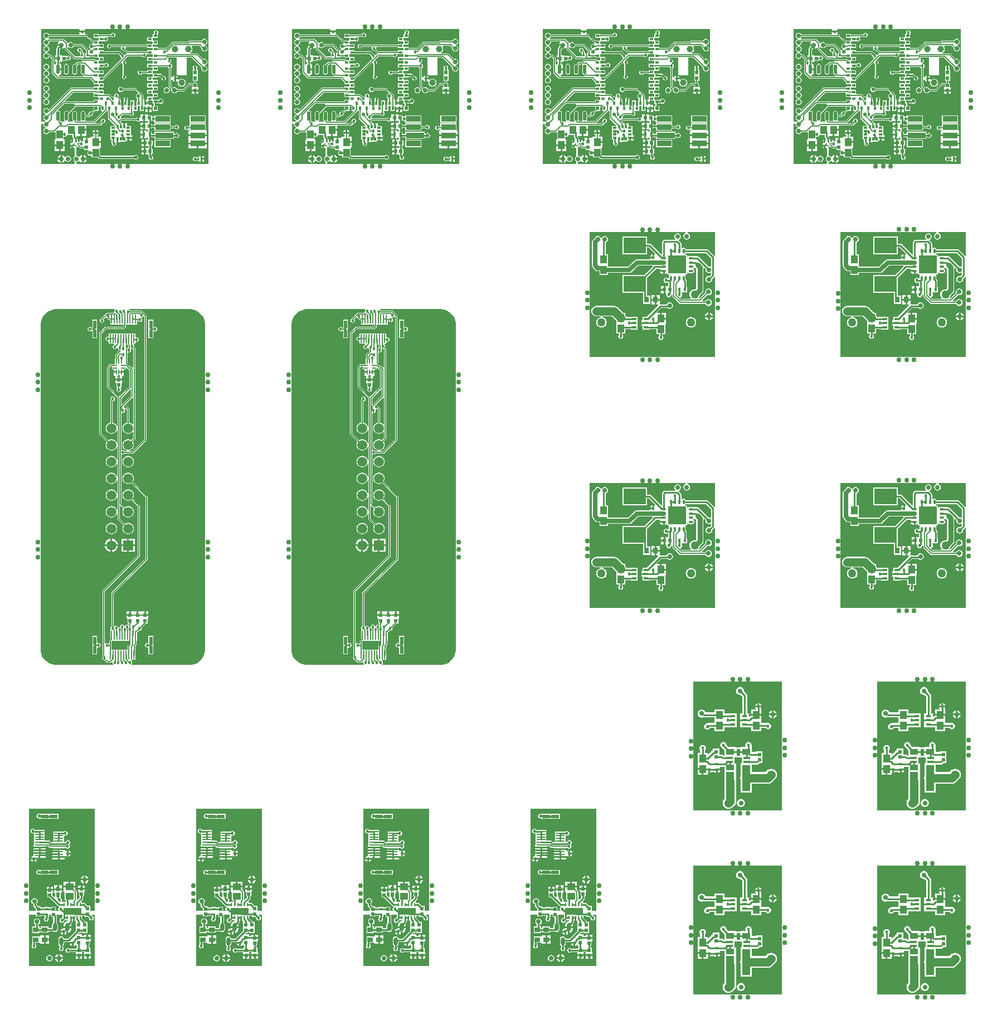
<source format=gtl>
G04*
G04 #@! TF.GenerationSoftware,Altium Limited,Altium Designer,21.9.1 (22)*
G04*
G04 Layer_Physical_Order=1*
G04 Layer_Color=255*
%FSLAX25Y25*%
%MOIN*%
G70*
G04*
G04 #@! TF.SameCoordinates,13B4354E-90E4-473D-AD5A-126374568DC2*
G04*
G04*
G04 #@! TF.FilePolarity,Positive*
G04*
G01*
G75*
%ADD10R,0.03150X0.01378*%
%ADD11R,0.03985X0.04758*%
%ADD12O,0.03150X0.01181*%
%ADD13O,0.01181X0.03150*%
%ADD14R,0.10551X0.10551*%
%ADD15R,0.03150X0.03740*%
%ADD16R,0.13500X0.09500*%
%ADD17R,0.01575X0.01968*%
%ADD18R,0.02423X0.02254*%
%ADD19C,0.02500*%
%ADD20C,0.01000*%
%ADD21C,0.00600*%
%ADD22C,0.03000*%
%ADD23C,0.05000*%
%ADD24R,0.02165X0.02362*%
%ADD25R,0.02047X0.02047*%
%ADD26R,0.02578X0.00787*%
%ADD27R,0.00787X0.02578*%
%ADD28R,0.01968X0.04724*%
%ADD29R,0.00984X0.05315*%
%ADD30C,0.00500*%
%ADD31R,0.04800X0.15600*%
%ADD32R,0.02461X0.04087*%
%ADD33R,0.04800X0.11300*%
%ADD34R,0.04800X0.03200*%
%ADD35R,0.04776X0.03787*%
%ADD36R,0.04100X0.01300*%
%ADD37R,0.01968X0.01575*%
%ADD38R,0.01860X0.02029*%
%ADD39R,0.02254X0.02423*%
%ADD40R,0.01860X0.01843*%
%ADD41R,0.00984X0.01181*%
%ADD42R,0.08900X0.03500*%
%ADD43R,0.11000X0.03500*%
%ADD44R,0.02047X0.02047*%
%ADD45R,0.01772X0.02657*%
%ADD46R,0.01378X0.02264*%
%ADD47R,0.02264X0.01378*%
%ADD48R,0.03961X0.05151*%
%ADD49R,0.01772X0.01772*%
%ADD50R,0.02362X0.01575*%
%ADD51R,0.02362X0.02362*%
%ADD52R,0.01575X0.02362*%
%ADD53R,0.02362X0.02362*%
%ADD54R,0.02044X0.05588*%
G04:AMPARAMS|DCode=55|XSize=55.88mil|YSize=20.44mil|CornerRadius=10.22mil|HoleSize=0mil|Usage=FLASHONLY|Rotation=90.000|XOffset=0mil|YOffset=0mil|HoleType=Round|Shape=RoundedRectangle|*
%AMROUNDEDRECTD55*
21,1,0.05588,0.00000,0,0,90.0*
21,1,0.03544,0.02044,0,0,90.0*
1,1,0.02044,0.00000,0.01772*
1,1,0.02044,0.00000,-0.01772*
1,1,0.02044,0.00000,-0.01772*
1,1,0.02044,0.00000,0.01772*
%
%ADD55ROUNDEDRECTD55*%
%ADD56C,0.00900*%
G04:AMPARAMS|DCode=57|XSize=23.62mil|YSize=49.21mil|CornerRadius=11.81mil|HoleSize=0mil|Usage=FLASHONLY|Rotation=180.000|XOffset=0mil|YOffset=0mil|HoleType=Round|Shape=RoundedRectangle|*
%AMROUNDEDRECTD57*
21,1,0.02362,0.02559,0,0,180.0*
21,1,0.00000,0.04921,0,0,180.0*
1,1,0.02362,0.00000,0.01280*
1,1,0.02362,0.00000,0.01280*
1,1,0.02362,0.00000,-0.01280*
1,1,0.02362,0.00000,-0.01280*
%
%ADD57ROUNDEDRECTD57*%
%ADD58R,0.04724X0.01968*%
%ADD59R,0.05315X0.00984*%
%ADD60R,0.03543X0.02756*%
%ADD61R,0.02441X0.02598*%
%ADD62R,0.05151X0.03961*%
%ADD63R,0.01772X0.01772*%
%ADD64R,0.01000X0.02200*%
%ADD65R,0.10800X0.04300*%
%ADD66C,0.03000*%
%ADD67C,0.02756*%
%ADD68C,0.01968*%
%ADD69C,0.01800*%
%ADD70C,0.05000*%
%ADD71R,0.05906X0.05906*%
%ADD72C,0.05906*%
%ADD73C,0.03902*%
%ADD74C,0.02200*%
G36*
X672000Y615500D02*
X593097D01*
Y616707D01*
X593694Y616825D01*
X594222Y617178D01*
X594347Y617211D01*
X594840Y617153D01*
X595086Y616786D01*
X595872Y616260D01*
X596300Y616175D01*
Y618500D01*
Y620825D01*
X595872Y620740D01*
X595086Y620214D01*
X594840Y619847D01*
X594347Y619789D01*
X594222Y619822D01*
X593694Y620175D01*
X593097Y620294D01*
Y625659D01*
X593097Y625659D01*
X593191Y625799D01*
X593260Y625820D01*
X593677D01*
X593746Y625799D01*
X593840Y625659D01*
X594121Y625471D01*
X594370Y625421D01*
X594835Y624957D01*
X595050Y624813D01*
X595303Y624762D01*
X597502D01*
Y623844D01*
X600214D01*
X600312Y623344D01*
X599919Y623081D01*
X599587Y622585D01*
X599471Y622000D01*
X599587Y621415D01*
X599919Y620919D01*
X600415Y620587D01*
X601000Y620471D01*
X601585Y620587D01*
X601608Y620602D01*
X602108Y620335D01*
Y619407D01*
X605595D01*
X606226Y618776D01*
X606523Y618577D01*
X606875Y618508D01*
X624500D01*
X624688Y618545D01*
X627334D01*
X627419Y618419D01*
X627915Y618087D01*
X628500Y617971D01*
X629085Y618087D01*
X629581Y618419D01*
X629913Y618915D01*
X630029Y619500D01*
X629913Y620085D01*
X629581Y620581D01*
X629085Y620913D01*
X628500Y621029D01*
X627915Y620913D01*
X627419Y620581D01*
X627284Y620380D01*
X624537D01*
X624349Y620343D01*
X607255D01*
X606892Y620705D01*
X606892Y624965D01*
X607328Y625121D01*
X607492D01*
Y628000D01*
X604500D01*
Y629000D01*
X607492D01*
Y631879D01*
X605645D01*
X605493Y632379D01*
X605870Y632630D01*
X606290Y633259D01*
X606338Y633500D01*
X602662D01*
X602710Y633259D01*
X603130Y632630D01*
X603507Y632379D01*
X603355Y631879D01*
X601508D01*
Y631096D01*
X601067Y630953D01*
X601008Y630953D01*
X599484D01*
Y628772D01*
X598484D01*
Y630953D01*
X596902D01*
Y629017D01*
X596402Y628746D01*
X596000Y628826D01*
X595915Y628809D01*
X595819Y629294D01*
X595498Y629774D01*
X595018Y630094D01*
X594953Y630107D01*
Y628728D01*
X593953D01*
Y630107D01*
X593902Y630097D01*
X593886Y630095D01*
X593402Y630371D01*
Y630773D01*
X593332Y631124D01*
X593133Y631422D01*
X593097Y631458D01*
Y632196D01*
X595343D01*
Y635772D01*
X595843D01*
Y636272D01*
X598823D01*
Y638334D01*
X606997D01*
X607250Y638385D01*
X607466Y638528D01*
X608806Y639868D01*
X608976Y639835D01*
X609483Y639936D01*
X609913Y640223D01*
X610200Y640653D01*
X610301Y641160D01*
X610200Y641668D01*
X609913Y642098D01*
X609483Y642385D01*
X608976Y642486D01*
X608468Y642385D01*
X608038Y642098D01*
X607751Y641668D01*
X607650Y641160D01*
X607745Y640682D01*
X606722Y639660D01*
X604184D01*
X603977Y640160D01*
X610903Y647086D01*
X611403Y647080D01*
X611877Y647076D01*
Y642976D01*
X611931Y642703D01*
X612086Y642472D01*
X616016Y638542D01*
X615809Y638042D01*
X613391D01*
Y633895D01*
Y629958D01*
X614006D01*
Y628293D01*
X614076Y627942D01*
X614220Y627726D01*
X614175Y627500D01*
X614275Y626993D01*
X614563Y626563D01*
X614993Y626275D01*
X615500Y626174D01*
X616007Y626275D01*
X616437Y626563D01*
X616725Y626993D01*
X616825Y627500D01*
X616771Y627776D01*
X617031Y628171D01*
Y630407D01*
X618032D01*
Y628276D01*
X619220D01*
Y628876D01*
X622557D01*
Y629358D01*
X623577D01*
Y631047D01*
X624077D01*
Y631547D01*
X626209D01*
Y632736D01*
X625609D01*
Y638042D01*
X623158D01*
Y639724D01*
X621969D01*
Y637593D01*
X620968D01*
Y639724D01*
X620156D01*
Y639851D01*
X620102Y640124D01*
X619947Y640355D01*
X619406Y640897D01*
X619796Y641286D01*
X628913D01*
X629063Y641063D01*
X629493Y640775D01*
X630000Y640674D01*
X630507Y640775D01*
X630937Y641063D01*
X630939Y641065D01*
X631439Y641034D01*
X631519Y641034D01*
X632963D01*
Y643057D01*
Y645081D01*
X631439D01*
Y643086D01*
X630939Y642935D01*
X630937Y642937D01*
X630507Y643225D01*
X630000Y643326D01*
X629493Y643225D01*
X629063Y642937D01*
X628913Y642714D01*
X619914D01*
X619514Y643214D01*
X619540Y643342D01*
X619475Y643666D01*
X620647Y644837D01*
X624879D01*
X625063Y644563D01*
X625493Y644275D01*
X626000Y644174D01*
X626507Y644275D01*
X626937Y644563D01*
X627225Y644993D01*
X627325Y645500D01*
X627225Y646007D01*
X626937Y646437D01*
X626758Y646557D01*
X626816Y647061D01*
X627151Y647080D01*
Y647080D01*
X629526D01*
Y650230D01*
X631088D01*
Y647080D01*
X633463D01*
Y649630D01*
X634425D01*
Y649161D01*
X638000D01*
Y650843D01*
X636031D01*
Y651311D01*
X634244D01*
Y651811D01*
X633744D01*
Y653992D01*
X632989D01*
Y656553D01*
X632935Y656826D01*
X632780Y657058D01*
X629333Y660505D01*
X629102Y660659D01*
X628828Y660714D01*
X620827D01*
X620581Y661081D01*
X620085Y661413D01*
X619500Y661529D01*
X618915Y661413D01*
X618419Y661081D01*
X618087Y660585D01*
X617971Y660000D01*
X618087Y659415D01*
X618419Y658919D01*
X618915Y658587D01*
X619500Y658471D01*
X620085Y658587D01*
X620581Y658919D01*
X620827Y659286D01*
X628533D01*
X629816Y658003D01*
X629652Y657460D01*
X629415Y657413D01*
X628919Y657081D01*
X628587Y656585D01*
X628471Y656000D01*
X628587Y655415D01*
X628919Y654919D01*
X629415Y654587D01*
X629440Y654582D01*
Y653392D01*
X629120D01*
Y650243D01*
X627558D01*
Y653392D01*
X625183D01*
Y650243D01*
X623621D01*
Y653337D01*
X623725Y653493D01*
X623826Y654000D01*
X623725Y654507D01*
X623437Y654937D01*
X623007Y655225D01*
X622500Y655326D01*
X621993Y655225D01*
X621563Y654937D01*
X621275Y654507D01*
X621174Y654000D01*
X621200Y653873D01*
X621246Y653392D01*
X621246Y653392D01*
X621246Y653392D01*
Y650243D01*
X619684D01*
Y653392D01*
X619210D01*
Y654624D01*
X619155Y654897D01*
X619001Y655129D01*
X618252Y655877D01*
X618305Y656141D01*
X618204Y656648D01*
X617916Y657078D01*
X617486Y657366D01*
X616979Y657466D01*
X616472Y657366D01*
X616042Y657078D01*
X615755Y656648D01*
X615654Y656141D01*
X615713Y655842D01*
X615263Y655541D01*
X615124Y655634D01*
X614617Y655735D01*
X614387Y655689D01*
X613036Y657040D01*
X612805Y657195D01*
X612532Y657249D01*
X609919D01*
X609447Y657316D01*
Y659691D01*
X606298D01*
Y661253D01*
X609447D01*
Y663628D01*
X606298D01*
Y665191D01*
X609447D01*
Y666057D01*
X609515D01*
X609788Y666111D01*
X610020Y666266D01*
X619691Y675937D01*
X620222Y675761D01*
X620275Y675493D01*
X620563Y675063D01*
X620582Y675050D01*
Y668450D01*
X620563Y668437D01*
X620275Y668007D01*
X620175Y667500D01*
X620275Y666993D01*
X620563Y666563D01*
X620993Y666275D01*
X621500Y666175D01*
X622007Y666275D01*
X622437Y666563D01*
X622725Y666993D01*
X622825Y667500D01*
X622725Y668007D01*
X622437Y668437D01*
X622418Y668450D01*
Y675050D01*
X622437Y675063D01*
X622725Y675493D01*
X622825Y676000D01*
X622725Y676507D01*
X622437Y676937D01*
X622007Y677225D01*
X621739Y677278D01*
X621563Y677809D01*
X623540Y679786D01*
X632413D01*
X632563Y679563D01*
X632993Y679275D01*
X633500Y679175D01*
X634007Y679275D01*
X634437Y679563D01*
X634725Y679993D01*
X634826Y680500D01*
X634770Y680777D01*
X635111Y681194D01*
X635419Y681117D01*
Y680939D01*
X638568D01*
Y679376D01*
X635419D01*
Y677002D01*
X638568D01*
Y675439D01*
X635419D01*
Y673065D01*
X638568D01*
Y671502D01*
X635419D01*
Y670663D01*
X632121D01*
X631937Y670937D01*
X631507Y671225D01*
X631000Y671325D01*
X630493Y671225D01*
X630063Y670937D01*
X629775Y670507D01*
X629674Y670000D01*
X629775Y669493D01*
X630063Y669063D01*
X630493Y668775D01*
X631000Y668675D01*
X631507Y668775D01*
X631937Y669063D01*
X632121Y669337D01*
X635419D01*
Y669128D01*
X638568D01*
Y667565D01*
X635419D01*
Y665191D01*
X638568D01*
Y663628D01*
X635419D01*
Y661253D01*
X638568D01*
Y659691D01*
X635419D01*
Y657316D01*
X638568D01*
Y655754D01*
X635419D01*
Y653992D01*
X634744D01*
Y652311D01*
X636031D01*
Y653379D01*
X637893D01*
X638355Y653379D01*
X638568Y652958D01*
Y651411D01*
X639232D01*
Y650243D01*
X638568D01*
Y647080D01*
X641731D01*
Y650243D01*
X641067D01*
Y651411D01*
X641731D01*
Y651681D01*
X642774D01*
X642774Y651681D01*
X642915Y651587D01*
X643500Y651471D01*
X644085Y651587D01*
X644581Y651919D01*
X644913Y652415D01*
X645029Y653000D01*
X644913Y653585D01*
X644581Y654081D01*
X644085Y654413D01*
X643500Y654529D01*
X642915Y654413D01*
X642419Y654081D01*
X642227Y653795D01*
X641731Y653786D01*
Y653786D01*
X639257D01*
X638795Y653786D01*
X638581Y654208D01*
Y655348D01*
X641731D01*
Y657723D01*
X638581D01*
Y659285D01*
X641731D01*
Y661660D01*
X638581D01*
Y663222D01*
X641731D01*
Y665597D01*
X638581D01*
Y667159D01*
X641731D01*
Y667429D01*
X643074D01*
X643896Y666606D01*
X643892Y666583D01*
X643993Y666076D01*
X644280Y665646D01*
X644710Y665359D01*
X645217Y665258D01*
X645724Y665359D01*
X646154Y665646D01*
X646442Y666076D01*
X646543Y666583D01*
X646442Y667090D01*
X646154Y667520D01*
X645724Y667808D01*
X645217Y667909D01*
X645194Y667904D01*
X644103Y668995D01*
X643805Y669194D01*
X643454Y669264D01*
X641731D01*
Y669534D01*
X638581D01*
Y671096D01*
X641731D01*
Y673471D01*
X642203Y673538D01*
X647766D01*
X647775Y673493D01*
X648063Y673063D01*
X648286Y672913D01*
Y662090D01*
X648341Y661817D01*
X648495Y661586D01*
X649911Y660170D01*
X649778Y659500D01*
X649916Y658806D01*
X650309Y658218D01*
X650897Y657825D01*
X651590Y657687D01*
X652284Y657825D01*
X652872Y658218D01*
X653252Y658786D01*
X657000D01*
X657273Y658841D01*
X657505Y658995D01*
X660796Y662286D01*
X662670D01*
Y661338D01*
X662070D01*
Y659917D01*
X665930D01*
Y661338D01*
X665330D01*
Y663905D01*
X664714D01*
Y665201D01*
X665527D01*
Y668076D01*
X665527Y668424D01*
X665527Y668924D01*
Y671799D01*
X665362D01*
X665095Y672299D01*
X665225Y672493D01*
X665325Y673000D01*
X665225Y673507D01*
X664937Y673937D01*
X664507Y674225D01*
X664000Y674326D01*
X663493Y674225D01*
X663063Y673937D01*
X662775Y673507D01*
X662675Y673000D01*
X662775Y672493D01*
X662905Y672299D01*
X662638Y671799D01*
X662473D01*
Y668924D01*
X662473Y668576D01*
X662473Y668076D01*
Y665201D01*
X663286D01*
Y663905D01*
X662670D01*
Y663714D01*
X660500D01*
X660227Y663659D01*
X659995Y663505D01*
X656704Y660214D01*
X653252D01*
X652872Y660782D01*
X652284Y661175D01*
X651590Y661313D01*
X650920Y661179D01*
X649714Y662386D01*
Y665692D01*
X650210Y665759D01*
X650630Y665130D01*
X651259Y664710D01*
X651500Y664662D01*
Y666500D01*
Y668338D01*
X651259Y668290D01*
X650630Y667870D01*
X650210Y667241D01*
X649714Y667308D01*
Y672913D01*
X649937Y673063D01*
X650225Y673493D01*
X650325Y674000D01*
X650225Y674507D01*
X649937Y674937D01*
X649507Y675225D01*
X649127Y675300D01*
X649056Y675584D01*
X649055Y675807D01*
X649437Y676063D01*
X649725Y676493D01*
X649825Y677000D01*
X649725Y677507D01*
X649437Y677937D01*
X649007Y678225D01*
X648500Y678326D01*
X647993Y678225D01*
X647703Y678632D01*
X648057Y678986D01*
X653064D01*
Y668995D01*
X653191Y668689D01*
X653497Y668562D01*
X658500D01*
X658806Y668689D01*
X658933Y668995D01*
Y678986D01*
X662004D01*
X667821Y673170D01*
X667687Y672500D01*
X667825Y671806D01*
X668218Y671218D01*
X668806Y670825D01*
X669500Y670687D01*
X670194Y670825D01*
X670782Y671218D01*
X671175Y671806D01*
X671313Y672500D01*
X671175Y673194D01*
X670782Y673782D01*
X670194Y674175D01*
X669840Y674245D01*
Y674755D01*
X670194Y674825D01*
X670782Y675218D01*
X671175Y675806D01*
X671313Y676500D01*
X671175Y677194D01*
X670782Y677782D01*
X670194Y678175D01*
X669500Y678313D01*
X668830Y678180D01*
X665805Y681205D01*
X665573Y681359D01*
X665300Y681414D01*
X661261D01*
X661109Y681914D01*
X661695Y682305D01*
X662214Y683083D01*
X662397Y684000D01*
X662214Y684917D01*
X661867Y685437D01*
X662134Y685937D01*
X666554D01*
X667738Y684753D01*
X667687Y684500D01*
X667825Y683806D01*
X668218Y683218D01*
X668806Y682825D01*
X669500Y682687D01*
X670194Y682825D01*
X670782Y683218D01*
X671175Y683806D01*
X671313Y684500D01*
X671175Y685194D01*
X670782Y685782D01*
X670194Y686175D01*
X669840Y686245D01*
Y686755D01*
X670194Y686825D01*
X670782Y687218D01*
X671175Y687806D01*
X671313Y688500D01*
X671175Y689194D01*
X670782Y689782D01*
X670194Y690175D01*
X669500Y690313D01*
X668806Y690175D01*
X668218Y689782D01*
X667839Y689214D01*
X660795D01*
X660522Y689159D01*
X660290Y689005D01*
X659650Y688365D01*
X650488D01*
X650215Y688310D01*
X649983Y688156D01*
X646636Y684808D01*
X646190D01*
X646163Y684814D01*
X644837D01*
X644810Y684808D01*
X641731D01*
Y685282D01*
X638581D01*
Y686430D01*
X638795Y686844D01*
X639257Y686844D01*
X641731D01*
Y689219D01*
X639044D01*
X638581Y689630D01*
Y690367D01*
X638795Y690781D01*
X639257Y690781D01*
X641731D01*
Y693156D01*
X641731Y693156D01*
X641828Y693441D01*
X641858Y693487D01*
X641959Y693995D01*
X641858Y694502D01*
X641571Y694932D01*
X641141Y695219D01*
X640634Y695320D01*
X640127Y695219D01*
X639697Y694932D01*
X639409Y694502D01*
X639309Y693995D01*
X639327Y693900D01*
X639302Y693861D01*
X639232Y693510D01*
Y693156D01*
X638568D01*
Y691601D01*
X638355Y691187D01*
X637893Y691187D01*
X635419D01*
Y688813D01*
X638105D01*
X638568Y688401D01*
Y687664D01*
X638355Y687250D01*
X637893Y687250D01*
X635419D01*
Y686726D01*
X613512D01*
X613437Y686837D01*
X613007Y687125D01*
X612500Y687225D01*
X611993Y687125D01*
X611563Y686837D01*
X611275Y686407D01*
X611174Y685900D01*
X611275Y685393D01*
X611563Y684963D01*
X611993Y684675D01*
X612500Y684575D01*
X613007Y684675D01*
X613437Y684963D01*
X613725Y685393D01*
X613726Y685400D01*
X619483D01*
X619754Y684900D01*
X619674Y684500D01*
X619775Y683993D01*
X620063Y683563D01*
X620493Y683275D01*
X621000Y683175D01*
X621264Y683227D01*
X622869Y681621D01*
X622878Y681580D01*
X622816Y681056D01*
X622740Y681005D01*
X622197Y680462D01*
X621647Y680619D01*
X621428Y680946D01*
X620998Y681234D01*
X620491Y681335D01*
X620468Y681330D01*
X619149Y682649D01*
X618851Y682848D01*
X618500Y682918D01*
X609447D01*
Y683313D01*
X606298D01*
Y684876D01*
X609447D01*
Y687250D01*
X606298D01*
Y688399D01*
X606511Y688813D01*
X606974Y688813D01*
X609447D01*
X609447Y688813D01*
Y688813D01*
X609945Y688807D01*
X609993Y688775D01*
X610500Y688674D01*
X611007Y688775D01*
X611437Y689063D01*
X611725Y689493D01*
X611826Y690000D01*
X611725Y690507D01*
X611525Y690806D01*
X611692Y691241D01*
X611747Y691306D01*
X614117D01*
X614370Y691356D01*
X614371Y691357D01*
X614493Y691275D01*
X615000Y691175D01*
X615507Y691275D01*
X615937Y691563D01*
X616225Y691993D01*
X616326Y692500D01*
X616225Y693007D01*
X615937Y693437D01*
X615507Y693725D01*
X615000Y693825D01*
X614493Y693725D01*
X614063Y693437D01*
X613775Y693007D01*
X613701Y692631D01*
X606298D01*
Y693156D01*
X603135D01*
Y690781D01*
X606285D01*
Y689633D01*
X606071Y689219D01*
X605609Y689219D01*
X603291D01*
X600005Y692505D01*
X599773Y692659D01*
X599500Y692714D01*
X598078D01*
X597926Y693214D01*
X598290Y693759D01*
X598338Y694000D01*
X594662D01*
X594710Y693759D01*
X595074Y693214D01*
X594922Y692714D01*
X576661D01*
X576282Y693282D01*
X575694Y693675D01*
X575000Y693813D01*
X574306Y693675D01*
X573718Y693282D01*
X573325Y692694D01*
X573187Y692000D01*
X573325Y691306D01*
X573718Y690718D01*
X574306Y690325D01*
X574660Y690255D01*
Y689745D01*
X574306Y689675D01*
X573718Y689282D01*
X573325Y688694D01*
X573187Y688000D01*
X573325Y687306D01*
X573718Y686718D01*
X574306Y686325D01*
X574660Y686255D01*
Y685745D01*
X574306Y685675D01*
X573718Y685282D01*
X573325Y684694D01*
X573187Y684000D01*
X573325Y683306D01*
X573718Y682718D01*
X574306Y682325D01*
X574660Y682255D01*
Y681745D01*
X574306Y681675D01*
X573718Y681282D01*
X573325Y680694D01*
X573187Y680000D01*
X573325Y679306D01*
X573718Y678718D01*
X574306Y678325D01*
X575000Y678187D01*
X575694Y678325D01*
X576282Y678718D01*
X576661Y679286D01*
X577353D01*
X578286Y678353D01*
Y670000D01*
X578341Y669727D01*
X578495Y669495D01*
X581349Y666642D01*
X581580Y666487D01*
X581853Y666433D01*
X601290D01*
X603135Y664587D01*
Y663222D01*
X606285D01*
Y661660D01*
X603135D01*
Y661135D01*
X589972D01*
X589719Y661085D01*
X589504Y660941D01*
X576786Y648223D01*
X576288Y648272D01*
X576282Y648282D01*
X575694Y648675D01*
X575000Y648813D01*
X574306Y648675D01*
X573718Y648282D01*
X573325Y647694D01*
X573187Y647000D01*
X573325Y646306D01*
X573718Y645718D01*
X574306Y645325D01*
X574660Y645255D01*
Y644745D01*
X574306Y644675D01*
X573718Y644282D01*
X573325Y643694D01*
X573187Y643000D01*
X573325Y642306D01*
X573718Y641718D01*
X574306Y641325D01*
X574660Y641255D01*
Y640745D01*
X574306Y640675D01*
X574190Y640597D01*
X572000D01*
Y696000D01*
X594616D01*
X594883Y695500D01*
X594710Y695241D01*
X594662Y695000D01*
X598338D01*
X598290Y695241D01*
X598117Y695500D01*
X598384Y696000D01*
X672000D01*
Y615500D01*
D02*
G37*
G36*
X522000D02*
X443097D01*
Y616707D01*
X443694Y616825D01*
X444222Y617178D01*
X444347Y617211D01*
X444840Y617153D01*
X445086Y616786D01*
X445872Y616260D01*
X446300Y616175D01*
Y618500D01*
Y620825D01*
X445872Y620740D01*
X445086Y620214D01*
X444840Y619847D01*
X444347Y619789D01*
X444222Y619822D01*
X443694Y620175D01*
X443097Y620294D01*
Y625659D01*
X443097Y625659D01*
X443191Y625799D01*
X443260Y625820D01*
X443677D01*
X443746Y625799D01*
X443840Y625659D01*
X444121Y625471D01*
X444370Y625421D01*
X444835Y624957D01*
X445050Y624813D01*
X445303Y624762D01*
X447502D01*
Y623844D01*
X450214D01*
X450312Y623344D01*
X449919Y623081D01*
X449587Y622585D01*
X449471Y622000D01*
X449587Y621415D01*
X449919Y620919D01*
X450415Y620587D01*
X451000Y620471D01*
X451585Y620587D01*
X451608Y620602D01*
X452108Y620335D01*
Y619407D01*
X455595D01*
X456226Y618776D01*
X456523Y618577D01*
X456875Y618508D01*
X474500D01*
X474688Y618545D01*
X477334D01*
X477419Y618419D01*
X477915Y618087D01*
X478500Y617971D01*
X479085Y618087D01*
X479581Y618419D01*
X479913Y618915D01*
X480029Y619500D01*
X479913Y620085D01*
X479581Y620581D01*
X479085Y620913D01*
X478500Y621029D01*
X477915Y620913D01*
X477419Y620581D01*
X477284Y620380D01*
X474537D01*
X474349Y620343D01*
X457255D01*
X456892Y620705D01*
X456892Y624965D01*
X457328Y625121D01*
X457492D01*
Y628000D01*
X454500D01*
Y629000D01*
X457492D01*
Y631879D01*
X455645D01*
X455493Y632379D01*
X455870Y632630D01*
X456290Y633259D01*
X456338Y633500D01*
X452662D01*
X452710Y633259D01*
X453130Y632630D01*
X453507Y632379D01*
X453355Y631879D01*
X451508D01*
Y631096D01*
X451067Y630953D01*
X451008Y630953D01*
X449484D01*
Y628772D01*
X448484D01*
Y630953D01*
X446902D01*
Y629017D01*
X446402Y628746D01*
X446000Y628826D01*
X445915Y628809D01*
X445819Y629294D01*
X445498Y629774D01*
X445018Y630094D01*
X444953Y630107D01*
Y628728D01*
X443953D01*
Y630107D01*
X443902Y630097D01*
X443886Y630095D01*
X443402Y630371D01*
Y630773D01*
X443332Y631124D01*
X443133Y631422D01*
X443097Y631458D01*
Y632196D01*
X445343D01*
Y635772D01*
X445843D01*
Y636272D01*
X448823D01*
Y638334D01*
X456997D01*
X457250Y638385D01*
X457466Y638528D01*
X458806Y639868D01*
X458976Y639835D01*
X459483Y639936D01*
X459913Y640223D01*
X460200Y640653D01*
X460301Y641160D01*
X460200Y641668D01*
X459913Y642098D01*
X459483Y642385D01*
X458976Y642486D01*
X458468Y642385D01*
X458038Y642098D01*
X457751Y641668D01*
X457650Y641160D01*
X457745Y640682D01*
X456722Y639660D01*
X454184D01*
X453977Y640160D01*
X460903Y647086D01*
X461403Y647080D01*
X461877Y647076D01*
Y642976D01*
X461931Y642703D01*
X462086Y642472D01*
X466016Y638542D01*
X465809Y638042D01*
X463391D01*
Y633895D01*
Y629958D01*
X464006D01*
Y628293D01*
X464076Y627942D01*
X464220Y627726D01*
X464175Y627500D01*
X464275Y626993D01*
X464563Y626563D01*
X464993Y626275D01*
X465500Y626174D01*
X466007Y626275D01*
X466437Y626563D01*
X466725Y626993D01*
X466825Y627500D01*
X466771Y627776D01*
X467031Y628171D01*
Y630407D01*
X468032D01*
Y628276D01*
X469220D01*
Y628876D01*
X472557D01*
Y629358D01*
X473577D01*
Y631047D01*
X474077D01*
Y631547D01*
X476209D01*
Y632736D01*
X475609D01*
Y638042D01*
X473158D01*
Y639724D01*
X471969D01*
Y637593D01*
X470968D01*
Y639724D01*
X470156D01*
Y639851D01*
X470102Y640124D01*
X469947Y640355D01*
X469406Y640897D01*
X469796Y641286D01*
X478913D01*
X479063Y641063D01*
X479493Y640775D01*
X480000Y640674D01*
X480507Y640775D01*
X480937Y641063D01*
X480939Y641065D01*
X481439Y641034D01*
X481519Y641034D01*
X482963D01*
Y643057D01*
Y645081D01*
X481439D01*
Y643086D01*
X480939Y642935D01*
X480937Y642937D01*
X480507Y643225D01*
X480000Y643326D01*
X479493Y643225D01*
X479063Y642937D01*
X478913Y642714D01*
X469914D01*
X469514Y643214D01*
X469540Y643342D01*
X469475Y643666D01*
X470647Y644837D01*
X474879D01*
X475063Y644563D01*
X475493Y644275D01*
X476000Y644174D01*
X476507Y644275D01*
X476937Y644563D01*
X477225Y644993D01*
X477325Y645500D01*
X477225Y646007D01*
X476937Y646437D01*
X476758Y646557D01*
X476816Y647061D01*
X477151Y647080D01*
Y647080D01*
X479526D01*
Y650230D01*
X481088D01*
Y647080D01*
X483463D01*
Y649630D01*
X484425D01*
Y649161D01*
X488000D01*
Y650843D01*
X486031D01*
Y651311D01*
X484244D01*
Y651811D01*
X483744D01*
Y653992D01*
X482989D01*
Y656553D01*
X482935Y656826D01*
X482780Y657058D01*
X479333Y660505D01*
X479102Y660659D01*
X478828Y660714D01*
X470827D01*
X470581Y661081D01*
X470085Y661413D01*
X469500Y661529D01*
X468915Y661413D01*
X468419Y661081D01*
X468087Y660585D01*
X467971Y660000D01*
X468087Y659415D01*
X468419Y658919D01*
X468915Y658587D01*
X469500Y658471D01*
X470085Y658587D01*
X470581Y658919D01*
X470827Y659286D01*
X478533D01*
X479816Y658003D01*
X479652Y657460D01*
X479415Y657413D01*
X478919Y657081D01*
X478587Y656585D01*
X478471Y656000D01*
X478587Y655415D01*
X478919Y654919D01*
X479415Y654587D01*
X479440Y654582D01*
Y653392D01*
X479120D01*
Y650243D01*
X477558D01*
Y653392D01*
X475183D01*
Y650243D01*
X473621D01*
Y653337D01*
X473725Y653493D01*
X473826Y654000D01*
X473725Y654507D01*
X473437Y654937D01*
X473007Y655225D01*
X472500Y655326D01*
X471993Y655225D01*
X471563Y654937D01*
X471275Y654507D01*
X471174Y654000D01*
X471200Y653873D01*
X471246Y653392D01*
X471246Y653392D01*
X471246Y653392D01*
Y650243D01*
X469684D01*
Y653392D01*
X469210D01*
Y654624D01*
X469155Y654897D01*
X469001Y655129D01*
X468252Y655877D01*
X468305Y656141D01*
X468204Y656648D01*
X467916Y657078D01*
X467486Y657366D01*
X466979Y657466D01*
X466472Y657366D01*
X466042Y657078D01*
X465755Y656648D01*
X465654Y656141D01*
X465713Y655842D01*
X465263Y655541D01*
X465124Y655634D01*
X464617Y655735D01*
X464387Y655689D01*
X463036Y657040D01*
X462805Y657195D01*
X462532Y657249D01*
X459919D01*
X459447Y657316D01*
Y659691D01*
X456298D01*
Y661253D01*
X459447D01*
Y663628D01*
X456298D01*
Y665191D01*
X459447D01*
Y666057D01*
X459515D01*
X459788Y666111D01*
X460020Y666266D01*
X469691Y675937D01*
X470222Y675761D01*
X470275Y675493D01*
X470563Y675063D01*
X470582Y675050D01*
Y668450D01*
X470563Y668437D01*
X470275Y668007D01*
X470175Y667500D01*
X470275Y666993D01*
X470563Y666563D01*
X470993Y666275D01*
X471500Y666175D01*
X472007Y666275D01*
X472437Y666563D01*
X472725Y666993D01*
X472825Y667500D01*
X472725Y668007D01*
X472437Y668437D01*
X472418Y668450D01*
Y675050D01*
X472437Y675063D01*
X472725Y675493D01*
X472825Y676000D01*
X472725Y676507D01*
X472437Y676937D01*
X472007Y677225D01*
X471739Y677278D01*
X471563Y677809D01*
X473540Y679786D01*
X482413D01*
X482563Y679563D01*
X482993Y679275D01*
X483500Y679175D01*
X484007Y679275D01*
X484437Y679563D01*
X484725Y679993D01*
X484826Y680500D01*
X484770Y680777D01*
X485111Y681194D01*
X485419Y681117D01*
Y680939D01*
X488568D01*
Y679376D01*
X485419D01*
Y677002D01*
X488568D01*
Y675439D01*
X485419D01*
Y673065D01*
X488568D01*
Y671502D01*
X485419D01*
Y670663D01*
X482121D01*
X481937Y670937D01*
X481507Y671225D01*
X481000Y671325D01*
X480493Y671225D01*
X480063Y670937D01*
X479775Y670507D01*
X479674Y670000D01*
X479775Y669493D01*
X480063Y669063D01*
X480493Y668775D01*
X481000Y668675D01*
X481507Y668775D01*
X481937Y669063D01*
X482121Y669337D01*
X485419D01*
Y669128D01*
X488568D01*
Y667565D01*
X485419D01*
Y665191D01*
X488568D01*
Y663628D01*
X485419D01*
Y661253D01*
X488568D01*
Y659691D01*
X485419D01*
Y657316D01*
X488568D01*
Y655754D01*
X485419D01*
Y653992D01*
X484744D01*
Y652311D01*
X486031D01*
Y653379D01*
X487893D01*
X488355Y653379D01*
X488568Y652958D01*
Y651411D01*
X489232D01*
Y650243D01*
X488568D01*
Y647080D01*
X491731D01*
Y650243D01*
X491067D01*
Y651411D01*
X491731D01*
Y651681D01*
X492774D01*
X492774Y651681D01*
X492915Y651587D01*
X493500Y651471D01*
X494085Y651587D01*
X494581Y651919D01*
X494913Y652415D01*
X495029Y653000D01*
X494913Y653585D01*
X494581Y654081D01*
X494085Y654413D01*
X493500Y654529D01*
X492915Y654413D01*
X492419Y654081D01*
X492227Y653795D01*
X491731Y653786D01*
Y653786D01*
X489257D01*
X488795Y653786D01*
X488581Y654208D01*
Y655348D01*
X491731D01*
Y657723D01*
X488581D01*
Y659285D01*
X491731D01*
Y661660D01*
X488581D01*
Y663222D01*
X491731D01*
Y665597D01*
X488581D01*
Y667159D01*
X491731D01*
Y667429D01*
X493074D01*
X493896Y666606D01*
X493892Y666583D01*
X493993Y666076D01*
X494280Y665646D01*
X494710Y665359D01*
X495217Y665258D01*
X495724Y665359D01*
X496154Y665646D01*
X496442Y666076D01*
X496543Y666583D01*
X496442Y667090D01*
X496154Y667520D01*
X495724Y667808D01*
X495217Y667909D01*
X495194Y667904D01*
X494103Y668995D01*
X493805Y669194D01*
X493454Y669264D01*
X491731D01*
Y669534D01*
X488581D01*
Y671096D01*
X491731D01*
Y673471D01*
X492203Y673538D01*
X497766D01*
X497775Y673493D01*
X498063Y673063D01*
X498286Y672913D01*
Y662090D01*
X498341Y661817D01*
X498495Y661586D01*
X499911Y660170D01*
X499778Y659500D01*
X499916Y658806D01*
X500309Y658218D01*
X500897Y657825D01*
X501590Y657687D01*
X502284Y657825D01*
X502872Y658218D01*
X503252Y658786D01*
X507000D01*
X507273Y658841D01*
X507505Y658995D01*
X510796Y662286D01*
X512670D01*
Y661338D01*
X512070D01*
Y659917D01*
X515930D01*
Y661338D01*
X515330D01*
Y663905D01*
X514714D01*
Y665201D01*
X515527D01*
Y668076D01*
X515527Y668424D01*
X515527Y668924D01*
Y671799D01*
X515362D01*
X515095Y672299D01*
X515225Y672493D01*
X515325Y673000D01*
X515225Y673507D01*
X514937Y673937D01*
X514507Y674225D01*
X514000Y674326D01*
X513493Y674225D01*
X513063Y673937D01*
X512775Y673507D01*
X512675Y673000D01*
X512775Y672493D01*
X512905Y672299D01*
X512638Y671799D01*
X512473D01*
Y668924D01*
X512473Y668576D01*
X512473Y668076D01*
Y665201D01*
X513286D01*
Y663905D01*
X512670D01*
Y663714D01*
X510500D01*
X510227Y663659D01*
X509995Y663505D01*
X506704Y660214D01*
X503252D01*
X502872Y660782D01*
X502284Y661175D01*
X501590Y661313D01*
X500920Y661179D01*
X499714Y662386D01*
Y665692D01*
X500210Y665759D01*
X500630Y665130D01*
X501259Y664710D01*
X501500Y664662D01*
Y666500D01*
Y668338D01*
X501259Y668290D01*
X500630Y667870D01*
X500210Y667241D01*
X499714Y667308D01*
Y672913D01*
X499937Y673063D01*
X500225Y673493D01*
X500325Y674000D01*
X500225Y674507D01*
X499937Y674937D01*
X499507Y675225D01*
X499127Y675300D01*
X499056Y675584D01*
X499055Y675807D01*
X499437Y676063D01*
X499725Y676493D01*
X499825Y677000D01*
X499725Y677507D01*
X499437Y677937D01*
X499007Y678225D01*
X498500Y678326D01*
X497993Y678225D01*
X497703Y678632D01*
X498057Y678986D01*
X503064D01*
Y668995D01*
X503191Y668689D01*
X503497Y668562D01*
X508500D01*
X508806Y668689D01*
X508933Y668995D01*
Y678986D01*
X512004D01*
X517821Y673170D01*
X517687Y672500D01*
X517825Y671806D01*
X518218Y671218D01*
X518806Y670825D01*
X519500Y670687D01*
X520194Y670825D01*
X520782Y671218D01*
X521175Y671806D01*
X521313Y672500D01*
X521175Y673194D01*
X520782Y673782D01*
X520194Y674175D01*
X519840Y674245D01*
Y674755D01*
X520194Y674825D01*
X520782Y675218D01*
X521175Y675806D01*
X521313Y676500D01*
X521175Y677194D01*
X520782Y677782D01*
X520194Y678175D01*
X519500Y678313D01*
X518830Y678180D01*
X515805Y681205D01*
X515573Y681359D01*
X515300Y681414D01*
X511261D01*
X511109Y681914D01*
X511695Y682305D01*
X512214Y683083D01*
X512397Y684000D01*
X512214Y684917D01*
X511867Y685437D01*
X512134Y685937D01*
X516554D01*
X517738Y684753D01*
X517687Y684500D01*
X517825Y683806D01*
X518218Y683218D01*
X518806Y682825D01*
X519500Y682687D01*
X520194Y682825D01*
X520782Y683218D01*
X521175Y683806D01*
X521313Y684500D01*
X521175Y685194D01*
X520782Y685782D01*
X520194Y686175D01*
X519840Y686245D01*
Y686755D01*
X520194Y686825D01*
X520782Y687218D01*
X521175Y687806D01*
X521313Y688500D01*
X521175Y689194D01*
X520782Y689782D01*
X520194Y690175D01*
X519500Y690313D01*
X518806Y690175D01*
X518218Y689782D01*
X517839Y689214D01*
X510795D01*
X510522Y689159D01*
X510290Y689005D01*
X509650Y688365D01*
X500488D01*
X500215Y688310D01*
X499983Y688156D01*
X496636Y684808D01*
X496190D01*
X496163Y684814D01*
X494837D01*
X494810Y684808D01*
X491731D01*
Y685282D01*
X488581D01*
Y686430D01*
X488795Y686844D01*
X489257Y686844D01*
X491731D01*
Y689219D01*
X489044D01*
X488581Y689630D01*
Y690367D01*
X488795Y690781D01*
X489257Y690781D01*
X491731D01*
Y693156D01*
X491731Y693156D01*
X491828Y693441D01*
X491858Y693487D01*
X491959Y693995D01*
X491858Y694502D01*
X491571Y694932D01*
X491141Y695219D01*
X490634Y695320D01*
X490127Y695219D01*
X489697Y694932D01*
X489409Y694502D01*
X489309Y693995D01*
X489327Y693900D01*
X489302Y693861D01*
X489232Y693510D01*
Y693156D01*
X488568D01*
Y691601D01*
X488355Y691187D01*
X487893Y691187D01*
X485419D01*
Y688813D01*
X488105D01*
X488568Y688401D01*
Y687664D01*
X488355Y687250D01*
X487893Y687250D01*
X485419D01*
Y686726D01*
X463512D01*
X463437Y686837D01*
X463007Y687125D01*
X462500Y687225D01*
X461993Y687125D01*
X461563Y686837D01*
X461275Y686407D01*
X461174Y685900D01*
X461275Y685393D01*
X461563Y684963D01*
X461993Y684675D01*
X462500Y684575D01*
X463007Y684675D01*
X463437Y684963D01*
X463725Y685393D01*
X463726Y685400D01*
X469483D01*
X469754Y684900D01*
X469674Y684500D01*
X469775Y683993D01*
X470063Y683563D01*
X470493Y683275D01*
X471000Y683175D01*
X471264Y683227D01*
X472869Y681621D01*
X472878Y681580D01*
X472816Y681056D01*
X472740Y681005D01*
X472197Y680462D01*
X471647Y680619D01*
X471428Y680946D01*
X470998Y681234D01*
X470491Y681335D01*
X470468Y681330D01*
X469149Y682649D01*
X468851Y682848D01*
X468500Y682918D01*
X459447D01*
Y683313D01*
X456298D01*
Y684876D01*
X459447D01*
Y687250D01*
X456298D01*
Y688399D01*
X456511Y688813D01*
X456974Y688813D01*
X459447D01*
X459447Y688813D01*
Y688813D01*
X459945Y688807D01*
X459993Y688775D01*
X460500Y688674D01*
X461007Y688775D01*
X461437Y689063D01*
X461725Y689493D01*
X461826Y690000D01*
X461725Y690507D01*
X461525Y690806D01*
X461692Y691241D01*
X461747Y691306D01*
X464117D01*
X464370Y691356D01*
X464371Y691357D01*
X464493Y691275D01*
X465000Y691175D01*
X465507Y691275D01*
X465937Y691563D01*
X466225Y691993D01*
X466326Y692500D01*
X466225Y693007D01*
X465937Y693437D01*
X465507Y693725D01*
X465000Y693825D01*
X464493Y693725D01*
X464063Y693437D01*
X463775Y693007D01*
X463701Y692631D01*
X456298D01*
Y693156D01*
X453135D01*
Y690781D01*
X456285D01*
Y689633D01*
X456071Y689219D01*
X455609Y689219D01*
X453291D01*
X450005Y692505D01*
X449773Y692659D01*
X449500Y692714D01*
X448078D01*
X447926Y693214D01*
X448290Y693759D01*
X448338Y694000D01*
X444662D01*
X444710Y693759D01*
X445074Y693214D01*
X444922Y692714D01*
X426661D01*
X426282Y693282D01*
X425694Y693675D01*
X425000Y693813D01*
X424306Y693675D01*
X423718Y693282D01*
X423325Y692694D01*
X423187Y692000D01*
X423325Y691306D01*
X423718Y690718D01*
X424306Y690325D01*
X424660Y690255D01*
Y689745D01*
X424306Y689675D01*
X423718Y689282D01*
X423325Y688694D01*
X423187Y688000D01*
X423325Y687306D01*
X423718Y686718D01*
X424306Y686325D01*
X424660Y686255D01*
Y685745D01*
X424306Y685675D01*
X423718Y685282D01*
X423325Y684694D01*
X423187Y684000D01*
X423325Y683306D01*
X423718Y682718D01*
X424306Y682325D01*
X424660Y682255D01*
Y681745D01*
X424306Y681675D01*
X423718Y681282D01*
X423325Y680694D01*
X423187Y680000D01*
X423325Y679306D01*
X423718Y678718D01*
X424306Y678325D01*
X425000Y678187D01*
X425694Y678325D01*
X426282Y678718D01*
X426661Y679286D01*
X427353D01*
X428286Y678353D01*
Y670000D01*
X428341Y669727D01*
X428495Y669495D01*
X431349Y666642D01*
X431580Y666487D01*
X431853Y666433D01*
X451290D01*
X453135Y664587D01*
Y663222D01*
X456285D01*
Y661660D01*
X453135D01*
Y661135D01*
X439972D01*
X439719Y661085D01*
X439504Y660941D01*
X426786Y648223D01*
X426288Y648272D01*
X426282Y648282D01*
X425694Y648675D01*
X425000Y648813D01*
X424306Y648675D01*
X423718Y648282D01*
X423325Y647694D01*
X423187Y647000D01*
X423325Y646306D01*
X423718Y645718D01*
X424306Y645325D01*
X424660Y645255D01*
Y644745D01*
X424306Y644675D01*
X423718Y644282D01*
X423325Y643694D01*
X423187Y643000D01*
X423325Y642306D01*
X423718Y641718D01*
X424306Y641325D01*
X424660Y641255D01*
Y640745D01*
X424306Y640675D01*
X424190Y640597D01*
X422000D01*
Y696000D01*
X444616D01*
X444883Y695500D01*
X444710Y695241D01*
X444662Y695000D01*
X448338D01*
X448290Y695241D01*
X448117Y695500D01*
X448384Y696000D01*
X522000D01*
Y615500D01*
D02*
G37*
G36*
X372000D02*
X293097D01*
Y616707D01*
X293694Y616825D01*
X294222Y617178D01*
X294347Y617211D01*
X294840Y617153D01*
X295086Y616786D01*
X295872Y616260D01*
X296300Y616175D01*
Y618500D01*
Y620825D01*
X295872Y620740D01*
X295086Y620214D01*
X294840Y619847D01*
X294347Y619789D01*
X294222Y619822D01*
X293694Y620175D01*
X293097Y620294D01*
Y625659D01*
X293097Y625659D01*
X293191Y625799D01*
X293260Y625820D01*
X293677D01*
X293746Y625799D01*
X293840Y625659D01*
X294121Y625471D01*
X294370Y625421D01*
X294835Y624957D01*
X295050Y624813D01*
X295303Y624762D01*
X297502D01*
Y623844D01*
X300214D01*
X300312Y623344D01*
X299919Y623081D01*
X299587Y622585D01*
X299471Y622000D01*
X299587Y621415D01*
X299919Y620919D01*
X300415Y620587D01*
X301000Y620471D01*
X301585Y620587D01*
X301608Y620602D01*
X302108Y620335D01*
Y619407D01*
X305595D01*
X306226Y618776D01*
X306523Y618577D01*
X306874Y618508D01*
X324500D01*
X324688Y618545D01*
X327334D01*
X327419Y618419D01*
X327915Y618087D01*
X328500Y617971D01*
X329085Y618087D01*
X329581Y618419D01*
X329913Y618915D01*
X330029Y619500D01*
X329913Y620085D01*
X329581Y620581D01*
X329085Y620913D01*
X328500Y621029D01*
X327915Y620913D01*
X327419Y620581D01*
X327284Y620380D01*
X324537D01*
X324349Y620343D01*
X307255D01*
X306892Y620705D01*
X306892Y624965D01*
X307328Y625121D01*
X307492D01*
Y628000D01*
X304500D01*
Y629000D01*
X307492D01*
Y631879D01*
X305645D01*
X305493Y632379D01*
X305870Y632630D01*
X306290Y633259D01*
X306338Y633500D01*
X302662D01*
X302710Y633259D01*
X303130Y632630D01*
X303506Y632379D01*
X303355Y631879D01*
X301508D01*
Y631096D01*
X301067Y630953D01*
X301008Y630953D01*
X299484D01*
Y628772D01*
X298484D01*
Y630953D01*
X296902D01*
Y629017D01*
X296402Y628746D01*
X296000Y628826D01*
X295915Y628809D01*
X295819Y629294D01*
X295498Y629774D01*
X295019Y630094D01*
X294953Y630107D01*
Y628728D01*
X293953D01*
Y630107D01*
X293902Y630097D01*
X293886Y630095D01*
X293402Y630371D01*
Y630773D01*
X293332Y631124D01*
X293133Y631422D01*
X293097Y631458D01*
Y632196D01*
X295343D01*
Y635772D01*
X295843D01*
Y636272D01*
X298823D01*
Y638334D01*
X306997D01*
X307250Y638385D01*
X307466Y638528D01*
X308806Y639868D01*
X308976Y639835D01*
X309483Y639936D01*
X309913Y640223D01*
X310200Y640653D01*
X310301Y641160D01*
X310200Y641668D01*
X309913Y642098D01*
X309483Y642385D01*
X308976Y642486D01*
X308468Y642385D01*
X308038Y642098D01*
X307751Y641668D01*
X307650Y641160D01*
X307745Y640682D01*
X306722Y639660D01*
X304184D01*
X303977Y640160D01*
X310903Y647086D01*
X311403Y647080D01*
X311877Y647076D01*
Y642976D01*
X311931Y642703D01*
X312086Y642472D01*
X316016Y638542D01*
X315809Y638042D01*
X313391D01*
Y633895D01*
Y629958D01*
X314006D01*
Y628293D01*
X314075Y627942D01*
X314220Y627726D01*
X314175Y627500D01*
X314275Y626993D01*
X314563Y626563D01*
X314993Y626275D01*
X315500Y626174D01*
X316007Y626275D01*
X316437Y626563D01*
X316725Y626993D01*
X316826Y627500D01*
X316771Y627776D01*
X317032Y628171D01*
Y630407D01*
X318032D01*
Y628276D01*
X319220D01*
Y628876D01*
X322557D01*
Y629358D01*
X323577D01*
Y631047D01*
X324077D01*
Y631547D01*
X326209D01*
Y632736D01*
X325609D01*
Y638042D01*
X323158D01*
Y639724D01*
X321969D01*
Y637593D01*
X320969D01*
Y639724D01*
X320156D01*
Y639851D01*
X320102Y640124D01*
X319947Y640355D01*
X319406Y640897D01*
X319796Y641286D01*
X328913D01*
X329063Y641063D01*
X329493Y640775D01*
X330000Y640674D01*
X330507Y640775D01*
X330937Y641063D01*
X330939Y641065D01*
X331439Y641034D01*
X331519Y641034D01*
X332963D01*
Y643057D01*
Y645081D01*
X331439D01*
Y643086D01*
X330939Y642935D01*
X330937Y642937D01*
X330507Y643225D01*
X330000Y643326D01*
X329493Y643225D01*
X329063Y642937D01*
X328913Y642714D01*
X319914D01*
X319514Y643214D01*
X319540Y643342D01*
X319475Y643666D01*
X320647Y644837D01*
X324879D01*
X325063Y644563D01*
X325493Y644275D01*
X326000Y644174D01*
X326507Y644275D01*
X326937Y644563D01*
X327225Y644993D01*
X327326Y645500D01*
X327225Y646007D01*
X326937Y646437D01*
X326758Y646557D01*
X326816Y647061D01*
X327151Y647080D01*
Y647080D01*
X329526D01*
Y650230D01*
X331088D01*
Y647080D01*
X333463D01*
Y649630D01*
X334425D01*
Y649161D01*
X338000D01*
Y650843D01*
X336032D01*
Y651311D01*
X334244D01*
Y651811D01*
X333744D01*
Y653992D01*
X332989D01*
Y656553D01*
X332935Y656826D01*
X332780Y657058D01*
X329333Y660505D01*
X329101Y660659D01*
X328828Y660714D01*
X320827D01*
X320581Y661081D01*
X320085Y661413D01*
X319500Y661529D01*
X318915Y661413D01*
X318419Y661081D01*
X318087Y660585D01*
X317971Y660000D01*
X318087Y659415D01*
X318419Y658919D01*
X318915Y658587D01*
X319500Y658471D01*
X320085Y658587D01*
X320581Y658919D01*
X320827Y659286D01*
X328533D01*
X329816Y658003D01*
X329652Y657460D01*
X329415Y657413D01*
X328919Y657081D01*
X328587Y656585D01*
X328471Y656000D01*
X328587Y655415D01*
X328919Y654919D01*
X329415Y654587D01*
X329440Y654582D01*
Y653392D01*
X329120D01*
Y650243D01*
X327557D01*
Y653392D01*
X325183D01*
Y650243D01*
X323621D01*
Y653337D01*
X323725Y653493D01*
X323826Y654000D01*
X323725Y654507D01*
X323437Y654937D01*
X323007Y655225D01*
X322500Y655326D01*
X321993Y655225D01*
X321563Y654937D01*
X321275Y654507D01*
X321175Y654000D01*
X321200Y653873D01*
X321246Y653392D01*
X321246Y653392D01*
X321246Y653392D01*
Y650243D01*
X319684D01*
Y653392D01*
X319210D01*
Y654624D01*
X319155Y654897D01*
X319001Y655129D01*
X318252Y655877D01*
X318305Y656141D01*
X318204Y656648D01*
X317916Y657078D01*
X317487Y657366D01*
X316979Y657466D01*
X316472Y657366D01*
X316042Y657078D01*
X315755Y656648D01*
X315654Y656141D01*
X315713Y655842D01*
X315263Y655541D01*
X315124Y655634D01*
X314617Y655735D01*
X314387Y655689D01*
X313036Y657040D01*
X312805Y657195D01*
X312532Y657249D01*
X309919D01*
X309447Y657316D01*
Y659691D01*
X306298D01*
Y661253D01*
X309447D01*
Y663628D01*
X306298D01*
Y665191D01*
X309447D01*
Y666057D01*
X309515D01*
X309788Y666111D01*
X310020Y666266D01*
X319691Y675937D01*
X320222Y675761D01*
X320275Y675493D01*
X320563Y675063D01*
X320582Y675050D01*
Y668450D01*
X320563Y668437D01*
X320275Y668007D01*
X320175Y667500D01*
X320275Y666993D01*
X320563Y666563D01*
X320993Y666275D01*
X321500Y666175D01*
X322007Y666275D01*
X322437Y666563D01*
X322725Y666993D01*
X322826Y667500D01*
X322725Y668007D01*
X322437Y668437D01*
X322418Y668450D01*
Y675050D01*
X322437Y675063D01*
X322725Y675493D01*
X322826Y676000D01*
X322725Y676507D01*
X322437Y676937D01*
X322007Y677225D01*
X321739Y677278D01*
X321563Y677809D01*
X323540Y679786D01*
X332413D01*
X332563Y679563D01*
X332993Y679275D01*
X333500Y679175D01*
X334007Y679275D01*
X334437Y679563D01*
X334725Y679993D01*
X334825Y680500D01*
X334770Y680777D01*
X335111Y681194D01*
X335419Y681117D01*
Y680939D01*
X338568D01*
Y679376D01*
X335419D01*
Y677002D01*
X338568D01*
Y675439D01*
X335419D01*
Y673065D01*
X338568D01*
Y671502D01*
X335419D01*
Y670663D01*
X332121D01*
X331937Y670937D01*
X331507Y671225D01*
X331000Y671325D01*
X330493Y671225D01*
X330063Y670937D01*
X329775Y670507D01*
X329675Y670000D01*
X329775Y669493D01*
X330063Y669063D01*
X330493Y668775D01*
X331000Y668675D01*
X331507Y668775D01*
X331937Y669063D01*
X332121Y669337D01*
X335419D01*
Y669128D01*
X338568D01*
Y667565D01*
X335419D01*
Y665191D01*
X338568D01*
Y663628D01*
X335419D01*
Y661253D01*
X338568D01*
Y659691D01*
X335419D01*
Y657316D01*
X338568D01*
Y655754D01*
X335419D01*
Y653992D01*
X334744D01*
Y652311D01*
X336032D01*
Y653379D01*
X337893D01*
X338355Y653379D01*
X338568Y652958D01*
Y651411D01*
X339232D01*
Y650243D01*
X338568D01*
Y647080D01*
X341731D01*
Y650243D01*
X341067D01*
Y651411D01*
X341731D01*
Y651681D01*
X342774D01*
X342774Y651681D01*
X342915Y651587D01*
X343500Y651471D01*
X344085Y651587D01*
X344581Y651919D01*
X344913Y652415D01*
X345029Y653000D01*
X344913Y653585D01*
X344581Y654081D01*
X344085Y654413D01*
X343500Y654529D01*
X342915Y654413D01*
X342419Y654081D01*
X342227Y653795D01*
X341731Y653786D01*
Y653786D01*
X339257D01*
X338795Y653786D01*
X338581Y654208D01*
Y655348D01*
X341731D01*
Y657723D01*
X338581D01*
Y659285D01*
X341731D01*
Y661660D01*
X338581D01*
Y663222D01*
X341731D01*
Y665597D01*
X338581D01*
Y667159D01*
X341731D01*
Y667429D01*
X343074D01*
X343896Y666606D01*
X343892Y666583D01*
X343992Y666076D01*
X344280Y665646D01*
X344710Y665359D01*
X345217Y665258D01*
X345724Y665359D01*
X346154Y665646D01*
X346442Y666076D01*
X346543Y666583D01*
X346442Y667090D01*
X346154Y667520D01*
X345724Y667808D01*
X345217Y667909D01*
X345194Y667904D01*
X344103Y668995D01*
X343805Y669194D01*
X343454Y669264D01*
X341731D01*
Y669534D01*
X338581D01*
Y671096D01*
X341731D01*
Y673471D01*
X342203Y673538D01*
X347766D01*
X347775Y673493D01*
X348063Y673063D01*
X348286Y672913D01*
Y662090D01*
X348341Y661817D01*
X348495Y661586D01*
X349911Y660170D01*
X349778Y659500D01*
X349916Y658806D01*
X350309Y658218D01*
X350897Y657825D01*
X351590Y657687D01*
X352284Y657825D01*
X352872Y658218D01*
X353252Y658786D01*
X357000D01*
X357273Y658841D01*
X357505Y658995D01*
X360796Y662286D01*
X362670D01*
Y661338D01*
X362070D01*
Y659917D01*
X365930D01*
Y661338D01*
X365330D01*
Y663905D01*
X364714D01*
Y665201D01*
X365527D01*
Y668076D01*
X365527Y668424D01*
X365527Y668924D01*
Y671799D01*
X365362D01*
X365095Y672299D01*
X365225Y672493D01*
X365325Y673000D01*
X365225Y673507D01*
X364937Y673937D01*
X364507Y674225D01*
X364000Y674326D01*
X363493Y674225D01*
X363063Y673937D01*
X362775Y673507D01*
X362674Y673000D01*
X362775Y672493D01*
X362905Y672299D01*
X362638Y671799D01*
X362473D01*
Y668924D01*
X362473Y668576D01*
X362473Y668076D01*
Y665201D01*
X363286D01*
Y663905D01*
X362670D01*
Y663714D01*
X360500D01*
X360227Y663659D01*
X359995Y663505D01*
X356704Y660214D01*
X353252D01*
X352872Y660782D01*
X352284Y661175D01*
X351590Y661313D01*
X350920Y661179D01*
X349714Y662386D01*
Y665692D01*
X350210Y665759D01*
X350630Y665130D01*
X351259Y664710D01*
X351500Y664662D01*
Y666500D01*
Y668338D01*
X351259Y668290D01*
X350630Y667870D01*
X350210Y667241D01*
X349714Y667308D01*
Y672913D01*
X349937Y673063D01*
X350225Y673493D01*
X350325Y674000D01*
X350225Y674507D01*
X349937Y674937D01*
X349507Y675225D01*
X349127Y675300D01*
X349056Y675584D01*
X349055Y675807D01*
X349437Y676063D01*
X349725Y676493D01*
X349826Y677000D01*
X349725Y677507D01*
X349437Y677937D01*
X349007Y678225D01*
X348500Y678326D01*
X347993Y678225D01*
X347703Y678632D01*
X348057Y678986D01*
X353064D01*
Y668995D01*
X353191Y668689D01*
X353497Y668562D01*
X358500D01*
X358806Y668689D01*
X358933Y668995D01*
Y678986D01*
X362004D01*
X367821Y673170D01*
X367687Y672500D01*
X367825Y671806D01*
X368218Y671218D01*
X368806Y670825D01*
X369500Y670687D01*
X370194Y670825D01*
X370782Y671218D01*
X371175Y671806D01*
X371313Y672500D01*
X371175Y673194D01*
X370782Y673782D01*
X370194Y674175D01*
X369840Y674245D01*
Y674755D01*
X370194Y674825D01*
X370782Y675218D01*
X371175Y675806D01*
X371313Y676500D01*
X371175Y677194D01*
X370782Y677782D01*
X370194Y678175D01*
X369500Y678313D01*
X368830Y678180D01*
X365805Y681205D01*
X365573Y681359D01*
X365300Y681414D01*
X361261D01*
X361109Y681914D01*
X361695Y682305D01*
X362214Y683083D01*
X362397Y684000D01*
X362214Y684917D01*
X361867Y685437D01*
X362134Y685937D01*
X366554D01*
X367738Y684753D01*
X367687Y684500D01*
X367825Y683806D01*
X368218Y683218D01*
X368806Y682825D01*
X369500Y682687D01*
X370194Y682825D01*
X370782Y683218D01*
X371175Y683806D01*
X371313Y684500D01*
X371175Y685194D01*
X370782Y685782D01*
X370194Y686175D01*
X369840Y686245D01*
Y686755D01*
X370194Y686825D01*
X370782Y687218D01*
X371175Y687806D01*
X371313Y688500D01*
X371175Y689194D01*
X370782Y689782D01*
X370194Y690175D01*
X369500Y690313D01*
X368806Y690175D01*
X368218Y689782D01*
X367839Y689214D01*
X360795D01*
X360522Y689159D01*
X360290Y689005D01*
X359650Y688365D01*
X350488D01*
X350215Y688310D01*
X349983Y688156D01*
X346636Y684808D01*
X346190D01*
X346163Y684814D01*
X344837D01*
X344810Y684808D01*
X341731D01*
Y685282D01*
X338581D01*
Y686430D01*
X338795Y686844D01*
X339257Y686844D01*
X341731D01*
Y689219D01*
X339044D01*
X338581Y689630D01*
Y690367D01*
X338795Y690781D01*
X339257Y690781D01*
X341731D01*
Y693156D01*
X341731Y693156D01*
X341828Y693441D01*
X341859Y693487D01*
X341959Y693995D01*
X341859Y694502D01*
X341571Y694932D01*
X341141Y695219D01*
X340634Y695320D01*
X340127Y695219D01*
X339697Y694932D01*
X339409Y694502D01*
X339309Y693995D01*
X339327Y693900D01*
X339302Y693861D01*
X339232Y693510D01*
Y693156D01*
X338568D01*
Y691601D01*
X338355Y691187D01*
X337893Y691187D01*
X335419D01*
Y688813D01*
X338105D01*
X338568Y688401D01*
Y687664D01*
X338355Y687250D01*
X337893Y687250D01*
X335419D01*
Y686726D01*
X313512D01*
X313437Y686837D01*
X313007Y687125D01*
X312500Y687225D01*
X311993Y687125D01*
X311563Y686837D01*
X311275Y686407D01*
X311175Y685900D01*
X311275Y685393D01*
X311563Y684963D01*
X311993Y684675D01*
X312500Y684575D01*
X313007Y684675D01*
X313437Y684963D01*
X313725Y685393D01*
X313726Y685400D01*
X319482D01*
X319754Y684900D01*
X319674Y684500D01*
X319775Y683993D01*
X320063Y683563D01*
X320493Y683275D01*
X321000Y683175D01*
X321264Y683227D01*
X322869Y681621D01*
X322878Y681580D01*
X322816Y681056D01*
X322740Y681005D01*
X322197Y680462D01*
X321647Y680619D01*
X321428Y680946D01*
X320998Y681234D01*
X320491Y681335D01*
X320468Y681330D01*
X319149Y682649D01*
X318851Y682848D01*
X318500Y682918D01*
X309447D01*
Y683313D01*
X306298D01*
Y684876D01*
X309447D01*
Y687250D01*
X306298D01*
Y688399D01*
X306511Y688813D01*
X306974Y688813D01*
X309447D01*
X309447Y688813D01*
Y688813D01*
X309945Y688807D01*
X309993Y688775D01*
X310500Y688674D01*
X311007Y688775D01*
X311437Y689063D01*
X311725Y689493D01*
X311825Y690000D01*
X311725Y690507D01*
X311525Y690806D01*
X311692Y691241D01*
X311747Y691306D01*
X314117D01*
X314370Y691356D01*
X314371Y691357D01*
X314493Y691275D01*
X315000Y691175D01*
X315507Y691275D01*
X315937Y691563D01*
X316225Y691993D01*
X316325Y692500D01*
X316225Y693007D01*
X315937Y693437D01*
X315507Y693725D01*
X315000Y693825D01*
X314493Y693725D01*
X314063Y693437D01*
X313775Y693007D01*
X313701Y692631D01*
X306298D01*
Y693156D01*
X303135D01*
Y690781D01*
X306285D01*
Y689633D01*
X306071Y689219D01*
X305609Y689219D01*
X303291D01*
X300005Y692505D01*
X299773Y692659D01*
X299500Y692714D01*
X298078D01*
X297926Y693214D01*
X298290Y693759D01*
X298338Y694000D01*
X294662D01*
X294710Y693759D01*
X295074Y693214D01*
X294922Y692714D01*
X276661D01*
X276282Y693282D01*
X275694Y693675D01*
X275000Y693813D01*
X274306Y693675D01*
X273718Y693282D01*
X273325Y692694D01*
X273187Y692000D01*
X273325Y691306D01*
X273718Y690718D01*
X274306Y690325D01*
X274660Y690255D01*
Y689745D01*
X274306Y689675D01*
X273718Y689282D01*
X273325Y688694D01*
X273187Y688000D01*
X273325Y687306D01*
X273718Y686718D01*
X274306Y686325D01*
X274660Y686255D01*
Y685745D01*
X274306Y685675D01*
X273718Y685282D01*
X273325Y684694D01*
X273187Y684000D01*
X273325Y683306D01*
X273718Y682718D01*
X274306Y682325D01*
X274660Y682255D01*
Y681745D01*
X274306Y681675D01*
X273718Y681282D01*
X273325Y680694D01*
X273187Y680000D01*
X273325Y679306D01*
X273718Y678718D01*
X274306Y678325D01*
X275000Y678187D01*
X275694Y678325D01*
X276282Y678718D01*
X276661Y679286D01*
X277353D01*
X278286Y678353D01*
Y670000D01*
X278341Y669727D01*
X278495Y669495D01*
X281349Y666642D01*
X281580Y666487D01*
X281854Y666433D01*
X301290D01*
X303135Y664587D01*
Y663222D01*
X306285D01*
Y661660D01*
X303135D01*
Y661135D01*
X289972D01*
X289719Y661085D01*
X289504Y660941D01*
X276786Y648223D01*
X276288Y648272D01*
X276282Y648282D01*
X275694Y648675D01*
X275000Y648813D01*
X274306Y648675D01*
X273718Y648282D01*
X273325Y647694D01*
X273187Y647000D01*
X273325Y646306D01*
X273718Y645718D01*
X274306Y645325D01*
X274660Y645255D01*
Y644745D01*
X274306Y644675D01*
X273718Y644282D01*
X273325Y643694D01*
X273187Y643000D01*
X273325Y642306D01*
X273718Y641718D01*
X274306Y641325D01*
X274660Y641255D01*
Y640745D01*
X274306Y640675D01*
X274190Y640597D01*
X272000D01*
Y696000D01*
X294616D01*
X294883Y695500D01*
X294710Y695241D01*
X294662Y695000D01*
X298338D01*
X298290Y695241D01*
X298117Y695500D01*
X298384Y696000D01*
X372000D01*
Y615500D01*
D02*
G37*
G36*
X222000D02*
X143097D01*
Y616707D01*
X143694Y616825D01*
X144222Y617178D01*
X144347Y617211D01*
X144840Y617153D01*
X145086Y616786D01*
X145872Y616260D01*
X146300Y616175D01*
Y618500D01*
Y620825D01*
X145872Y620740D01*
X145086Y620214D01*
X144840Y619847D01*
X144347Y619789D01*
X144222Y619822D01*
X143694Y620175D01*
X143097Y620294D01*
Y625659D01*
X143097Y625659D01*
X143191Y625799D01*
X143260Y625820D01*
X143677D01*
X143746Y625799D01*
X143840Y625659D01*
X144121Y625471D01*
X144370Y625421D01*
X144835Y624957D01*
X145050Y624813D01*
X145303Y624762D01*
X147502D01*
Y623844D01*
X150214D01*
X150312Y623344D01*
X149919Y623081D01*
X149587Y622585D01*
X149471Y622000D01*
X149587Y621415D01*
X149919Y620919D01*
X150415Y620587D01*
X151000Y620471D01*
X151585Y620587D01*
X151608Y620602D01*
X152108Y620335D01*
Y619407D01*
X155595D01*
X156226Y618776D01*
X156523Y618577D01*
X156875Y618508D01*
X174500D01*
X174688Y618545D01*
X177334D01*
X177419Y618419D01*
X177915Y618087D01*
X178500Y617971D01*
X179085Y618087D01*
X179581Y618419D01*
X179913Y618915D01*
X180029Y619500D01*
X179913Y620085D01*
X179581Y620581D01*
X179085Y620913D01*
X178500Y621029D01*
X177915Y620913D01*
X177419Y620581D01*
X177284Y620380D01*
X174537D01*
X174349Y620343D01*
X157255D01*
X156892Y620705D01*
X156892Y624965D01*
X157328Y625121D01*
X157492D01*
Y628000D01*
X154500D01*
Y629000D01*
X157492D01*
Y631879D01*
X155645D01*
X155493Y632379D01*
X155870Y632630D01*
X156290Y633259D01*
X156338Y633500D01*
X152662D01*
X152710Y633259D01*
X153130Y632630D01*
X153507Y632379D01*
X153355Y631879D01*
X151508D01*
Y631096D01*
X151067Y630953D01*
X151008Y630953D01*
X149484D01*
Y628772D01*
X148484D01*
Y630953D01*
X146902D01*
Y629017D01*
X146402Y628746D01*
X146000Y628826D01*
X145915Y628809D01*
X145819Y629294D01*
X145498Y629774D01*
X145018Y630094D01*
X144953Y630107D01*
Y628728D01*
X143953D01*
Y630107D01*
X143902Y630097D01*
X143886Y630095D01*
X143402Y630371D01*
Y630773D01*
X143332Y631124D01*
X143133Y631422D01*
X143097Y631458D01*
Y632196D01*
X145343D01*
Y635772D01*
X145843D01*
Y636272D01*
X148823D01*
Y638334D01*
X156997D01*
X157250Y638385D01*
X157466Y638528D01*
X158806Y639868D01*
X158976Y639835D01*
X159483Y639936D01*
X159913Y640223D01*
X160200Y640653D01*
X160301Y641160D01*
X160200Y641668D01*
X159913Y642098D01*
X159483Y642385D01*
X158976Y642486D01*
X158468Y642385D01*
X158038Y642098D01*
X157751Y641668D01*
X157650Y641160D01*
X157745Y640682D01*
X156722Y639660D01*
X154184D01*
X153977Y640160D01*
X160903Y647086D01*
X161403Y647080D01*
X161877Y647076D01*
Y642976D01*
X161931Y642703D01*
X162086Y642472D01*
X166016Y638542D01*
X165809Y638042D01*
X163391D01*
Y633895D01*
Y629958D01*
X164006D01*
Y628293D01*
X164076Y627942D01*
X164220Y627726D01*
X164174Y627500D01*
X164275Y626993D01*
X164563Y626563D01*
X164993Y626275D01*
X165500Y626174D01*
X166007Y626275D01*
X166437Y626563D01*
X166725Y626993D01*
X166825Y627500D01*
X166771Y627776D01*
X167032Y628171D01*
Y630407D01*
X168032D01*
Y628276D01*
X169220D01*
Y628876D01*
X172557D01*
Y629358D01*
X173577D01*
Y631047D01*
X174077D01*
Y631547D01*
X176209D01*
Y632736D01*
X175609D01*
Y638042D01*
X173158D01*
Y639724D01*
X171968D01*
Y637593D01*
X170968D01*
Y639724D01*
X170156D01*
Y639851D01*
X170102Y640124D01*
X169947Y640355D01*
X169406Y640897D01*
X169796Y641286D01*
X178913D01*
X179063Y641063D01*
X179493Y640775D01*
X180000Y640674D01*
X180507Y640775D01*
X180937Y641063D01*
X180939Y641065D01*
X181439Y641034D01*
X181519Y641034D01*
X182963D01*
Y643057D01*
Y645081D01*
X181439D01*
Y643086D01*
X180939Y642935D01*
X180937Y642937D01*
X180507Y643225D01*
X180000Y643326D01*
X179493Y643225D01*
X179063Y642937D01*
X178913Y642714D01*
X169914D01*
X169514Y643214D01*
X169540Y643342D01*
X169475Y643666D01*
X170647Y644837D01*
X174879D01*
X175063Y644563D01*
X175493Y644275D01*
X176000Y644174D01*
X176507Y644275D01*
X176937Y644563D01*
X177225Y644993D01*
X177325Y645500D01*
X177225Y646007D01*
X176937Y646437D01*
X176758Y646557D01*
X176816Y647061D01*
X177151Y647080D01*
Y647080D01*
X179526D01*
Y650230D01*
X181088D01*
Y647080D01*
X183463D01*
Y649630D01*
X184425D01*
Y649161D01*
X188000D01*
Y650843D01*
X186031D01*
Y651311D01*
X184244D01*
Y651811D01*
X183744D01*
Y653992D01*
X182989D01*
Y656553D01*
X182935Y656826D01*
X182780Y657058D01*
X179333Y660505D01*
X179102Y660659D01*
X178828Y660714D01*
X170827D01*
X170581Y661081D01*
X170085Y661413D01*
X169500Y661529D01*
X168915Y661413D01*
X168419Y661081D01*
X168087Y660585D01*
X167971Y660000D01*
X168087Y659415D01*
X168419Y658919D01*
X168915Y658587D01*
X169500Y658471D01*
X170085Y658587D01*
X170581Y658919D01*
X170827Y659286D01*
X178533D01*
X179816Y658003D01*
X179652Y657460D01*
X179415Y657413D01*
X178919Y657081D01*
X178587Y656585D01*
X178471Y656000D01*
X178587Y655415D01*
X178919Y654919D01*
X179415Y654587D01*
X179440Y654582D01*
Y653392D01*
X179120D01*
Y650243D01*
X177558D01*
Y653392D01*
X175183D01*
Y650243D01*
X173620D01*
Y653337D01*
X173725Y653493D01*
X173826Y654000D01*
X173725Y654507D01*
X173437Y654937D01*
X173007Y655225D01*
X172500Y655326D01*
X171993Y655225D01*
X171563Y654937D01*
X171275Y654507D01*
X171175Y654000D01*
X171200Y653873D01*
X171246Y653392D01*
X171246Y653392D01*
X171246Y653392D01*
Y650243D01*
X169684D01*
Y653392D01*
X169210D01*
Y654624D01*
X169155Y654897D01*
X169001Y655129D01*
X168252Y655877D01*
X168305Y656141D01*
X168204Y656648D01*
X167917Y657078D01*
X167487Y657366D01*
X166979Y657466D01*
X166472Y657366D01*
X166042Y657078D01*
X165755Y656648D01*
X165654Y656141D01*
X165713Y655842D01*
X165263Y655541D01*
X165124Y655634D01*
X164617Y655735D01*
X164387Y655689D01*
X163036Y657040D01*
X162805Y657195D01*
X162532Y657249D01*
X159919D01*
X159447Y657316D01*
Y659691D01*
X156298D01*
Y661253D01*
X159447D01*
Y663628D01*
X156298D01*
Y665191D01*
X159447D01*
Y666057D01*
X159515D01*
X159788Y666111D01*
X160020Y666266D01*
X169691Y675937D01*
X170222Y675761D01*
X170275Y675493D01*
X170563Y675063D01*
X170582Y675050D01*
Y668450D01*
X170563Y668437D01*
X170275Y668007D01*
X170175Y667500D01*
X170275Y666993D01*
X170563Y666563D01*
X170993Y666275D01*
X171500Y666175D01*
X172007Y666275D01*
X172437Y666563D01*
X172725Y666993D01*
X172826Y667500D01*
X172725Y668007D01*
X172437Y668437D01*
X172418Y668450D01*
Y675050D01*
X172437Y675063D01*
X172725Y675493D01*
X172826Y676000D01*
X172725Y676507D01*
X172437Y676937D01*
X172007Y677225D01*
X171739Y677278D01*
X171563Y677809D01*
X173540Y679786D01*
X182413D01*
X182563Y679563D01*
X182993Y679275D01*
X183500Y679175D01*
X184007Y679275D01*
X184437Y679563D01*
X184725Y679993D01*
X184826Y680500D01*
X184770Y680777D01*
X185111Y681194D01*
X185419Y681117D01*
Y680939D01*
X188568D01*
Y679376D01*
X185419D01*
Y677002D01*
X188568D01*
Y675439D01*
X185419D01*
Y673065D01*
X188568D01*
Y671502D01*
X185419D01*
Y670663D01*
X182121D01*
X181937Y670937D01*
X181507Y671225D01*
X181000Y671325D01*
X180493Y671225D01*
X180063Y670937D01*
X179775Y670507D01*
X179674Y670000D01*
X179775Y669493D01*
X180063Y669063D01*
X180493Y668775D01*
X181000Y668675D01*
X181507Y668775D01*
X181937Y669063D01*
X182121Y669337D01*
X185419D01*
Y669128D01*
X188568D01*
Y667565D01*
X185419D01*
Y665191D01*
X188568D01*
Y663628D01*
X185419D01*
Y661253D01*
X188568D01*
Y659691D01*
X185419D01*
Y657316D01*
X188568D01*
Y655754D01*
X185419D01*
Y653992D01*
X184744D01*
Y652311D01*
X186031D01*
Y653379D01*
X187893D01*
X188355Y653379D01*
X188568Y652958D01*
Y651411D01*
X189232D01*
Y650243D01*
X188568D01*
Y647080D01*
X191731D01*
Y650243D01*
X191067D01*
Y651411D01*
X191731D01*
Y651681D01*
X192774D01*
X192774Y651681D01*
X192915Y651587D01*
X193500Y651471D01*
X194085Y651587D01*
X194581Y651919D01*
X194913Y652415D01*
X195029Y653000D01*
X194913Y653585D01*
X194581Y654081D01*
X194085Y654413D01*
X193500Y654529D01*
X192915Y654413D01*
X192419Y654081D01*
X192227Y653795D01*
X191731Y653786D01*
Y653786D01*
X189257D01*
X188795Y653786D01*
X188581Y654208D01*
Y655348D01*
X191731D01*
Y657723D01*
X188581D01*
Y659285D01*
X191731D01*
Y661660D01*
X188581D01*
Y663222D01*
X191731D01*
Y665597D01*
X188581D01*
Y667159D01*
X191731D01*
Y667429D01*
X193074D01*
X193896Y666606D01*
X193892Y666583D01*
X193992Y666076D01*
X194280Y665646D01*
X194710Y665359D01*
X195217Y665258D01*
X195724Y665359D01*
X196154Y665646D01*
X196442Y666076D01*
X196543Y666583D01*
X196442Y667090D01*
X196154Y667520D01*
X195724Y667808D01*
X195217Y667909D01*
X195194Y667904D01*
X194103Y668995D01*
X193805Y669194D01*
X193454Y669264D01*
X191731D01*
Y669534D01*
X188581D01*
Y671096D01*
X191731D01*
Y673471D01*
X192203Y673538D01*
X197766D01*
X197775Y673493D01*
X198063Y673063D01*
X198286Y672913D01*
Y662090D01*
X198341Y661817D01*
X198495Y661586D01*
X199911Y660170D01*
X199778Y659500D01*
X199916Y658806D01*
X200309Y658218D01*
X200897Y657825D01*
X201591Y657687D01*
X202284Y657825D01*
X202872Y658218D01*
X203252Y658786D01*
X207000D01*
X207273Y658841D01*
X207505Y658995D01*
X210796Y662286D01*
X212670D01*
Y661338D01*
X212070D01*
Y659917D01*
X215930D01*
Y661338D01*
X215330D01*
Y663905D01*
X214714D01*
Y665201D01*
X215527D01*
Y668076D01*
X215527Y668424D01*
X215527Y668924D01*
Y671799D01*
X215362D01*
X215095Y672299D01*
X215225Y672493D01*
X215325Y673000D01*
X215225Y673507D01*
X214937Y673937D01*
X214507Y674225D01*
X214000Y674326D01*
X213493Y674225D01*
X213063Y673937D01*
X212775Y673507D01*
X212674Y673000D01*
X212775Y672493D01*
X212905Y672299D01*
X212638Y671799D01*
X212473D01*
Y668924D01*
X212473Y668576D01*
X212473Y668076D01*
Y665201D01*
X213286D01*
Y663905D01*
X212670D01*
Y663714D01*
X210500D01*
X210227Y663659D01*
X209995Y663505D01*
X206704Y660214D01*
X203252D01*
X202872Y660782D01*
X202284Y661175D01*
X201591Y661313D01*
X200920Y661179D01*
X199714Y662386D01*
Y665692D01*
X200210Y665759D01*
X200630Y665130D01*
X201259Y664710D01*
X201500Y664662D01*
Y666500D01*
Y668338D01*
X201259Y668290D01*
X200630Y667870D01*
X200210Y667241D01*
X199714Y667308D01*
Y672913D01*
X199937Y673063D01*
X200225Y673493D01*
X200325Y674000D01*
X200225Y674507D01*
X199937Y674937D01*
X199507Y675225D01*
X199127Y675300D01*
X199056Y675584D01*
X199055Y675807D01*
X199437Y676063D01*
X199725Y676493D01*
X199826Y677000D01*
X199725Y677507D01*
X199437Y677937D01*
X199007Y678225D01*
X198500Y678326D01*
X197993Y678225D01*
X197703Y678632D01*
X198057Y678986D01*
X203064D01*
Y668995D01*
X203191Y668689D01*
X203497Y668562D01*
X208500D01*
X208806Y668689D01*
X208933Y668995D01*
Y678986D01*
X212004D01*
X217821Y673170D01*
X217687Y672500D01*
X217825Y671806D01*
X218218Y671218D01*
X218806Y670825D01*
X219500Y670687D01*
X220194Y670825D01*
X220782Y671218D01*
X221175Y671806D01*
X221313Y672500D01*
X221175Y673194D01*
X220782Y673782D01*
X220194Y674175D01*
X219840Y674245D01*
Y674755D01*
X220194Y674825D01*
X220782Y675218D01*
X221175Y675806D01*
X221313Y676500D01*
X221175Y677194D01*
X220782Y677782D01*
X220194Y678175D01*
X219500Y678313D01*
X218830Y678180D01*
X215805Y681205D01*
X215573Y681359D01*
X215300Y681414D01*
X211261D01*
X211109Y681914D01*
X211695Y682305D01*
X212214Y683083D01*
X212397Y684000D01*
X212214Y684917D01*
X211867Y685437D01*
X212134Y685937D01*
X216554D01*
X217738Y684753D01*
X217687Y684500D01*
X217825Y683806D01*
X218218Y683218D01*
X218806Y682825D01*
X219500Y682687D01*
X220194Y682825D01*
X220782Y683218D01*
X221175Y683806D01*
X221313Y684500D01*
X221175Y685194D01*
X220782Y685782D01*
X220194Y686175D01*
X219840Y686245D01*
Y686755D01*
X220194Y686825D01*
X220782Y687218D01*
X221175Y687806D01*
X221313Y688500D01*
X221175Y689194D01*
X220782Y689782D01*
X220194Y690175D01*
X219500Y690313D01*
X218806Y690175D01*
X218218Y689782D01*
X217839Y689214D01*
X210795D01*
X210522Y689159D01*
X210290Y689005D01*
X209650Y688365D01*
X200488D01*
X200215Y688310D01*
X199983Y688156D01*
X196636Y684808D01*
X196190D01*
X196163Y684814D01*
X194837D01*
X194810Y684808D01*
X191731D01*
Y685282D01*
X188581D01*
Y686430D01*
X188795Y686844D01*
X189257Y686844D01*
X191731D01*
Y689219D01*
X189044D01*
X188581Y689630D01*
Y690367D01*
X188795Y690781D01*
X189257Y690781D01*
X191731D01*
Y693156D01*
X191731Y693156D01*
X191828Y693441D01*
X191858Y693487D01*
X191959Y693995D01*
X191858Y694502D01*
X191571Y694932D01*
X191141Y695219D01*
X190634Y695320D01*
X190127Y695219D01*
X189697Y694932D01*
X189409Y694502D01*
X189309Y693995D01*
X189327Y693900D01*
X189302Y693861D01*
X189232Y693510D01*
Y693156D01*
X188568D01*
Y691601D01*
X188355Y691187D01*
X187893Y691187D01*
X185419D01*
Y688813D01*
X188105D01*
X188568Y688401D01*
Y687664D01*
X188355Y687250D01*
X187893Y687250D01*
X185419D01*
Y686726D01*
X163512D01*
X163437Y686837D01*
X163007Y687125D01*
X162500Y687225D01*
X161993Y687125D01*
X161563Y686837D01*
X161275Y686407D01*
X161174Y685900D01*
X161275Y685393D01*
X161563Y684963D01*
X161993Y684675D01*
X162500Y684575D01*
X163007Y684675D01*
X163437Y684963D01*
X163725Y685393D01*
X163726Y685400D01*
X169483D01*
X169754Y684900D01*
X169675Y684500D01*
X169775Y683993D01*
X170063Y683563D01*
X170493Y683275D01*
X171000Y683175D01*
X171264Y683227D01*
X172869Y681621D01*
X172878Y681580D01*
X172816Y681056D01*
X172740Y681005D01*
X172197Y680462D01*
X171647Y680619D01*
X171428Y680946D01*
X170998Y681234D01*
X170491Y681335D01*
X170468Y681330D01*
X169149Y682649D01*
X168851Y682848D01*
X168500Y682918D01*
X159447D01*
Y683313D01*
X156298D01*
Y684876D01*
X159447D01*
Y687250D01*
X156298D01*
Y688399D01*
X156511Y688813D01*
X156974Y688813D01*
X159447D01*
X159447Y688813D01*
Y688813D01*
X159945Y688807D01*
X159993Y688775D01*
X160500Y688674D01*
X161007Y688775D01*
X161437Y689063D01*
X161725Y689493D01*
X161826Y690000D01*
X161725Y690507D01*
X161525Y690806D01*
X161692Y691241D01*
X161747Y691306D01*
X164117D01*
X164370Y691356D01*
X164371Y691357D01*
X164493Y691275D01*
X165000Y691175D01*
X165507Y691275D01*
X165937Y691563D01*
X166225Y691993D01*
X166325Y692500D01*
X166225Y693007D01*
X165937Y693437D01*
X165507Y693725D01*
X165000Y693825D01*
X164493Y693725D01*
X164063Y693437D01*
X163775Y693007D01*
X163701Y692631D01*
X156298D01*
Y693156D01*
X153135D01*
Y690781D01*
X156285D01*
Y689633D01*
X156071Y689219D01*
X155609Y689219D01*
X153290D01*
X150005Y692505D01*
X149773Y692659D01*
X149500Y692714D01*
X148078D01*
X147926Y693214D01*
X148290Y693759D01*
X148338Y694000D01*
X144662D01*
X144710Y693759D01*
X145074Y693214D01*
X144922Y692714D01*
X126661D01*
X126282Y693282D01*
X125694Y693675D01*
X125000Y693813D01*
X124306Y693675D01*
X123718Y693282D01*
X123325Y692694D01*
X123187Y692000D01*
X123325Y691306D01*
X123718Y690718D01*
X124306Y690325D01*
X124660Y690255D01*
Y689745D01*
X124306Y689675D01*
X123718Y689282D01*
X123325Y688694D01*
X123187Y688000D01*
X123325Y687306D01*
X123718Y686718D01*
X124306Y686325D01*
X124660Y686255D01*
Y685745D01*
X124306Y685675D01*
X123718Y685282D01*
X123325Y684694D01*
X123187Y684000D01*
X123325Y683306D01*
X123718Y682718D01*
X124306Y682325D01*
X124660Y682255D01*
Y681745D01*
X124306Y681675D01*
X123718Y681282D01*
X123325Y680694D01*
X123187Y680000D01*
X123325Y679306D01*
X123718Y678718D01*
X124306Y678325D01*
X125000Y678187D01*
X125694Y678325D01*
X126282Y678718D01*
X126661Y679286D01*
X127353D01*
X128286Y678353D01*
Y670000D01*
X128341Y669727D01*
X128495Y669495D01*
X131349Y666642D01*
X131580Y666487D01*
X131853Y666433D01*
X151290D01*
X153135Y664587D01*
Y663222D01*
X156285D01*
Y661660D01*
X153135D01*
Y661135D01*
X139972D01*
X139719Y661085D01*
X139504Y660941D01*
X126786Y648223D01*
X126288Y648272D01*
X126282Y648282D01*
X125694Y648675D01*
X125000Y648813D01*
X124306Y648675D01*
X123718Y648282D01*
X123325Y647694D01*
X123187Y647000D01*
X123325Y646306D01*
X123718Y645718D01*
X124306Y645325D01*
X124660Y645255D01*
Y644745D01*
X124306Y644675D01*
X123718Y644282D01*
X123325Y643694D01*
X123187Y643000D01*
X123325Y642306D01*
X123718Y641718D01*
X124306Y641325D01*
X124660Y641255D01*
Y640745D01*
X124306Y640675D01*
X124190Y640597D01*
X122000D01*
Y696000D01*
X144616D01*
X144883Y695500D01*
X144710Y695241D01*
X144662Y695000D01*
X148338D01*
X148290Y695241D01*
X148117Y695500D01*
X148384Y696000D01*
X222000D01*
Y615500D01*
D02*
G37*
G36*
X602567Y687923D02*
X602799Y687769D01*
X602846Y687759D01*
X602883Y687516D01*
X602794Y687395D01*
X602441Y687142D01*
X602000Y687229D01*
X601415Y687113D01*
X600919Y686781D01*
X600587Y686285D01*
X600471Y685700D01*
X600587Y685115D01*
X600919Y684619D01*
X601279Y684378D01*
X601303Y684296D01*
Y683905D01*
X601279Y683822D01*
X600919Y683581D01*
X600788Y683387D01*
X600509Y683408D01*
X600271Y683512D01*
X600234Y683698D01*
X600079Y683930D01*
X597005Y687005D01*
X596773Y687159D01*
X596500Y687214D01*
X591161D01*
X590782Y687782D01*
X590194Y688175D01*
X589500Y688313D01*
X588806Y688175D01*
X588218Y687782D01*
X588179Y687723D01*
X587849Y687755D01*
X587635Y687809D01*
X587505Y688005D01*
X585505Y690005D01*
X585273Y690159D01*
X585000Y690214D01*
X576500D01*
X576396Y690193D01*
X576201Y690664D01*
X576282Y690718D01*
X576661Y691286D01*
X599204D01*
X602567Y687923D01*
D02*
G37*
G36*
X452567D02*
X452799Y687769D01*
X452846Y687759D01*
X452883Y687516D01*
X452794Y687395D01*
X452441Y687142D01*
X452000Y687229D01*
X451415Y687113D01*
X450919Y686781D01*
X450587Y686285D01*
X450471Y685700D01*
X450587Y685115D01*
X450919Y684619D01*
X451279Y684378D01*
X451303Y684296D01*
Y683905D01*
X451279Y683822D01*
X450919Y683581D01*
X450788Y683387D01*
X450509Y683408D01*
X450271Y683512D01*
X450234Y683698D01*
X450079Y683930D01*
X447005Y687005D01*
X446773Y687159D01*
X446500Y687214D01*
X441161D01*
X440782Y687782D01*
X440194Y688175D01*
X439500Y688313D01*
X438806Y688175D01*
X438218Y687782D01*
X438179Y687723D01*
X437849Y687755D01*
X437635Y687809D01*
X437505Y688005D01*
X435505Y690005D01*
X435273Y690159D01*
X435000Y690214D01*
X426500D01*
X426396Y690193D01*
X426201Y690664D01*
X426282Y690718D01*
X426661Y691286D01*
X449204D01*
X452567Y687923D01*
D02*
G37*
G36*
X302567D02*
X302799Y687769D01*
X302847Y687759D01*
X302883Y687516D01*
X302794Y687395D01*
X302441Y687142D01*
X302000Y687229D01*
X301415Y687113D01*
X300919Y686781D01*
X300587Y686285D01*
X300471Y685700D01*
X300587Y685115D01*
X300919Y684619D01*
X301279Y684378D01*
X301303Y684296D01*
Y683905D01*
X301279Y683822D01*
X300919Y683581D01*
X300788Y683387D01*
X300509Y683408D01*
X300271Y683512D01*
X300234Y683698D01*
X300079Y683930D01*
X297005Y687005D01*
X296773Y687159D01*
X296500Y687214D01*
X291161D01*
X290782Y687782D01*
X290194Y688175D01*
X289500Y688313D01*
X288806Y688175D01*
X288218Y687782D01*
X288179Y687723D01*
X287849Y687755D01*
X287635Y687809D01*
X287505Y688005D01*
X285505Y690005D01*
X285273Y690159D01*
X285000Y690214D01*
X276500D01*
X276396Y690193D01*
X276201Y690664D01*
X276282Y690718D01*
X276661Y691286D01*
X299204D01*
X302567Y687923D01*
D02*
G37*
G36*
X152567D02*
X152799Y687769D01*
X152847Y687759D01*
X152883Y687516D01*
X152794Y687395D01*
X152441Y687142D01*
X152000Y687229D01*
X151415Y687113D01*
X150919Y686781D01*
X150587Y686285D01*
X150471Y685700D01*
X150587Y685115D01*
X150919Y684619D01*
X151279Y684378D01*
X151303Y684296D01*
Y683905D01*
X151279Y683822D01*
X150919Y683581D01*
X150788Y683387D01*
X150509Y683408D01*
X150271Y683512D01*
X150234Y683698D01*
X150080Y683930D01*
X147005Y687005D01*
X146773Y687159D01*
X146500Y687214D01*
X141161D01*
X140782Y687782D01*
X140194Y688175D01*
X139500Y688313D01*
X138806Y688175D01*
X138218Y687782D01*
X138179Y687723D01*
X137849Y687755D01*
X137635Y687809D01*
X137505Y688005D01*
X135505Y690005D01*
X135273Y690159D01*
X135000Y690214D01*
X126500D01*
X126396Y690193D01*
X126201Y690664D01*
X126282Y690718D01*
X126661Y691286D01*
X149204D01*
X152567Y687923D01*
D02*
G37*
G36*
X598861Y683130D02*
Y681786D01*
X598289D01*
Y679214D01*
X600861D01*
Y679444D01*
X603135D01*
Y678970D01*
X606285D01*
Y677408D01*
X604473D01*
X604340Y677606D01*
X603954Y677993D01*
X603722Y678147D01*
X603449Y678202D01*
X597308D01*
X596757Y678752D01*
X596948Y679214D01*
X597711D01*
Y681786D01*
X597088D01*
Y682238D01*
X597038Y682492D01*
X596894Y682707D01*
X596288Y683312D01*
X596325Y683500D01*
X596225Y684007D01*
X595937Y684437D01*
X595507Y684725D01*
X595000Y684826D01*
X594493Y684725D01*
X594063Y684437D01*
X593775Y684007D01*
X593675Y683500D01*
X593775Y682993D01*
X594063Y682563D01*
X594493Y682275D01*
X594913Y682192D01*
X595083Y681886D01*
X595139Y681693D01*
Y679628D01*
X592213D01*
X587714Y684127D01*
Y685073D01*
X588214Y685225D01*
X588218Y685218D01*
X588806Y684825D01*
X589500Y684687D01*
X590194Y684825D01*
X590782Y685218D01*
X591161Y685786D01*
X596204D01*
X598861Y683130D01*
D02*
G37*
G36*
X448861D02*
Y681786D01*
X448289D01*
Y679214D01*
X450861D01*
Y679444D01*
X453135D01*
Y678970D01*
X456285D01*
Y677408D01*
X454473D01*
X454340Y677606D01*
X453954Y677993D01*
X453722Y678147D01*
X453449Y678202D01*
X447308D01*
X446757Y678752D01*
X446948Y679214D01*
X447711D01*
Y681786D01*
X447088D01*
Y682238D01*
X447038Y682492D01*
X446894Y682707D01*
X446288Y683312D01*
X446325Y683500D01*
X446225Y684007D01*
X445937Y684437D01*
X445507Y684725D01*
X445000Y684826D01*
X444493Y684725D01*
X444063Y684437D01*
X443775Y684007D01*
X443675Y683500D01*
X443775Y682993D01*
X444063Y682563D01*
X444493Y682275D01*
X444913Y682192D01*
X445083Y681886D01*
X445139Y681693D01*
Y679628D01*
X442213D01*
X437714Y684127D01*
Y685073D01*
X438214Y685225D01*
X438218Y685218D01*
X438806Y684825D01*
X439500Y684687D01*
X440194Y684825D01*
X440782Y685218D01*
X441161Y685786D01*
X446204D01*
X448861Y683130D01*
D02*
G37*
G36*
X298861D02*
Y681786D01*
X298289D01*
Y679214D01*
X300861D01*
Y679444D01*
X303135D01*
Y678970D01*
X306285D01*
Y677408D01*
X304473D01*
X304340Y677606D01*
X303954Y677993D01*
X303722Y678147D01*
X303449Y678202D01*
X297308D01*
X296757Y678752D01*
X296949Y679214D01*
X297711D01*
Y681786D01*
X297088D01*
Y682238D01*
X297038Y682492D01*
X296894Y682707D01*
X296288Y683312D01*
X296325Y683500D01*
X296225Y684007D01*
X295937Y684437D01*
X295507Y684725D01*
X295000Y684826D01*
X294493Y684725D01*
X294063Y684437D01*
X293775Y684007D01*
X293674Y683500D01*
X293775Y682993D01*
X294063Y682563D01*
X294493Y682275D01*
X294913Y682192D01*
X295083Y681886D01*
X295139Y681693D01*
Y679628D01*
X292213D01*
X287714Y684127D01*
Y685073D01*
X288214Y685225D01*
X288218Y685218D01*
X288806Y684825D01*
X289500Y684687D01*
X290194Y684825D01*
X290782Y685218D01*
X291161Y685786D01*
X296204D01*
X298861Y683130D01*
D02*
G37*
G36*
X148861D02*
Y681786D01*
X148289D01*
Y679214D01*
X150861D01*
Y679444D01*
X153135D01*
Y678970D01*
X156285D01*
Y677408D01*
X154473D01*
X154340Y677606D01*
X153954Y677993D01*
X153722Y678147D01*
X153449Y678202D01*
X147308D01*
X146757Y678752D01*
X146949Y679214D01*
X147711D01*
Y681786D01*
X147088D01*
Y682238D01*
X147037Y682492D01*
X146894Y682707D01*
X146288Y683312D01*
X146326Y683500D01*
X146225Y684007D01*
X145937Y684437D01*
X145507Y684725D01*
X145000Y684826D01*
X144493Y684725D01*
X144063Y684437D01*
X143775Y684007D01*
X143675Y683500D01*
X143775Y682993D01*
X144063Y682563D01*
X144493Y682275D01*
X144913Y682192D01*
X145083Y681886D01*
X145139Y681693D01*
Y679628D01*
X142213D01*
X137714Y684127D01*
Y685073D01*
X138214Y685225D01*
X138218Y685218D01*
X138806Y684825D01*
X139500Y684687D01*
X140194Y684825D01*
X140782Y685218D01*
X141161Y685786D01*
X146204D01*
X148861Y683130D01*
D02*
G37*
G36*
X582393Y688286D02*
X582286Y688214D01*
X581760Y687428D01*
X581675Y687000D01*
X584000D01*
Y686500D01*
X584500D01*
Y684175D01*
X584928Y684260D01*
X585714Y684786D01*
X585786Y684893D01*
X586286Y684741D01*
Y683831D01*
X586341Y683558D01*
X586495Y683327D01*
X591412Y678409D01*
X591644Y678255D01*
X591917Y678200D01*
X595290D01*
X596507Y676983D01*
X596522Y676974D01*
X596370Y676474D01*
X593922D01*
X593649Y676419D01*
X593418Y676265D01*
X592368Y675215D01*
X592000Y675288D01*
X591445Y675177D01*
X590975Y674863D01*
X590660Y674393D01*
X590550Y673838D01*
Y670294D01*
X590660Y669739D01*
X590975Y669269D01*
X591445Y668954D01*
X592000Y668844D01*
X592555Y668954D01*
X593025Y669269D01*
X593340Y669739D01*
X593450Y670294D01*
Y673838D01*
X593377Y674205D01*
X594218Y675046D01*
X595496D01*
X595763Y674546D01*
X595660Y674393D01*
X595550Y673838D01*
Y670294D01*
X595660Y669739D01*
X595975Y669269D01*
X596445Y668954D01*
X596640Y668915D01*
X596772Y668719D01*
X597169Y668322D01*
X596977Y667860D01*
X582693D01*
X582644Y668360D01*
X582789Y668389D01*
X583458Y668836D01*
X583905Y669505D01*
X584062Y670294D01*
Y671566D01*
X582000D01*
Y672566D01*
X584062D01*
Y673838D01*
X583905Y674627D01*
X583458Y675296D01*
X582918Y675657D01*
Y676476D01*
X584449D01*
Y677076D01*
X586998D01*
Y677551D01*
X587498Y677747D01*
X587775Y677562D01*
X588282Y677461D01*
X588790Y677562D01*
X589220Y677849D01*
X589507Y678279D01*
X589608Y678786D01*
X589507Y679293D01*
X589220Y679724D01*
X588790Y680011D01*
X588282Y680112D01*
X587775Y680011D01*
X587498Y679826D01*
X586998Y679924D01*
Y679924D01*
X584449D01*
Y680524D01*
X582918D01*
Y683829D01*
X583354Y684204D01*
X583500Y684175D01*
Y686000D01*
X581675D01*
X581760Y685572D01*
X581794Y685522D01*
X581351Y685079D01*
X581152Y684781D01*
X581082Y684430D01*
Y680524D01*
X580402D01*
Y679000D01*
X582425D01*
Y678000D01*
X580402D01*
Y676476D01*
X581082D01*
Y675657D01*
X580542Y675296D01*
X580214Y674804D01*
X579714Y674956D01*
Y678649D01*
X579659Y678922D01*
X579505Y679153D01*
X578153Y680505D01*
X577922Y680659D01*
X577648Y680714D01*
X576661D01*
X576282Y681282D01*
X575694Y681675D01*
X575340Y681745D01*
Y682255D01*
X575694Y682325D01*
X576282Y682718D01*
X576675Y683306D01*
X576813Y684000D01*
X576675Y684694D01*
X576282Y685282D01*
X575694Y685675D01*
X575340Y685745D01*
Y686255D01*
X575694Y686325D01*
X576282Y686718D01*
X576675Y687306D01*
X576813Y688000D01*
X576752Y688304D01*
X577157Y688786D01*
X582241D01*
X582393Y688286D01*
D02*
G37*
G36*
X432393D02*
X432286Y688214D01*
X431760Y687428D01*
X431675Y687000D01*
X434000D01*
Y686500D01*
X434500D01*
Y684175D01*
X434928Y684260D01*
X435714Y684786D01*
X435786Y684893D01*
X436286Y684741D01*
Y683831D01*
X436341Y683558D01*
X436495Y683327D01*
X441412Y678409D01*
X441644Y678255D01*
X441917Y678200D01*
X445290D01*
X446507Y676983D01*
X446522Y676974D01*
X446370Y676474D01*
X443922D01*
X443649Y676419D01*
X443418Y676265D01*
X442368Y675215D01*
X442000Y675288D01*
X441445Y675177D01*
X440975Y674863D01*
X440660Y674393D01*
X440550Y673838D01*
Y670294D01*
X440660Y669739D01*
X440975Y669269D01*
X441445Y668954D01*
X442000Y668844D01*
X442555Y668954D01*
X443025Y669269D01*
X443340Y669739D01*
X443450Y670294D01*
Y673838D01*
X443377Y674205D01*
X444218Y675046D01*
X445496D01*
X445763Y674546D01*
X445660Y674393D01*
X445550Y673838D01*
Y670294D01*
X445660Y669739D01*
X445975Y669269D01*
X446445Y668954D01*
X446640Y668915D01*
X446772Y668719D01*
X447169Y668322D01*
X446977Y667860D01*
X432693D01*
X432644Y668360D01*
X432789Y668389D01*
X433458Y668836D01*
X433905Y669505D01*
X434062Y670294D01*
Y671566D01*
X432000D01*
Y672566D01*
X434062D01*
Y673838D01*
X433905Y674627D01*
X433458Y675296D01*
X432918Y675657D01*
Y676476D01*
X434449D01*
Y677076D01*
X436998D01*
Y677551D01*
X437498Y677747D01*
X437775Y677562D01*
X438282Y677461D01*
X438790Y677562D01*
X439220Y677849D01*
X439507Y678279D01*
X439608Y678786D01*
X439507Y679293D01*
X439220Y679724D01*
X438790Y680011D01*
X438282Y680112D01*
X437775Y680011D01*
X437498Y679826D01*
X436998Y679924D01*
Y679924D01*
X434449D01*
Y680524D01*
X432918D01*
Y683829D01*
X433354Y684204D01*
X433500Y684175D01*
Y686000D01*
X431675D01*
X431760Y685572D01*
X431794Y685522D01*
X431351Y685079D01*
X431152Y684781D01*
X431082Y684430D01*
Y680524D01*
X430402D01*
Y679000D01*
X432425D01*
Y678000D01*
X430402D01*
Y676476D01*
X431082D01*
Y675657D01*
X430542Y675296D01*
X430214Y674804D01*
X429714Y674956D01*
Y678649D01*
X429659Y678922D01*
X429505Y679153D01*
X428153Y680505D01*
X427922Y680659D01*
X427648Y680714D01*
X426661D01*
X426282Y681282D01*
X425694Y681675D01*
X425340Y681745D01*
Y682255D01*
X425694Y682325D01*
X426282Y682718D01*
X426675Y683306D01*
X426813Y684000D01*
X426675Y684694D01*
X426282Y685282D01*
X425694Y685675D01*
X425340Y685745D01*
Y686255D01*
X425694Y686325D01*
X426282Y686718D01*
X426675Y687306D01*
X426813Y688000D01*
X426752Y688304D01*
X427157Y688786D01*
X432241D01*
X432393Y688286D01*
D02*
G37*
G36*
X282393D02*
X282286Y688214D01*
X281760Y687428D01*
X281675Y687000D01*
X284000D01*
Y686500D01*
X284500D01*
Y684175D01*
X284928Y684260D01*
X285714Y684786D01*
X285786Y684893D01*
X286286Y684741D01*
Y683831D01*
X286341Y683558D01*
X286495Y683327D01*
X291412Y678409D01*
X291644Y678255D01*
X291917Y678200D01*
X295290D01*
X296507Y676983D01*
X296522Y676974D01*
X296370Y676474D01*
X293922D01*
X293649Y676419D01*
X293418Y676265D01*
X292368Y675215D01*
X292000Y675288D01*
X291445Y675177D01*
X290975Y674863D01*
X290660Y674393D01*
X290550Y673838D01*
Y670294D01*
X290660Y669739D01*
X290975Y669269D01*
X291445Y668954D01*
X292000Y668844D01*
X292555Y668954D01*
X293025Y669269D01*
X293340Y669739D01*
X293450Y670294D01*
Y673838D01*
X293377Y674205D01*
X294218Y675046D01*
X295496D01*
X295763Y674546D01*
X295660Y674393D01*
X295550Y673838D01*
Y670294D01*
X295660Y669739D01*
X295975Y669269D01*
X296445Y668954D01*
X296640Y668915D01*
X296772Y668719D01*
X297169Y668322D01*
X296977Y667860D01*
X282694D01*
X282644Y668360D01*
X282789Y668389D01*
X283458Y668836D01*
X283905Y669505D01*
X284062Y670294D01*
Y671566D01*
X282000D01*
Y672566D01*
X284062D01*
Y673838D01*
X283905Y674627D01*
X283458Y675296D01*
X282918Y675657D01*
Y676476D01*
X284449D01*
Y677076D01*
X286998D01*
Y677551D01*
X287498Y677747D01*
X287775Y677562D01*
X288282Y677461D01*
X288790Y677562D01*
X289220Y677849D01*
X289507Y678279D01*
X289608Y678786D01*
X289507Y679293D01*
X289220Y679724D01*
X288790Y680011D01*
X288282Y680112D01*
X287775Y680011D01*
X287498Y679826D01*
X286998Y679924D01*
Y679924D01*
X284449D01*
Y680524D01*
X282918D01*
Y683829D01*
X283354Y684204D01*
X283500Y684175D01*
Y686000D01*
X281675D01*
X281760Y685572D01*
X281794Y685522D01*
X281351Y685079D01*
X281152Y684781D01*
X281082Y684430D01*
Y680524D01*
X280402D01*
Y679000D01*
X282425D01*
Y678000D01*
X280402D01*
Y676476D01*
X281082D01*
Y675657D01*
X280542Y675296D01*
X280214Y674804D01*
X279714Y674956D01*
Y678649D01*
X279659Y678922D01*
X279505Y679153D01*
X278153Y680505D01*
X277922Y680659D01*
X277648Y680714D01*
X276661D01*
X276282Y681282D01*
X275694Y681675D01*
X275340Y681745D01*
Y682255D01*
X275694Y682325D01*
X276282Y682718D01*
X276675Y683306D01*
X276813Y684000D01*
X276675Y684694D01*
X276282Y685282D01*
X275694Y685675D01*
X275340Y685745D01*
Y686255D01*
X275694Y686325D01*
X276282Y686718D01*
X276675Y687306D01*
X276813Y688000D01*
X276752Y688304D01*
X277157Y688786D01*
X282242D01*
X282393Y688286D01*
D02*
G37*
G36*
X132393D02*
X132286Y688214D01*
X131760Y687428D01*
X131675Y687000D01*
X134000D01*
Y686500D01*
X134500D01*
Y684175D01*
X134928Y684260D01*
X135714Y684786D01*
X135786Y684893D01*
X136286Y684741D01*
Y683831D01*
X136341Y683558D01*
X136495Y683327D01*
X141412Y678409D01*
X141644Y678255D01*
X141917Y678200D01*
X145290D01*
X146507Y676983D01*
X146522Y676974D01*
X146370Y676474D01*
X143922D01*
X143649Y676419D01*
X143418Y676265D01*
X142368Y675215D01*
X142000Y675288D01*
X141445Y675177D01*
X140975Y674863D01*
X140660Y674393D01*
X140550Y673838D01*
Y670294D01*
X140660Y669739D01*
X140975Y669269D01*
X141445Y668954D01*
X142000Y668844D01*
X142555Y668954D01*
X143025Y669269D01*
X143340Y669739D01*
X143450Y670294D01*
Y673838D01*
X143377Y674205D01*
X144218Y675046D01*
X145496D01*
X145763Y674546D01*
X145660Y674393D01*
X145550Y673838D01*
Y670294D01*
X145660Y669739D01*
X145975Y669269D01*
X146445Y668954D01*
X146641Y668915D01*
X146772Y668719D01*
X147169Y668322D01*
X146977Y667860D01*
X132694D01*
X132644Y668360D01*
X132789Y668389D01*
X133458Y668836D01*
X133905Y669505D01*
X134062Y670294D01*
Y671566D01*
X132000D01*
Y672566D01*
X134062D01*
Y673838D01*
X133905Y674627D01*
X133458Y675296D01*
X132918Y675657D01*
Y676476D01*
X134449D01*
Y677076D01*
X136998D01*
Y677551D01*
X137498Y677747D01*
X137775Y677562D01*
X138282Y677461D01*
X138790Y677562D01*
X139220Y677849D01*
X139507Y678279D01*
X139608Y678786D01*
X139507Y679293D01*
X139220Y679724D01*
X138790Y680011D01*
X138282Y680112D01*
X137775Y680011D01*
X137498Y679826D01*
X136998Y679924D01*
Y679924D01*
X134449D01*
Y680524D01*
X132918D01*
Y683829D01*
X133354Y684204D01*
X133500Y684175D01*
Y686000D01*
X131675D01*
X131760Y685572D01*
X131794Y685522D01*
X131351Y685079D01*
X131152Y684781D01*
X131082Y684430D01*
Y680524D01*
X130402D01*
Y679000D01*
X132425D01*
Y678000D01*
X130402D01*
Y676476D01*
X131082D01*
Y675657D01*
X130542Y675296D01*
X130214Y674804D01*
X129714Y674956D01*
Y678649D01*
X129659Y678922D01*
X129505Y679153D01*
X128153Y680505D01*
X127922Y680659D01*
X127648Y680714D01*
X126661D01*
X126282Y681282D01*
X125694Y681675D01*
X125340Y681745D01*
Y682255D01*
X125694Y682325D01*
X126282Y682718D01*
X126675Y683306D01*
X126813Y684000D01*
X126675Y684694D01*
X126282Y685282D01*
X125694Y685675D01*
X125340Y685745D01*
Y686255D01*
X125694Y686325D01*
X126282Y686718D01*
X126675Y687306D01*
X126813Y688000D01*
X126752Y688304D01*
X127157Y688786D01*
X132241D01*
X132393Y688286D01*
D02*
G37*
G36*
X635419Y684876D02*
X638568D01*
Y683313D01*
X635419D01*
Y682840D01*
X623670D01*
X622273Y684236D01*
X622326Y684500D01*
X622246Y684900D01*
X622517Y685400D01*
X635419D01*
Y684876D01*
D02*
G37*
G36*
X485419D02*
X488568D01*
Y683313D01*
X485419D01*
Y682840D01*
X473670D01*
X472273Y684236D01*
X472326Y684500D01*
X472246Y684900D01*
X472517Y685400D01*
X485419D01*
Y684876D01*
D02*
G37*
G36*
X335419D02*
X338568D01*
Y683313D01*
X335419D01*
Y682840D01*
X323670D01*
X322273Y684236D01*
X322325Y684500D01*
X322246Y684900D01*
X322517Y685400D01*
X335419D01*
Y684876D01*
D02*
G37*
G36*
X185419D02*
X188568D01*
Y683313D01*
X185419D01*
Y682840D01*
X173670D01*
X172273Y684236D01*
X172326Y684500D01*
X172246Y684900D01*
X172518Y685400D01*
X185419D01*
Y684876D01*
D02*
G37*
G36*
X619170Y680032D02*
X619165Y680009D01*
X619266Y679502D01*
X619554Y679072D01*
X619881Y678853D01*
X620038Y678303D01*
X609301Y667565D01*
X606298D01*
Y669128D01*
X609447D01*
Y671502D01*
X606298D01*
Y673065D01*
X609447D01*
Y673662D01*
X609996D01*
X610063Y673563D01*
X610493Y673275D01*
X611000Y673174D01*
X611507Y673275D01*
X611937Y673563D01*
X612225Y673993D01*
X612325Y674500D01*
X612225Y675007D01*
X611937Y675437D01*
X611507Y675725D01*
X611000Y675826D01*
X610493Y675725D01*
X610063Y675437D01*
X609947Y675264D01*
X609447Y675416D01*
Y675439D01*
X606298D01*
Y677002D01*
X609447D01*
Y679376D01*
X606298D01*
Y680939D01*
X609447D01*
Y681082D01*
X618120D01*
X619170Y680032D01*
D02*
G37*
G36*
X469170D02*
X469165Y680009D01*
X469266Y679502D01*
X469554Y679072D01*
X469881Y678853D01*
X470038Y678303D01*
X459301Y667565D01*
X456298D01*
Y669128D01*
X459447D01*
Y671502D01*
X456298D01*
Y673065D01*
X459447D01*
Y673662D01*
X459996D01*
X460063Y673563D01*
X460493Y673275D01*
X461000Y673174D01*
X461507Y673275D01*
X461937Y673563D01*
X462225Y673993D01*
X462325Y674500D01*
X462225Y675007D01*
X461937Y675437D01*
X461507Y675725D01*
X461000Y675826D01*
X460493Y675725D01*
X460063Y675437D01*
X459947Y675264D01*
X459447Y675416D01*
Y675439D01*
X456298D01*
Y677002D01*
X459447D01*
Y679376D01*
X456298D01*
Y680939D01*
X459447D01*
Y681082D01*
X468120D01*
X469170Y680032D01*
D02*
G37*
G36*
X319170D02*
X319165Y680009D01*
X319266Y679502D01*
X319554Y679072D01*
X319881Y678853D01*
X320038Y678303D01*
X309300Y667565D01*
X306298D01*
Y669128D01*
X309447D01*
Y671502D01*
X306298D01*
Y673065D01*
X309447D01*
Y673662D01*
X309996D01*
X310063Y673563D01*
X310493Y673275D01*
X311000Y673174D01*
X311507Y673275D01*
X311937Y673563D01*
X312225Y673993D01*
X312326Y674500D01*
X312225Y675007D01*
X311937Y675437D01*
X311507Y675725D01*
X311000Y675826D01*
X310493Y675725D01*
X310063Y675437D01*
X309947Y675264D01*
X309447Y675416D01*
Y675439D01*
X306298D01*
Y677002D01*
X309447D01*
Y679376D01*
X306298D01*
Y680939D01*
X309447D01*
Y681082D01*
X318120D01*
X319170Y680032D01*
D02*
G37*
G36*
X169170D02*
X169165Y680009D01*
X169266Y679502D01*
X169554Y679072D01*
X169881Y678853D01*
X170038Y678303D01*
X159300Y667565D01*
X156298D01*
Y669128D01*
X159447D01*
Y671502D01*
X156298D01*
Y673065D01*
X159447D01*
Y673662D01*
X159996D01*
X160063Y673563D01*
X160493Y673275D01*
X161000Y673174D01*
X161507Y673275D01*
X161937Y673563D01*
X162225Y673993D01*
X162326Y674500D01*
X162225Y675007D01*
X161937Y675437D01*
X161507Y675725D01*
X161000Y675826D01*
X160493Y675725D01*
X160063Y675437D01*
X159947Y675264D01*
X159447Y675416D01*
Y675439D01*
X156298D01*
Y677002D01*
X159447D01*
Y679376D01*
X156298D01*
Y680939D01*
X159447D01*
Y681082D01*
X168120D01*
X169170Y680032D01*
D02*
G37*
G36*
X603135Y657723D02*
Y655348D01*
X606285D01*
Y653786D01*
X603135D01*
Y652724D01*
X586314D01*
X586123Y653186D01*
X591024Y658087D01*
X602808D01*
X603135Y657723D01*
D02*
G37*
G36*
X453135D02*
Y655348D01*
X456285D01*
Y653786D01*
X453135D01*
Y652724D01*
X436314D01*
X436123Y653186D01*
X441024Y658087D01*
X452808D01*
X453135Y657723D01*
D02*
G37*
G36*
X303135D02*
Y655348D01*
X306285D01*
Y653786D01*
X303135D01*
Y652724D01*
X286314D01*
X286123Y653186D01*
X291024Y658087D01*
X302808D01*
X303135Y657723D01*
D02*
G37*
G36*
X153135D02*
Y655348D01*
X156285D01*
Y653786D01*
X153135D01*
Y652724D01*
X136314D01*
X136123Y653186D01*
X141024Y658087D01*
X152808D01*
X153135Y657723D01*
D02*
G37*
G36*
X591857Y651154D02*
X591902Y650898D01*
X587852Y646848D01*
X587555Y647046D01*
X587000Y647156D01*
X586445Y647046D01*
X585975Y646732D01*
X585660Y646261D01*
X585550Y645706D01*
Y642162D01*
X585660Y641607D01*
X585975Y641137D01*
X586034Y641097D01*
X585883Y640597D01*
X584198D01*
X584007Y640725D01*
X583500Y640826D01*
X583435Y641309D01*
Y643162D01*
X583422Y643226D01*
Y647128D01*
X582049D01*
X581858Y647590D01*
X585666Y651398D01*
X591719D01*
X591857Y651154D01*
D02*
G37*
G36*
X441857D02*
X441902Y650898D01*
X437852Y646848D01*
X437555Y647046D01*
X437000Y647156D01*
X436445Y647046D01*
X435975Y646732D01*
X435660Y646261D01*
X435550Y645706D01*
Y642162D01*
X435660Y641607D01*
X435975Y641137D01*
X436034Y641097D01*
X435883Y640597D01*
X434198D01*
X434007Y640725D01*
X433500Y640826D01*
X433435Y641309D01*
Y643162D01*
X433422Y643226D01*
Y647128D01*
X432049D01*
X431858Y647590D01*
X435666Y651398D01*
X441719D01*
X441857Y651154D01*
D02*
G37*
G36*
X291857D02*
X291902Y650898D01*
X287852Y646848D01*
X287555Y647046D01*
X287000Y647156D01*
X286445Y647046D01*
X285975Y646732D01*
X285660Y646261D01*
X285550Y645706D01*
Y642162D01*
X285660Y641607D01*
X285975Y641137D01*
X286034Y641097D01*
X285883Y640597D01*
X284198D01*
X284007Y640725D01*
X283500Y640826D01*
X283435Y641309D01*
Y643162D01*
X283422Y643226D01*
Y647128D01*
X282049D01*
X281858Y647590D01*
X285666Y651398D01*
X291719D01*
X291857Y651154D01*
D02*
G37*
G36*
X141857D02*
X141902Y650898D01*
X137852Y646848D01*
X137555Y647046D01*
X137000Y647156D01*
X136445Y647046D01*
X135975Y646732D01*
X135660Y646261D01*
X135550Y645706D01*
Y642162D01*
X135660Y641607D01*
X135975Y641137D01*
X136035Y641097D01*
X135883Y640597D01*
X134198D01*
X134007Y640725D01*
X133500Y640826D01*
X133435Y641309D01*
Y643162D01*
X133422Y643226D01*
Y647128D01*
X132049D01*
X131858Y647590D01*
X135666Y651398D01*
X141719D01*
X141857Y651154D01*
D02*
G37*
G36*
X603135Y648018D02*
X601851Y646734D01*
X601528Y646798D01*
X601020Y646697D01*
X600590Y646410D01*
X600303Y645980D01*
X600202Y645472D01*
X600267Y645149D01*
X599715Y644597D01*
X598450D01*
Y645706D01*
X598340Y646261D01*
X598025Y646732D01*
X597555Y647046D01*
X597000Y647156D01*
X596445Y647046D01*
X595975Y646732D01*
X595660Y646261D01*
X595550Y645706D01*
Y642162D01*
X595660Y641607D01*
X595773Y641439D01*
X595505Y640939D01*
X593495D01*
X593227Y641439D01*
X593340Y641607D01*
X593450Y642162D01*
Y645706D01*
X593340Y646261D01*
X593025Y646732D01*
X592555Y647046D01*
X592000Y647156D01*
X591445Y647046D01*
X590975Y646732D01*
X590660Y646261D01*
X590550Y645706D01*
Y642162D01*
X590660Y641607D01*
X590975Y641137D01*
X591035Y641097D01*
X590883Y640597D01*
X588117D01*
X587965Y641097D01*
X588025Y641137D01*
X588340Y641607D01*
X588450Y642162D01*
Y645572D01*
X592708Y649830D01*
X603135D01*
Y648018D01*
D02*
G37*
G36*
X453135D02*
X451851Y646734D01*
X451528Y646798D01*
X451020Y646697D01*
X450590Y646410D01*
X450303Y645980D01*
X450202Y645472D01*
X450267Y645149D01*
X449715Y644597D01*
X448450D01*
Y645706D01*
X448340Y646261D01*
X448025Y646732D01*
X447555Y647046D01*
X447000Y647156D01*
X446445Y647046D01*
X445975Y646732D01*
X445660Y646261D01*
X445550Y645706D01*
Y642162D01*
X445660Y641607D01*
X445773Y641439D01*
X445505Y640939D01*
X443495D01*
X443227Y641439D01*
X443340Y641607D01*
X443450Y642162D01*
Y645706D01*
X443340Y646261D01*
X443025Y646732D01*
X442555Y647046D01*
X442000Y647156D01*
X441445Y647046D01*
X440975Y646732D01*
X440660Y646261D01*
X440550Y645706D01*
Y642162D01*
X440660Y641607D01*
X440975Y641137D01*
X441035Y641097D01*
X440883Y640597D01*
X438117D01*
X437965Y641097D01*
X438025Y641137D01*
X438340Y641607D01*
X438450Y642162D01*
Y645572D01*
X442708Y649830D01*
X453135D01*
Y648018D01*
D02*
G37*
G36*
X303135D02*
X301851Y646734D01*
X301528Y646798D01*
X301020Y646697D01*
X300590Y646410D01*
X300303Y645980D01*
X300202Y645472D01*
X300267Y645149D01*
X299715Y644597D01*
X298450D01*
Y645706D01*
X298340Y646261D01*
X298025Y646732D01*
X297555Y647046D01*
X297000Y647156D01*
X296445Y647046D01*
X295975Y646732D01*
X295660Y646261D01*
X295550Y645706D01*
Y642162D01*
X295660Y641607D01*
X295773Y641439D01*
X295505Y640939D01*
X293495D01*
X293228Y641439D01*
X293340Y641607D01*
X293450Y642162D01*
Y645706D01*
X293340Y646261D01*
X293025Y646732D01*
X292555Y647046D01*
X292000Y647156D01*
X291445Y647046D01*
X290975Y646732D01*
X290660Y646261D01*
X290550Y645706D01*
Y642162D01*
X290660Y641607D01*
X290975Y641137D01*
X291035Y641097D01*
X290883Y640597D01*
X288117D01*
X287965Y641097D01*
X288025Y641137D01*
X288340Y641607D01*
X288450Y642162D01*
Y645572D01*
X292708Y649830D01*
X303135D01*
Y648018D01*
D02*
G37*
G36*
X153135D02*
X151851Y646734D01*
X151528Y646798D01*
X151020Y646697D01*
X150590Y646410D01*
X150303Y645980D01*
X150202Y645472D01*
X150267Y645149D01*
X149715Y644597D01*
X148450D01*
Y645706D01*
X148340Y646261D01*
X148025Y646732D01*
X147555Y647046D01*
X147000Y647156D01*
X146445Y647046D01*
X145975Y646732D01*
X145660Y646261D01*
X145550Y645706D01*
Y642162D01*
X145660Y641607D01*
X145773Y641439D01*
X145505Y640939D01*
X143495D01*
X143228Y641439D01*
X143340Y641607D01*
X143450Y642162D01*
Y645706D01*
X143340Y646261D01*
X143025Y646732D01*
X142555Y647046D01*
X142000Y647156D01*
X141445Y647046D01*
X140975Y646732D01*
X140660Y646261D01*
X140550Y645706D01*
Y642162D01*
X140660Y641607D01*
X140975Y641137D01*
X141034Y641097D01*
X140883Y640597D01*
X138117D01*
X137966Y641097D01*
X138025Y641137D01*
X138340Y641607D01*
X138450Y642162D01*
Y645572D01*
X142708Y649830D01*
X153135D01*
Y648018D01*
D02*
G37*
G36*
X607466Y649305D02*
Y647080D01*
X608370D01*
X608561Y646618D01*
X602882Y640939D01*
X598495D01*
X598228Y641439D01*
X598340Y641607D01*
X598450Y642162D01*
Y643271D01*
X599989D01*
X600243Y643322D01*
X600458Y643466D01*
X601204Y644211D01*
X601528Y644147D01*
X602035Y644248D01*
X602465Y644535D01*
X602752Y644965D01*
X602853Y645472D01*
X602789Y645796D01*
X604073Y647080D01*
X606298D01*
Y649830D01*
X606942D01*
X607466Y649305D01*
D02*
G37*
G36*
X457466D02*
Y647080D01*
X458370D01*
X458561Y646618D01*
X452882Y640939D01*
X448495D01*
X448228Y641439D01*
X448340Y641607D01*
X448450Y642162D01*
Y643271D01*
X449989D01*
X450243Y643322D01*
X450458Y643466D01*
X451204Y644211D01*
X451528Y644147D01*
X452035Y644248D01*
X452465Y644535D01*
X452752Y644965D01*
X452853Y645472D01*
X452789Y645796D01*
X454073Y647080D01*
X456298D01*
Y649830D01*
X456942D01*
X457466Y649305D01*
D02*
G37*
G36*
X307466D02*
Y647080D01*
X308370D01*
X308561Y646618D01*
X302882Y640939D01*
X298495D01*
X298228Y641439D01*
X298340Y641607D01*
X298450Y642162D01*
Y643271D01*
X299989D01*
X300243Y643322D01*
X300458Y643466D01*
X301204Y644211D01*
X301528Y644147D01*
X302035Y644248D01*
X302465Y644535D01*
X302752Y644965D01*
X302853Y645472D01*
X302789Y645796D01*
X304073Y647080D01*
X306298D01*
Y649830D01*
X306942D01*
X307466Y649305D01*
D02*
G37*
G36*
X157466D02*
Y647080D01*
X158370D01*
X158561Y646618D01*
X152882Y640939D01*
X148495D01*
X148228Y641439D01*
X148340Y641607D01*
X148450Y642162D01*
Y643271D01*
X149989D01*
X150243Y643322D01*
X150458Y643466D01*
X151204Y644211D01*
X151528Y644147D01*
X152035Y644248D01*
X152465Y644535D01*
X152752Y644965D01*
X152853Y645472D01*
X152789Y645796D01*
X154073Y647080D01*
X156298D01*
Y649830D01*
X156942D01*
X157466Y649305D01*
D02*
G37*
G36*
X573190Y639017D02*
X573187Y639000D01*
X573325Y638306D01*
X573718Y637718D01*
X574306Y637325D01*
X574660Y637255D01*
Y636745D01*
X574306Y636675D01*
X573718Y636282D01*
X573325Y635694D01*
X573187Y635000D01*
X573325Y634306D01*
X573718Y633718D01*
X574306Y633325D01*
X575000Y633187D01*
X575694Y633325D01*
X576282Y633718D01*
X576675Y634306D01*
X576681Y634337D01*
X579765D01*
X580019Y634388D01*
X580092Y634437D01*
X580592Y634236D01*
X580592Y630150D01*
X580157Y629993D01*
X579992D01*
Y627115D01*
X585977D01*
Y629993D01*
X585812D01*
X585377Y630150D01*
X585377Y630493D01*
Y631297D01*
X585877Y631699D01*
X586000Y631674D01*
X586507Y631775D01*
X586937Y632063D01*
X587225Y632493D01*
X587272Y632732D01*
X587745Y632796D01*
X587745Y632796D01*
X587745Y632796D01*
X590689D01*
Y631651D01*
X590758Y631300D01*
X590957Y631003D01*
X591214Y630746D01*
X591190Y630570D01*
X591016Y630448D01*
Y628728D01*
X590516D01*
Y628228D01*
X589137D01*
X589150Y628163D01*
X589470Y627683D01*
Y627317D01*
X589150Y626837D01*
X589137Y626772D01*
X590516D01*
Y626272D01*
X591016D01*
Y624893D01*
X591081Y624906D01*
X591500Y625185D01*
X591903Y624916D01*
Y619905D01*
X591718Y619782D01*
X591325Y619194D01*
X591187Y618500D01*
X591325Y617806D01*
X591718Y617218D01*
X591903Y617095D01*
Y615500D01*
X572000D01*
Y639403D01*
X572873D01*
X573190Y639017D01*
D02*
G37*
G36*
X423190D02*
X423187Y639000D01*
X423325Y638306D01*
X423718Y637718D01*
X424306Y637325D01*
X424660Y637255D01*
Y636745D01*
X424306Y636675D01*
X423718Y636282D01*
X423325Y635694D01*
X423187Y635000D01*
X423325Y634306D01*
X423718Y633718D01*
X424306Y633325D01*
X425000Y633187D01*
X425694Y633325D01*
X426282Y633718D01*
X426675Y634306D01*
X426681Y634337D01*
X429765D01*
X430019Y634388D01*
X430092Y634437D01*
X430592Y634236D01*
X430592Y630150D01*
X430157Y629993D01*
X429992D01*
Y627115D01*
X435977D01*
Y629993D01*
X435812D01*
X435377Y630150D01*
X435377Y630493D01*
Y631297D01*
X435877Y631699D01*
X436000Y631674D01*
X436507Y631775D01*
X436937Y632063D01*
X437225Y632493D01*
X437272Y632732D01*
X437745Y632796D01*
X437745Y632796D01*
X437745Y632796D01*
X440689D01*
Y631651D01*
X440758Y631300D01*
X440957Y631003D01*
X441214Y630746D01*
X441190Y630570D01*
X441016Y630448D01*
Y628728D01*
X440516D01*
Y628228D01*
X439137D01*
X439150Y628163D01*
X439470Y627683D01*
Y627317D01*
X439150Y626837D01*
X439137Y626772D01*
X440516D01*
Y626272D01*
X441016D01*
Y624893D01*
X441081Y624906D01*
X441500Y625185D01*
X441903Y624916D01*
Y619905D01*
X441718Y619782D01*
X441325Y619194D01*
X441187Y618500D01*
X441325Y617806D01*
X441718Y617218D01*
X441903Y617095D01*
Y615500D01*
X422000D01*
Y639403D01*
X422873D01*
X423190Y639017D01*
D02*
G37*
G36*
X273190D02*
X273187Y639000D01*
X273325Y638306D01*
X273718Y637718D01*
X274306Y637325D01*
X274660Y637255D01*
Y636745D01*
X274306Y636675D01*
X273718Y636282D01*
X273325Y635694D01*
X273187Y635000D01*
X273325Y634306D01*
X273718Y633718D01*
X274306Y633325D01*
X275000Y633187D01*
X275694Y633325D01*
X276282Y633718D01*
X276675Y634306D01*
X276681Y634337D01*
X279765D01*
X280019Y634388D01*
X280092Y634437D01*
X280592Y634236D01*
X280592Y630150D01*
X280157Y629993D01*
X279992D01*
Y627115D01*
X285977D01*
Y629993D01*
X285812D01*
X285377Y630150D01*
X285377Y630493D01*
Y631297D01*
X285877Y631699D01*
X286000Y631674D01*
X286507Y631775D01*
X286937Y632063D01*
X287225Y632493D01*
X287272Y632732D01*
X287745Y632796D01*
X287745Y632796D01*
X287745Y632796D01*
X290688D01*
Y631651D01*
X290758Y631300D01*
X290957Y631003D01*
X291214Y630746D01*
X291191Y630570D01*
X291016Y630448D01*
Y628728D01*
X290516D01*
Y628228D01*
X289137D01*
X289150Y628163D01*
X289470Y627683D01*
Y627317D01*
X289150Y626837D01*
X289137Y626772D01*
X290516D01*
Y626272D01*
X291016D01*
Y624893D01*
X291082Y624906D01*
X291500Y625185D01*
X291903Y624916D01*
Y619905D01*
X291718Y619782D01*
X291325Y619194D01*
X291187Y618500D01*
X291325Y617806D01*
X291718Y617218D01*
X291903Y617095D01*
Y615500D01*
X272000D01*
Y639403D01*
X272873D01*
X273190Y639017D01*
D02*
G37*
G36*
X123190D02*
X123187Y639000D01*
X123325Y638306D01*
X123718Y637718D01*
X124306Y637325D01*
X124660Y637255D01*
Y636745D01*
X124306Y636675D01*
X123718Y636282D01*
X123325Y635694D01*
X123187Y635000D01*
X123325Y634306D01*
X123718Y633718D01*
X124306Y633325D01*
X125000Y633187D01*
X125694Y633325D01*
X126282Y633718D01*
X126675Y634306D01*
X126681Y634337D01*
X129765D01*
X130019Y634388D01*
X130092Y634437D01*
X130592Y634236D01*
X130592Y630150D01*
X130157Y629993D01*
X129992D01*
Y627115D01*
X135977D01*
Y629993D01*
X135812D01*
X135377Y630150D01*
X135377Y630493D01*
Y631297D01*
X135877Y631699D01*
X136000Y631674D01*
X136507Y631775D01*
X136937Y632063D01*
X137225Y632493D01*
X137272Y632732D01*
X137745Y632796D01*
X137745Y632796D01*
X137745Y632796D01*
X140689D01*
Y631651D01*
X140758Y631300D01*
X140957Y631003D01*
X141214Y630746D01*
X141191Y630570D01*
X141016Y630448D01*
Y628728D01*
X140516D01*
Y628228D01*
X139137D01*
X139150Y628163D01*
X139470Y627683D01*
Y627317D01*
X139150Y626837D01*
X139137Y626772D01*
X140516D01*
Y626272D01*
X141016D01*
Y624893D01*
X141082Y624906D01*
X141500Y625185D01*
X141903Y624916D01*
Y619905D01*
X141718Y619782D01*
X141325Y619194D01*
X141187Y618500D01*
X141325Y617806D01*
X141718Y617218D01*
X141903Y617095D01*
Y615500D01*
X122000D01*
Y639403D01*
X122873D01*
X123190Y639017D01*
D02*
G37*
G36*
X675000Y560673D02*
X674784Y560543D01*
X674500Y560486D01*
X670822Y564164D01*
X670458Y564407D01*
X670029Y564492D01*
X670029Y564492D01*
X657425D01*
X657360Y564820D01*
X657097Y565213D01*
X656703Y565477D01*
X656239Y565569D01*
X655774Y565477D01*
X655380Y565213D01*
X655301Y565095D01*
X654801Y565247D01*
Y567620D01*
X654801Y567621D01*
X654716Y568050D01*
X654473Y568413D01*
X654472Y568414D01*
X653278Y569608D01*
X653360Y570069D01*
X653409Y570162D01*
X654026Y570574D01*
X654463Y571228D01*
X654617Y572000D01*
X654463Y572772D01*
X654026Y573426D01*
X653372Y573863D01*
X652600Y574017D01*
X651828Y573863D01*
X651174Y573426D01*
X650737Y572772D01*
X650583Y572000D01*
X650737Y571228D01*
X651142Y570622D01*
X651088Y570398D01*
X650951Y570122D01*
X644915D01*
X644486Y570036D01*
X644122Y569793D01*
X644122Y569793D01*
X643536Y569207D01*
X643293Y568843D01*
X643208Y568414D01*
X643208Y568414D01*
Y561515D01*
X642746Y561324D01*
X636477Y567593D01*
X636113Y567836D01*
X635683Y567922D01*
X635683Y567922D01*
X634250D01*
Y572150D01*
X619550D01*
Y561450D01*
X634250D01*
Y565678D01*
X635219D01*
X639196Y561701D01*
X638877Y561313D01*
X638832Y561343D01*
X638591Y561391D01*
Y559553D01*
X638091D01*
Y559053D01*
X636253D01*
X636271Y558966D01*
X635977Y558466D01*
X628227D01*
X627505Y558322D01*
X626894Y557913D01*
X623009Y554029D01*
X610992D01*
Y554978D01*
X610992Y555122D01*
Y555478D01*
X610992Y555622D01*
Y561436D01*
X609522D01*
Y568487D01*
X609772Y568537D01*
X610426Y568974D01*
X610863Y569628D01*
X611017Y570400D01*
X610863Y571172D01*
X610426Y571826D01*
X609772Y572263D01*
X609000Y572417D01*
X608228Y572263D01*
X607574Y571826D01*
X607228Y571308D01*
X607146Y571284D01*
X606754D01*
X606672Y571308D01*
X606326Y571826D01*
X605672Y572263D01*
X604900Y572417D01*
X604128Y572263D01*
X603474Y571826D01*
X603037Y571172D01*
X603028Y571126D01*
X601966Y570064D01*
X601557Y569453D01*
X601414Y568731D01*
Y554646D01*
X601557Y553925D01*
X601966Y553313D01*
X603431Y551848D01*
X604043Y551439D01*
X604765Y551296D01*
X605808D01*
Y549164D01*
X610992D01*
Y550257D01*
X623791D01*
X624513Y550400D01*
X625125Y550809D01*
X629008Y554693D01*
X637554D01*
X637745Y554231D01*
X632664Y549150D01*
X619550D01*
Y538450D01*
X631889D01*
Y535375D01*
X631889Y535375D01*
X631910Y535266D01*
Y531830D01*
X636260D01*
Y536770D01*
X634132D01*
Y538450D01*
X634250D01*
Y547564D01*
X639585Y552899D01*
X641802D01*
X642058Y552399D01*
X641847Y552082D01*
X641823Y551961D01*
X644329D01*
Y551461D01*
X644829D01*
Y549840D01*
X645313D01*
X645934Y549963D01*
X646024Y550024D01*
X646524Y549756D01*
Y549424D01*
X647383D01*
X647413Y549392D01*
X647605Y548924D01*
X647440Y548678D01*
X647347Y548213D01*
Y546969D01*
X646857D01*
X646781Y547081D01*
X646285Y547413D01*
X645700Y547529D01*
X645115Y547413D01*
X644619Y547081D01*
X644287Y546585D01*
X644171Y546000D01*
X644287Y545415D01*
X644619Y544919D01*
X645115Y544587D01*
X645700Y544471D01*
X646285Y544587D01*
X646466Y544708D01*
X646966Y544602D01*
Y542910D01*
X646924Y542427D01*
X645213D01*
Y540300D01*
Y538173D01*
X645539D01*
X645849Y537673D01*
X645771Y537278D01*
X645887Y536693D01*
X646219Y536197D01*
X646715Y535865D01*
X647300Y535749D01*
X647885Y535865D01*
X648381Y536197D01*
X648713Y536693D01*
X648803Y537143D01*
X648982Y537289D01*
X649477Y537054D01*
X649482Y537046D01*
Y536558D01*
X649552Y536207D01*
X649751Y535909D01*
X653709Y531951D01*
X654007Y531752D01*
X654358Y531682D01*
X669334D01*
X669674Y531174D01*
X670328Y530737D01*
X671100Y530583D01*
X671872Y530737D01*
X672526Y531174D01*
X672963Y531828D01*
X673117Y532600D01*
X672963Y533372D01*
X672526Y534026D01*
X671872Y534463D01*
X671100Y534617D01*
X670328Y534463D01*
X669674Y534026D01*
X669334Y533518D01*
X667569D01*
X667377Y533980D01*
X670500Y537103D01*
X671100Y536983D01*
X671872Y537137D01*
X672526Y537574D01*
X672963Y538228D01*
X673117Y539000D01*
X672963Y539772D01*
X672526Y540426D01*
X671872Y540863D01*
X671100Y541017D01*
X670328Y540863D01*
X669674Y540426D01*
X669237Y539772D01*
X669083Y539000D01*
X669203Y538400D01*
X665756Y534953D01*
X665316Y535003D01*
X665139Y535456D01*
X665508Y535937D01*
X665820Y536691D01*
X665860Y536990D01*
X667237Y538368D01*
X667414Y538486D01*
X667878Y539181D01*
X668041Y540000D01*
Y553166D01*
X668541Y553373D01*
X669355Y552559D01*
X669283Y552200D01*
X669437Y551428D01*
X669874Y550774D01*
X670528Y550337D01*
X671300Y550183D01*
X672072Y550337D01*
X672215Y550433D01*
X672656Y550197D01*
Y549442D01*
X671659Y548445D01*
X671300Y548517D01*
X670528Y548363D01*
X669874Y547926D01*
X669437Y547272D01*
X669283Y546500D01*
X669437Y545728D01*
X669874Y545074D01*
X670528Y544637D01*
X671300Y544483D01*
X672072Y544637D01*
X672726Y545074D01*
X673163Y545728D01*
X673317Y546500D01*
X673245Y546859D01*
X674500Y548114D01*
X674784Y548057D01*
X675000Y547927D01*
Y500000D01*
X600000D01*
Y574600D01*
X657364D01*
X657413Y574100D01*
X657228Y574063D01*
X656574Y573626D01*
X656137Y572972D01*
X655983Y572200D01*
X656137Y571428D01*
X656574Y570774D01*
X657228Y570337D01*
X658000Y570183D01*
X658772Y570337D01*
X659426Y570774D01*
X659863Y571428D01*
X660017Y572200D01*
X659863Y572972D01*
X659426Y573626D01*
X658772Y574063D01*
X658587Y574100D01*
X658636Y574600D01*
X675000D01*
Y560673D01*
D02*
G37*
G36*
X525000D02*
X524784Y560543D01*
X524500Y560486D01*
X520822Y564164D01*
X520458Y564407D01*
X520029Y564492D01*
X520029Y564492D01*
X507425D01*
X507360Y564820D01*
X507097Y565213D01*
X506703Y565477D01*
X506239Y565569D01*
X505774Y565477D01*
X505380Y565213D01*
X505301Y565095D01*
X504801Y565247D01*
Y567620D01*
X504801Y567621D01*
X504716Y568050D01*
X504473Y568413D01*
X504472Y568414D01*
X503278Y569608D01*
X503360Y570069D01*
X503409Y570162D01*
X504026Y570574D01*
X504463Y571228D01*
X504617Y572000D01*
X504463Y572772D01*
X504026Y573426D01*
X503372Y573863D01*
X502600Y574017D01*
X501828Y573863D01*
X501174Y573426D01*
X500737Y572772D01*
X500583Y572000D01*
X500737Y571228D01*
X501142Y570622D01*
X501088Y570398D01*
X500951Y570122D01*
X494915D01*
X494486Y570036D01*
X494122Y569793D01*
X494122Y569793D01*
X493536Y569207D01*
X493293Y568843D01*
X493208Y568414D01*
X493208Y568414D01*
Y561515D01*
X492746Y561324D01*
X486477Y567593D01*
X486113Y567836D01*
X485683Y567922D01*
X485683Y567922D01*
X484250D01*
Y572150D01*
X469550D01*
Y561450D01*
X484250D01*
Y565678D01*
X485219D01*
X489196Y561701D01*
X488877Y561313D01*
X488832Y561343D01*
X488591Y561391D01*
Y559553D01*
X488091D01*
Y559053D01*
X486253D01*
X486271Y558966D01*
X485977Y558466D01*
X478227D01*
X477505Y558322D01*
X476894Y557913D01*
X473009Y554029D01*
X460992D01*
Y554978D01*
X460992Y555122D01*
Y555478D01*
X460992Y555622D01*
Y561436D01*
X459522D01*
Y568487D01*
X459772Y568537D01*
X460426Y568974D01*
X460863Y569628D01*
X461017Y570400D01*
X460863Y571172D01*
X460426Y571826D01*
X459772Y572263D01*
X459000Y572417D01*
X458228Y572263D01*
X457574Y571826D01*
X457228Y571308D01*
X457146Y571284D01*
X456754D01*
X456672Y571308D01*
X456326Y571826D01*
X455672Y572263D01*
X454900Y572417D01*
X454128Y572263D01*
X453474Y571826D01*
X453037Y571172D01*
X453028Y571126D01*
X451966Y570064D01*
X451557Y569453D01*
X451414Y568731D01*
Y554646D01*
X451557Y553925D01*
X451966Y553313D01*
X453431Y551848D01*
X454043Y551439D01*
X454765Y551296D01*
X455808D01*
Y549164D01*
X460992D01*
Y550257D01*
X473791D01*
X474513Y550400D01*
X475125Y550809D01*
X479008Y554693D01*
X487554D01*
X487745Y554231D01*
X482664Y549150D01*
X469550D01*
Y538450D01*
X481889D01*
Y535375D01*
X481889Y535375D01*
X481910Y535266D01*
Y531830D01*
X486260D01*
Y536770D01*
X484132D01*
Y538450D01*
X484250D01*
Y547564D01*
X489585Y552899D01*
X491802D01*
X492058Y552399D01*
X491847Y552082D01*
X491823Y551961D01*
X494329D01*
Y551461D01*
X494829D01*
Y549840D01*
X495313D01*
X495934Y549963D01*
X496024Y550024D01*
X496524Y549756D01*
Y549424D01*
X497383D01*
X497413Y549392D01*
X497605Y548924D01*
X497440Y548678D01*
X497347Y548213D01*
Y546969D01*
X496857D01*
X496781Y547081D01*
X496285Y547413D01*
X495700Y547529D01*
X495115Y547413D01*
X494619Y547081D01*
X494287Y546585D01*
X494171Y546000D01*
X494287Y545415D01*
X494619Y544919D01*
X495115Y544587D01*
X495700Y544471D01*
X496285Y544587D01*
X496466Y544708D01*
X496966Y544602D01*
Y542910D01*
X496924Y542427D01*
X495213D01*
Y540300D01*
Y538173D01*
X495539D01*
X495849Y537673D01*
X495771Y537278D01*
X495887Y536693D01*
X496219Y536197D01*
X496715Y535865D01*
X497300Y535749D01*
X497885Y535865D01*
X498381Y536197D01*
X498713Y536693D01*
X498803Y537143D01*
X498982Y537289D01*
X499477Y537054D01*
X499482Y537046D01*
Y536558D01*
X499552Y536207D01*
X499751Y535909D01*
X503709Y531951D01*
X504007Y531752D01*
X504358Y531682D01*
X519334D01*
X519674Y531174D01*
X520328Y530737D01*
X521100Y530583D01*
X521872Y530737D01*
X522526Y531174D01*
X522963Y531828D01*
X523117Y532600D01*
X522963Y533372D01*
X522526Y534026D01*
X521872Y534463D01*
X521100Y534617D01*
X520328Y534463D01*
X519674Y534026D01*
X519334Y533518D01*
X517569D01*
X517377Y533980D01*
X520500Y537103D01*
X521100Y536983D01*
X521872Y537137D01*
X522526Y537574D01*
X522963Y538228D01*
X523117Y539000D01*
X522963Y539772D01*
X522526Y540426D01*
X521872Y540863D01*
X521100Y541017D01*
X520328Y540863D01*
X519674Y540426D01*
X519237Y539772D01*
X519083Y539000D01*
X519203Y538400D01*
X515756Y534953D01*
X515316Y535003D01*
X515139Y535456D01*
X515508Y535937D01*
X515820Y536691D01*
X515860Y536990D01*
X517237Y538368D01*
X517414Y538486D01*
X517878Y539181D01*
X518041Y540000D01*
Y553166D01*
X518541Y553373D01*
X519355Y552559D01*
X519283Y552200D01*
X519437Y551428D01*
X519874Y550774D01*
X520528Y550337D01*
X521300Y550183D01*
X522072Y550337D01*
X522215Y550433D01*
X522656Y550197D01*
Y549442D01*
X521659Y548445D01*
X521300Y548517D01*
X520528Y548363D01*
X519874Y547926D01*
X519437Y547272D01*
X519283Y546500D01*
X519437Y545728D01*
X519874Y545074D01*
X520528Y544637D01*
X521300Y544483D01*
X522072Y544637D01*
X522726Y545074D01*
X523163Y545728D01*
X523317Y546500D01*
X523245Y546859D01*
X524500Y548114D01*
X524784Y548057D01*
X525000Y547927D01*
Y500000D01*
X450000D01*
Y574600D01*
X507364D01*
X507413Y574100D01*
X507228Y574063D01*
X506574Y573626D01*
X506137Y572972D01*
X505983Y572200D01*
X506137Y571428D01*
X506574Y570774D01*
X507228Y570337D01*
X508000Y570183D01*
X508772Y570337D01*
X509426Y570774D01*
X509863Y571428D01*
X510017Y572200D01*
X509863Y572972D01*
X509426Y573626D01*
X508772Y574063D01*
X508587Y574100D01*
X508636Y574600D01*
X525000D01*
Y560673D01*
D02*
G37*
G36*
X672656Y559158D02*
Y554203D01*
X672215Y553967D01*
X672072Y554063D01*
X671300Y554217D01*
X670941Y554145D01*
X665155Y559932D01*
X664791Y560175D01*
X664361Y560260D01*
X664361Y560260D01*
X661919D01*
X661455Y560353D01*
X659487D01*
X659022Y560260D01*
X658776Y560095D01*
X658308Y560287D01*
X658276Y560317D01*
Y561176D01*
X657417D01*
X657387Y561208D01*
X657195Y561676D01*
X657360Y561922D01*
X657425Y562249D01*
X669565D01*
X672656Y559158D01*
D02*
G37*
G36*
X522656D02*
Y554203D01*
X522215Y553967D01*
X522072Y554063D01*
X521300Y554217D01*
X520941Y554145D01*
X515155Y559932D01*
X514791Y560175D01*
X514361Y560260D01*
X514361Y560260D01*
X511919D01*
X511455Y560353D01*
X509487D01*
X509022Y560260D01*
X508776Y560095D01*
X508308Y560287D01*
X508276Y560317D01*
Y561176D01*
X507417D01*
X507387Y561208D01*
X507195Y561676D01*
X507360Y561922D01*
X507425Y562249D01*
X519565D01*
X522656Y559158D01*
D02*
G37*
G36*
X663759Y552913D02*
Y540946D01*
X663366Y540552D01*
X662800Y540627D01*
X661991Y540520D01*
X661237Y540208D01*
X660589Y539711D01*
X660092Y539063D01*
X659780Y538309D01*
X659673Y537500D01*
X659780Y536691D01*
X660092Y535937D01*
X660490Y535418D01*
X660309Y534918D01*
X655035D01*
X654416Y535537D01*
X654545Y536115D01*
X654870Y536331D01*
X655201Y536827D01*
X655317Y537413D01*
X655201Y537998D01*
X655055Y538216D01*
X655138Y538716D01*
X655513D01*
Y538716D01*
X658287D01*
Y541884D01*
X658022D01*
Y545534D01*
X658022Y545535D01*
X657936Y545964D01*
X657693Y546327D01*
X657693Y546327D01*
X657452Y546568D01*
Y548213D01*
X657360Y548678D01*
X657195Y548924D01*
X657387Y549392D01*
X657417Y549424D01*
X658276D01*
Y550283D01*
X658308Y550313D01*
X658776Y550505D01*
X659022Y550340D01*
X659487Y550247D01*
X661455D01*
X661920Y550340D01*
X662314Y550603D01*
X662577Y550997D01*
X662669Y551461D01*
X662577Y551926D01*
X662314Y552320D01*
X662099Y552463D01*
X662098Y552464D01*
Y553017D01*
X662099Y553019D01*
X662314Y553162D01*
X662524Y553477D01*
X662669Y553543D01*
X662802Y553567D01*
X663091Y553581D01*
X663759Y552913D01*
D02*
G37*
G36*
X513759D02*
Y540946D01*
X513366Y540552D01*
X512800Y540627D01*
X511991Y540520D01*
X511237Y540208D01*
X510589Y539711D01*
X510092Y539063D01*
X509780Y538309D01*
X509673Y537500D01*
X509780Y536691D01*
X510092Y535937D01*
X510490Y535418D01*
X510309Y534918D01*
X505035D01*
X504416Y535537D01*
X504545Y536115D01*
X504870Y536331D01*
X505201Y536827D01*
X505317Y537413D01*
X505201Y537998D01*
X505055Y538216D01*
X505138Y538716D01*
X505513D01*
Y538716D01*
X508287D01*
Y541884D01*
X508022D01*
Y545534D01*
X508022Y545535D01*
X507936Y545964D01*
X507693Y546327D01*
X507693Y546327D01*
X507452Y546568D01*
Y548213D01*
X507360Y548678D01*
X507195Y548924D01*
X507387Y549392D01*
X507417Y549424D01*
X508276D01*
Y550283D01*
X508308Y550313D01*
X508776Y550505D01*
X509022Y550340D01*
X509487Y550247D01*
X511455D01*
X511920Y550340D01*
X512314Y550603D01*
X512577Y550997D01*
X512669Y551461D01*
X512577Y551926D01*
X512314Y552320D01*
X512099Y552463D01*
X512098Y552464D01*
Y553017D01*
X512099Y553019D01*
X512314Y553162D01*
X512524Y553477D01*
X512669Y553543D01*
X512802Y553567D01*
X513091Y553581D01*
X513759Y552913D01*
D02*
G37*
G36*
X362993Y528342D02*
X364782Y527666D01*
X366399Y526645D01*
X367780Y525321D01*
X368867Y523747D01*
X369617Y521988D01*
X370000Y520114D01*
Y325859D01*
X369992Y325851D01*
X370032Y324895D01*
X369727Y323007D01*
X369051Y321218D01*
X368030Y319601D01*
X366706Y318220D01*
X365132Y317133D01*
X363373Y316383D01*
X361499Y316000D01*
X360543D01*
X360535Y316008D01*
X326091D01*
X325939Y316508D01*
X325957Y316520D01*
X326244Y316950D01*
X326345Y317457D01*
X326244Y317964D01*
X325957Y318394D01*
X325866Y318455D01*
X326018Y318955D01*
X328344D01*
Y325070D01*
X328342D01*
Y327480D01*
X328748Y327885D01*
X328891Y328100D01*
X328942Y328354D01*
Y330569D01*
X329171D01*
Y335455D01*
X329336Y335565D01*
X330256Y336484D01*
X330579Y336420D01*
X331087Y336521D01*
X331517Y336808D01*
X331804Y337238D01*
X331905Y337745D01*
X331840Y338069D01*
X332760Y338988D01*
X332760Y338988D01*
X334488Y340717D01*
X334600Y340884D01*
X335502D01*
Y343630D01*
X336102D01*
Y345311D01*
X334019D01*
Y345811D01*
X333519D01*
Y347992D01*
X331937D01*
Y347992D01*
X331602D01*
Y347992D01*
X330019D01*
Y345811D01*
X329019D01*
Y347992D01*
X327437D01*
Y347992D01*
X327102D01*
Y347992D01*
X325519D01*
Y345811D01*
X325019D01*
Y345311D01*
X322937D01*
Y343630D01*
X323537D01*
Y340884D01*
X324024D01*
X324386Y340459D01*
X324355Y340120D01*
X323927Y339902D01*
X323863Y339945D01*
X323356Y340045D01*
X322849Y339945D01*
X322419Y339657D01*
X322141Y339242D01*
X322072Y339231D01*
X321628Y339260D01*
X321610Y339350D01*
X321323Y339780D01*
X320893Y340067D01*
X320386Y340168D01*
X319878Y340067D01*
X319448Y339780D01*
X319161Y339350D01*
X319086Y338972D01*
X318855Y338508D01*
X318348Y338407D01*
X317945Y338739D01*
X317774Y338995D01*
X317344Y339282D01*
X316837Y339383D01*
X316330Y339282D01*
X315899Y338995D01*
X315898Y338993D01*
X315735D01*
X315334Y339048D01*
X315143Y339176D01*
Y358647D01*
X335366Y378871D01*
X335510Y379086D01*
X335561Y379339D01*
Y416614D01*
X335510Y416868D01*
X335366Y417083D01*
X326727Y425722D01*
X326857Y425892D01*
X327195Y426708D01*
X327310Y427583D01*
X327195Y428458D01*
X326857Y429274D01*
X326320Y429974D01*
X325620Y430512D01*
X324804Y430850D01*
X323929Y430965D01*
X323054Y430850D01*
X322238Y430512D01*
X321538Y429974D01*
X321000Y429274D01*
X320662Y428458D01*
X320547Y427583D01*
X320662Y426708D01*
X321000Y425892D01*
X321538Y425192D01*
X322238Y424654D01*
X323054Y424317D01*
X323929Y424201D01*
X324804Y424317D01*
X325620Y424654D01*
X325790Y424785D01*
X334235Y416339D01*
Y379614D01*
X314011Y359390D01*
X313868Y359175D01*
X313817Y358922D01*
Y339176D01*
X313543Y338993D01*
X313255Y338563D01*
X313155Y338055D01*
X313255Y337548D01*
X313499Y337184D01*
X313424Y336912D01*
X313293Y336684D01*
X313214D01*
Y331506D01*
X312811Y331103D01*
X312667Y330888D01*
X312616Y330634D01*
Y328801D01*
X312124Y328637D01*
X311694Y328924D01*
X311187Y329025D01*
X310680Y328924D01*
X310525Y328821D01*
X310025Y329088D01*
Y360222D01*
X330697Y380894D01*
X330840Y381109D01*
X330891Y381363D01*
Y411284D01*
X330840Y411537D01*
X330697Y411752D01*
X326727Y415722D01*
X326857Y415892D01*
X327195Y416708D01*
X327310Y417583D01*
X327195Y418458D01*
X326857Y419274D01*
X326320Y419974D01*
X325620Y420512D01*
X324804Y420850D01*
X323929Y420965D01*
X323054Y420850D01*
X322238Y420512D01*
X321538Y419974D01*
X321000Y419274D01*
X320662Y418458D01*
X320547Y417583D01*
X320662Y416708D01*
X321000Y415892D01*
X321538Y415192D01*
X322238Y414654D01*
X323054Y414317D01*
X323929Y414201D01*
X324804Y414317D01*
X325620Y414654D01*
X325790Y414785D01*
X329565Y411009D01*
Y381637D01*
X308893Y360965D01*
X308750Y360750D01*
X308699Y360496D01*
Y321135D01*
X308506Y320846D01*
X308405Y320339D01*
X308506Y319832D01*
X308793Y319402D01*
X309224Y319114D01*
X309731Y319014D01*
X309747Y319017D01*
X311275Y317488D01*
X311490Y317345D01*
X311744Y317294D01*
X313293D01*
X313546Y317345D01*
X313761Y317488D01*
X314047Y317774D01*
X314508Y317528D01*
X314494Y317457D01*
X314595Y316950D01*
X314882Y316520D01*
X314899Y316508D01*
X314748Y316008D01*
X281409D01*
X280454Y315968D01*
X278566Y316273D01*
X276777Y316949D01*
X275159Y317970D01*
X273779Y319294D01*
X272692Y320868D01*
X271941Y322627D01*
X271558Y324501D01*
Y518756D01*
X271567Y518764D01*
X271527Y519720D01*
X271831Y521608D01*
X272508Y523397D01*
X273529Y525014D01*
X274852Y526394D01*
X276426Y527482D01*
X278185Y528232D01*
X280059Y528615D01*
X315654D01*
X315897Y528115D01*
X315738Y527877D01*
X315637Y527370D01*
X315697Y527073D01*
X315376Y526573D01*
X311560D01*
X311306Y526522D01*
X311091Y526379D01*
X307961Y523248D01*
X307920Y523187D01*
X307674Y523138D01*
X307243Y522851D01*
X306956Y522421D01*
X306855Y521914D01*
X306956Y521407D01*
X307243Y520976D01*
X307674Y520689D01*
X308181Y520588D01*
X308688Y520689D01*
X309118Y520976D01*
X309405Y521407D01*
X309506Y521914D01*
X309405Y522421D01*
X309246Y522659D01*
X310411Y523824D01*
X310961Y523667D01*
X311180Y523339D01*
X311611Y523051D01*
X311718Y523030D01*
X311754Y522846D01*
X311898Y522631D01*
X312395Y522134D01*
X312610Y521990D01*
X312864Y521940D01*
X313214D01*
Y519545D01*
X321317D01*
Y518564D01*
X320999Y518246D01*
X310543D01*
X310289Y518195D01*
X310074Y518052D01*
X306925Y514902D01*
X306781Y514687D01*
X306731Y514433D01*
Y454118D01*
X306781Y453865D01*
X306925Y453650D01*
X311131Y449444D01*
X311000Y449274D01*
X310662Y448458D01*
X310547Y447583D01*
X310662Y446708D01*
X311000Y445892D01*
X311538Y445192D01*
X312238Y444654D01*
X313054Y444317D01*
X313929Y444201D01*
X314804Y444317D01*
X315620Y444654D01*
X316320Y445192D01*
X316857Y445892D01*
X317142Y446578D01*
X317642Y446479D01*
Y438687D01*
X317142Y438588D01*
X316857Y439274D01*
X316320Y439974D01*
X315620Y440512D01*
X314804Y440849D01*
X313929Y440965D01*
X313054Y440849D01*
X312238Y440512D01*
X311538Y439974D01*
X311000Y439274D01*
X310662Y438458D01*
X310547Y437583D01*
X310662Y436708D01*
X311000Y435892D01*
X311538Y435192D01*
X312238Y434654D01*
X313054Y434317D01*
X313929Y434201D01*
X314804Y434317D01*
X315620Y434654D01*
X316320Y435192D01*
X316857Y435892D01*
X317142Y436578D01*
X317642Y436479D01*
Y428687D01*
X317142Y428588D01*
X316857Y429274D01*
X316320Y429974D01*
X315620Y430512D01*
X314804Y430850D01*
X313929Y430965D01*
X313054Y430850D01*
X312238Y430512D01*
X311538Y429974D01*
X311000Y429274D01*
X310662Y428458D01*
X310547Y427583D01*
X310662Y426708D01*
X311000Y425892D01*
X311538Y425192D01*
X312238Y424654D01*
X313054Y424317D01*
X313929Y424201D01*
X314804Y424317D01*
X315620Y424654D01*
X316320Y425192D01*
X316857Y425892D01*
X317142Y426578D01*
X317642Y426479D01*
Y418687D01*
X317142Y418588D01*
X316857Y419274D01*
X316320Y419974D01*
X315620Y420512D01*
X314804Y420850D01*
X313929Y420965D01*
X313054Y420850D01*
X312238Y420512D01*
X311538Y419974D01*
X311000Y419274D01*
X310662Y418458D01*
X310547Y417583D01*
X310662Y416708D01*
X311000Y415892D01*
X311538Y415192D01*
X312238Y414654D01*
X313054Y414317D01*
X313929Y414201D01*
X314804Y414317D01*
X315620Y414654D01*
X316320Y415192D01*
X316857Y415892D01*
X317142Y416578D01*
X317642Y416479D01*
Y408687D01*
X317142Y408588D01*
X316857Y409274D01*
X316320Y409974D01*
X315620Y410512D01*
X314804Y410850D01*
X313929Y410965D01*
X313054Y410850D01*
X312238Y410512D01*
X311538Y409974D01*
X311000Y409274D01*
X310662Y408458D01*
X310547Y407583D01*
X310662Y406708D01*
X311000Y405892D01*
X311538Y405192D01*
X312238Y404654D01*
X313054Y404317D01*
X313929Y404201D01*
X314804Y404317D01*
X315620Y404654D01*
X316320Y405192D01*
X316857Y405892D01*
X317142Y406578D01*
X317642Y406479D01*
Y403207D01*
X317692Y402954D01*
X317836Y402739D01*
X321131Y399444D01*
X321000Y399274D01*
X320662Y398458D01*
X320547Y397583D01*
X320662Y396708D01*
X321000Y395892D01*
X321538Y395192D01*
X322238Y394654D01*
X323054Y394317D01*
X323929Y394201D01*
X324804Y394317D01*
X325620Y394654D01*
X326320Y395192D01*
X326857Y395892D01*
X327195Y396708D01*
X327310Y397583D01*
X327195Y398458D01*
X326857Y399274D01*
X326320Y399974D01*
X325620Y400512D01*
X324804Y400849D01*
X323929Y400965D01*
X323054Y400849D01*
X322238Y400512D01*
X322068Y400381D01*
X318967Y403482D01*
Y410954D01*
X319429Y411145D01*
X321131Y409444D01*
X321000Y409274D01*
X320662Y408458D01*
X320547Y407583D01*
X320662Y406708D01*
X321000Y405892D01*
X321538Y405192D01*
X322238Y404654D01*
X323054Y404317D01*
X323929Y404201D01*
X324804Y404317D01*
X325620Y404654D01*
X326320Y405192D01*
X326857Y405892D01*
X327195Y406708D01*
X327310Y407583D01*
X327195Y408458D01*
X326857Y409274D01*
X326320Y409974D01*
X325620Y410512D01*
X324804Y410850D01*
X323929Y410965D01*
X323054Y410850D01*
X322238Y410512D01*
X322068Y410381D01*
X319867Y412582D01*
Y441664D01*
X320367Y441930D01*
X320779Y441848D01*
X321286Y441949D01*
X321716Y442236D01*
X321900Y442511D01*
X326685D01*
X326938Y442561D01*
X327153Y442705D01*
X334634Y450185D01*
X334777Y450400D01*
X334828Y450654D01*
Y524893D01*
X334777Y525147D01*
X334634Y525362D01*
X332495Y527500D01*
X332280Y527644D01*
X332026Y527695D01*
X325049D01*
X324866Y527969D01*
X324648Y528115D01*
X324800Y528615D01*
X360141D01*
X360149Y528607D01*
X361105Y528647D01*
X362993Y528342D01*
D02*
G37*
G36*
X212993D02*
X214782Y527666D01*
X216399Y526645D01*
X217780Y525321D01*
X218867Y523747D01*
X219617Y521988D01*
X220000Y520114D01*
Y325859D01*
X219992Y325851D01*
X220032Y324895D01*
X219727Y323007D01*
X219051Y321218D01*
X218030Y319601D01*
X216706Y318220D01*
X215132Y317133D01*
X213373Y316383D01*
X211499Y316000D01*
X210543D01*
X210535Y316008D01*
X176091D01*
X175939Y316508D01*
X175957Y316520D01*
X176244Y316950D01*
X176345Y317457D01*
X176244Y317964D01*
X175957Y318394D01*
X175866Y318455D01*
X176018Y318955D01*
X178345D01*
Y325070D01*
X178342D01*
Y327480D01*
X178748Y327885D01*
X178892Y328100D01*
X178942Y328354D01*
Y330569D01*
X179171D01*
Y335455D01*
X179336Y335565D01*
X180256Y336484D01*
X180579Y336420D01*
X181087Y336521D01*
X181517Y336808D01*
X181804Y337238D01*
X181905Y337745D01*
X181840Y338069D01*
X182760Y338988D01*
X182760Y338988D01*
X184488Y340717D01*
X184600Y340884D01*
X185502D01*
Y343630D01*
X186102D01*
Y345311D01*
X184019D01*
Y345811D01*
X183519D01*
Y347992D01*
X181937D01*
Y347992D01*
X181602D01*
Y347992D01*
X180019D01*
Y345811D01*
X179019D01*
Y347992D01*
X177437D01*
Y347992D01*
X177102D01*
Y347992D01*
X175519D01*
Y345811D01*
X175019D01*
Y345311D01*
X172937D01*
Y343630D01*
X173537D01*
Y340884D01*
X174023D01*
X174386Y340459D01*
X174355Y340120D01*
X173927Y339902D01*
X173863Y339945D01*
X173356Y340045D01*
X172849Y339945D01*
X172419Y339657D01*
X172141Y339242D01*
X172072Y339231D01*
X171628Y339260D01*
X171610Y339350D01*
X171323Y339780D01*
X170893Y340067D01*
X170386Y340168D01*
X169878Y340067D01*
X169448Y339780D01*
X169161Y339350D01*
X169086Y338972D01*
X168855Y338508D01*
X168348Y338407D01*
X167945Y338739D01*
X167774Y338995D01*
X167344Y339282D01*
X166837Y339383D01*
X166330Y339282D01*
X165900Y338995D01*
X165898Y338993D01*
X165735D01*
X165334Y339048D01*
X165143Y339176D01*
Y358647D01*
X185366Y378871D01*
X185510Y379086D01*
X185561Y379339D01*
Y416614D01*
X185510Y416868D01*
X185366Y417083D01*
X176727Y425722D01*
X176857Y425892D01*
X177195Y426708D01*
X177311Y427583D01*
X177195Y428458D01*
X176857Y429274D01*
X176320Y429974D01*
X175620Y430512D01*
X174804Y430850D01*
X173929Y430965D01*
X173054Y430850D01*
X172238Y430512D01*
X171538Y429974D01*
X171000Y429274D01*
X170662Y428458D01*
X170547Y427583D01*
X170662Y426708D01*
X171000Y425892D01*
X171538Y425192D01*
X172238Y424654D01*
X173054Y424317D01*
X173929Y424201D01*
X174804Y424317D01*
X175620Y424654D01*
X175790Y424785D01*
X184235Y416339D01*
Y379614D01*
X164011Y359390D01*
X163868Y359175D01*
X163817Y358922D01*
Y339176D01*
X163543Y338993D01*
X163255Y338563D01*
X163154Y338055D01*
X163255Y337548D01*
X163499Y337184D01*
X163424Y336912D01*
X163293Y336684D01*
X163214D01*
Y331506D01*
X162811Y331103D01*
X162667Y330888D01*
X162617Y330634D01*
Y328801D01*
X162124Y328637D01*
X161694Y328924D01*
X161187Y329025D01*
X160680Y328924D01*
X160525Y328821D01*
X160025Y329088D01*
Y360222D01*
X180697Y380894D01*
X180840Y381109D01*
X180891Y381363D01*
Y411284D01*
X180840Y411537D01*
X180697Y411752D01*
X176727Y415722D01*
X176857Y415892D01*
X177195Y416708D01*
X177311Y417583D01*
X177195Y418458D01*
X176857Y419274D01*
X176320Y419974D01*
X175620Y420512D01*
X174804Y420850D01*
X173929Y420965D01*
X173054Y420850D01*
X172238Y420512D01*
X171538Y419974D01*
X171000Y419274D01*
X170662Y418458D01*
X170547Y417583D01*
X170662Y416708D01*
X171000Y415892D01*
X171538Y415192D01*
X172238Y414654D01*
X173054Y414317D01*
X173929Y414201D01*
X174804Y414317D01*
X175620Y414654D01*
X175790Y414785D01*
X179565Y411009D01*
Y381637D01*
X158893Y360965D01*
X158750Y360750D01*
X158699Y360496D01*
Y321135D01*
X158506Y320846D01*
X158405Y320339D01*
X158506Y319832D01*
X158793Y319402D01*
X159223Y319114D01*
X159731Y319014D01*
X159747Y319017D01*
X161275Y317488D01*
X161490Y317345D01*
X161744Y317294D01*
X163293D01*
X163547Y317345D01*
X163761Y317488D01*
X164047Y317774D01*
X164508Y317528D01*
X164494Y317457D01*
X164595Y316950D01*
X164882Y316520D01*
X164899Y316508D01*
X164748Y316008D01*
X131409D01*
X130454Y315968D01*
X128566Y316273D01*
X126777Y316949D01*
X125159Y317970D01*
X123779Y319294D01*
X122692Y320868D01*
X121941Y322627D01*
X121558Y324501D01*
Y518756D01*
X121567Y518764D01*
X121527Y519720D01*
X121831Y521608D01*
X122508Y523397D01*
X123529Y525014D01*
X124853Y526394D01*
X126426Y527482D01*
X128185Y528232D01*
X130059Y528615D01*
X165654D01*
X165897Y528115D01*
X165738Y527877D01*
X165637Y527370D01*
X165697Y527073D01*
X165376Y526573D01*
X161560D01*
X161306Y526522D01*
X161091Y526379D01*
X157961Y523248D01*
X157920Y523187D01*
X157674Y523138D01*
X157244Y522851D01*
X156956Y522421D01*
X156855Y521914D01*
X156956Y521407D01*
X157244Y520976D01*
X157674Y520689D01*
X158181Y520588D01*
X158688Y520689D01*
X159118Y520976D01*
X159405Y521407D01*
X159506Y521914D01*
X159405Y522421D01*
X159246Y522659D01*
X160411Y523824D01*
X160961Y523667D01*
X161180Y523339D01*
X161610Y523051D01*
X161718Y523030D01*
X161754Y522846D01*
X161898Y522631D01*
X162395Y522134D01*
X162610Y521990D01*
X162864Y521940D01*
X163214D01*
Y519545D01*
X171317D01*
Y518564D01*
X170999Y518246D01*
X160543D01*
X160289Y518195D01*
X160074Y518052D01*
X156925Y514902D01*
X156781Y514687D01*
X156731Y514433D01*
Y454118D01*
X156781Y453865D01*
X156925Y453650D01*
X161131Y449444D01*
X161000Y449274D01*
X160662Y448458D01*
X160547Y447583D01*
X160662Y446708D01*
X161000Y445892D01*
X161538Y445192D01*
X162238Y444654D01*
X163054Y444317D01*
X163929Y444201D01*
X164804Y444317D01*
X165620Y444654D01*
X166320Y445192D01*
X166857Y445892D01*
X167142Y446578D01*
X167642Y446479D01*
Y438687D01*
X167142Y438588D01*
X166857Y439274D01*
X166320Y439974D01*
X165620Y440512D01*
X164804Y440849D01*
X163929Y440965D01*
X163054Y440849D01*
X162238Y440512D01*
X161538Y439974D01*
X161000Y439274D01*
X160662Y438458D01*
X160547Y437583D01*
X160662Y436708D01*
X161000Y435892D01*
X161538Y435192D01*
X162238Y434654D01*
X163054Y434317D01*
X163929Y434201D01*
X164804Y434317D01*
X165620Y434654D01*
X166320Y435192D01*
X166857Y435892D01*
X167142Y436578D01*
X167642Y436479D01*
Y428687D01*
X167142Y428588D01*
X166857Y429274D01*
X166320Y429974D01*
X165620Y430512D01*
X164804Y430850D01*
X163929Y430965D01*
X163054Y430850D01*
X162238Y430512D01*
X161538Y429974D01*
X161000Y429274D01*
X160662Y428458D01*
X160547Y427583D01*
X160662Y426708D01*
X161000Y425892D01*
X161538Y425192D01*
X162238Y424654D01*
X163054Y424317D01*
X163929Y424201D01*
X164804Y424317D01*
X165620Y424654D01*
X166320Y425192D01*
X166857Y425892D01*
X167142Y426578D01*
X167642Y426479D01*
Y418687D01*
X167142Y418588D01*
X166857Y419274D01*
X166320Y419974D01*
X165620Y420512D01*
X164804Y420850D01*
X163929Y420965D01*
X163054Y420850D01*
X162238Y420512D01*
X161538Y419974D01*
X161000Y419274D01*
X160662Y418458D01*
X160547Y417583D01*
X160662Y416708D01*
X161000Y415892D01*
X161538Y415192D01*
X162238Y414654D01*
X163054Y414317D01*
X163929Y414201D01*
X164804Y414317D01*
X165620Y414654D01*
X166320Y415192D01*
X166857Y415892D01*
X167142Y416578D01*
X167642Y416479D01*
Y408687D01*
X167142Y408588D01*
X166857Y409274D01*
X166320Y409974D01*
X165620Y410512D01*
X164804Y410850D01*
X163929Y410965D01*
X163054Y410850D01*
X162238Y410512D01*
X161538Y409974D01*
X161000Y409274D01*
X160662Y408458D01*
X160547Y407583D01*
X160662Y406708D01*
X161000Y405892D01*
X161538Y405192D01*
X162238Y404654D01*
X163054Y404317D01*
X163929Y404201D01*
X164804Y404317D01*
X165620Y404654D01*
X166320Y405192D01*
X166857Y405892D01*
X167142Y406578D01*
X167642Y406479D01*
Y403207D01*
X167692Y402954D01*
X167836Y402739D01*
X171131Y399444D01*
X171000Y399274D01*
X170662Y398458D01*
X170547Y397583D01*
X170662Y396708D01*
X171000Y395892D01*
X171538Y395192D01*
X172238Y394654D01*
X173054Y394317D01*
X173929Y394201D01*
X174804Y394317D01*
X175620Y394654D01*
X176320Y395192D01*
X176857Y395892D01*
X177195Y396708D01*
X177311Y397583D01*
X177195Y398458D01*
X176857Y399274D01*
X176320Y399974D01*
X175620Y400512D01*
X174804Y400849D01*
X173929Y400965D01*
X173054Y400849D01*
X172238Y400512D01*
X172068Y400381D01*
X168967Y403482D01*
Y410954D01*
X169429Y411145D01*
X171131Y409444D01*
X171000Y409274D01*
X170662Y408458D01*
X170547Y407583D01*
X170662Y406708D01*
X171000Y405892D01*
X171538Y405192D01*
X172238Y404654D01*
X173054Y404317D01*
X173929Y404201D01*
X174804Y404317D01*
X175620Y404654D01*
X176320Y405192D01*
X176857Y405892D01*
X177195Y406708D01*
X177311Y407583D01*
X177195Y408458D01*
X176857Y409274D01*
X176320Y409974D01*
X175620Y410512D01*
X174804Y410850D01*
X173929Y410965D01*
X173054Y410850D01*
X172238Y410512D01*
X172068Y410381D01*
X169867Y412582D01*
Y441664D01*
X170367Y441930D01*
X170779Y441848D01*
X171286Y441949D01*
X171716Y442236D01*
X171900Y442511D01*
X176685D01*
X176938Y442561D01*
X177153Y442705D01*
X184634Y450185D01*
X184777Y450400D01*
X184828Y450654D01*
Y524893D01*
X184777Y525147D01*
X184634Y525362D01*
X182495Y527500D01*
X182280Y527644D01*
X182026Y527695D01*
X175049D01*
X174866Y527969D01*
X174648Y528115D01*
X174800Y528615D01*
X210141D01*
X210149Y528607D01*
X211105Y528647D01*
X212993Y528342D01*
D02*
G37*
G36*
X333502Y524192D02*
Y450928D01*
X326410Y443836D01*
X324896D01*
X324804Y444317D01*
X325620Y444654D01*
X326320Y445192D01*
X326857Y445892D01*
X327195Y446708D01*
X327310Y447583D01*
X327195Y448458D01*
X326857Y449274D01*
X326727Y449444D01*
X328000Y450717D01*
X328144Y450932D01*
X328194Y451186D01*
Y505319D01*
X328144Y505573D01*
X328000Y505787D01*
X327552Y506236D01*
X327617Y506559D01*
X327516Y507067D01*
X327272Y507431D01*
X327347Y507703D01*
X327478Y507931D01*
X328344D01*
Y508847D01*
X328844Y509211D01*
X329047Y509171D01*
X329554Y509272D01*
X329984Y509559D01*
X330272Y509989D01*
X330372Y510496D01*
X330272Y511004D01*
X329984Y511434D01*
X329554Y511721D01*
X329047Y511822D01*
X328844Y511782D01*
X328344Y512146D01*
Y514046D01*
X312387D01*
Y512566D01*
X311887Y512183D01*
X311724Y512216D01*
X311217Y512115D01*
X310787Y511827D01*
X310500Y511397D01*
X310399Y510890D01*
X310500Y510383D01*
X310787Y509953D01*
X311217Y509665D01*
X311724Y509565D01*
X311887Y509597D01*
X312387Y509214D01*
Y507931D01*
X315746D01*
X315753Y507431D01*
X315547Y507390D01*
X315118Y507103D01*
X314830Y506673D01*
X314729Y506166D01*
X314830Y505658D01*
X315118Y505228D01*
X315547Y504941D01*
X316055Y504840D01*
X316562Y504941D01*
X316992Y505228D01*
X317063Y505334D01*
X317586Y505265D01*
X317873Y504835D01*
X318148Y504651D01*
Y503684D01*
X316374Y501910D01*
X316230Y501695D01*
X316179Y501441D01*
Y499015D01*
X316049D01*
Y495847D01*
X314258D01*
Y495716D01*
X312985D01*
X312731Y495665D01*
X312516Y495522D01*
X311649Y494655D01*
X311506Y494440D01*
X311455Y494186D01*
Y482150D01*
X311506Y481896D01*
X311649Y481681D01*
X317642Y475689D01*
Y458687D01*
X317142Y458588D01*
X316857Y459274D01*
X316320Y459974D01*
X315620Y460512D01*
X314804Y460850D01*
X314592Y460877D01*
Y473249D01*
X314690Y473739D01*
X315197Y473840D01*
X315627Y474128D01*
X315915Y474558D01*
X316016Y475065D01*
X315915Y475572D01*
X315627Y476002D01*
X315197Y476290D01*
X314690Y476391D01*
X314183Y476290D01*
X313753Y476002D01*
X313465Y475572D01*
X313365Y475065D01*
X313465Y474558D01*
X313518Y474479D01*
X313460Y474421D01*
X313316Y474206D01*
X313266Y473952D01*
Y460877D01*
X313054Y460850D01*
X312238Y460512D01*
X311538Y459974D01*
X311000Y459274D01*
X310662Y458458D01*
X310547Y457583D01*
X310662Y456708D01*
X311000Y455892D01*
X311538Y455192D01*
X312238Y454654D01*
X313054Y454317D01*
X313929Y454201D01*
X314804Y454317D01*
X315620Y454654D01*
X316320Y455192D01*
X316857Y455892D01*
X317142Y456578D01*
X317642Y456479D01*
Y448687D01*
X317142Y448588D01*
X316857Y449274D01*
X316320Y449974D01*
X315620Y450512D01*
X314804Y450849D01*
X313929Y450965D01*
X313054Y450849D01*
X312238Y450512D01*
X312068Y450381D01*
X308056Y454393D01*
Y514159D01*
X310818Y516920D01*
X321274D01*
X321527Y516971D01*
X321742Y517114D01*
X322449Y517821D01*
X322592Y518036D01*
X322643Y518289D01*
Y519545D01*
X329171D01*
Y521645D01*
X329895D01*
X330078Y521370D01*
X330508Y521083D01*
X331015Y520982D01*
X331523Y521083D01*
X331953Y521370D01*
X332240Y521800D01*
X332341Y522307D01*
X332240Y522815D01*
X331953Y523245D01*
X331937Y523255D01*
X332043Y523786D01*
X332310Y523839D01*
X332740Y524126D01*
X332959Y524454D01*
X333017Y524472D01*
X333502Y524192D01*
D02*
G37*
G36*
X183502D02*
Y450928D01*
X176410Y443836D01*
X174896D01*
X174804Y444317D01*
X175620Y444654D01*
X176320Y445192D01*
X176857Y445892D01*
X177195Y446708D01*
X177311Y447583D01*
X177195Y448458D01*
X176857Y449274D01*
X176727Y449444D01*
X178000Y450717D01*
X178144Y450932D01*
X178194Y451186D01*
Y505319D01*
X178144Y505573D01*
X178000Y505787D01*
X177552Y506236D01*
X177617Y506559D01*
X177516Y507067D01*
X177272Y507431D01*
X177347Y507703D01*
X177478Y507931D01*
X178345D01*
Y508847D01*
X178845Y509211D01*
X179047Y509171D01*
X179554Y509272D01*
X179984Y509559D01*
X180271Y509989D01*
X180372Y510496D01*
X180271Y511004D01*
X179984Y511434D01*
X179554Y511721D01*
X179047Y511822D01*
X178845Y511782D01*
X178345Y512146D01*
Y514046D01*
X162387D01*
Y512566D01*
X161887Y512183D01*
X161724Y512216D01*
X161217Y512115D01*
X160787Y511827D01*
X160500Y511397D01*
X160399Y510890D01*
X160500Y510383D01*
X160787Y509953D01*
X161217Y509665D01*
X161724Y509565D01*
X161887Y509597D01*
X162387Y509214D01*
Y507931D01*
X165746D01*
X165752Y507431D01*
X165548Y507390D01*
X165118Y507103D01*
X164830Y506673D01*
X164729Y506166D01*
X164830Y505658D01*
X165118Y505228D01*
X165548Y504941D01*
X166055Y504840D01*
X166562Y504941D01*
X166992Y505228D01*
X167063Y505334D01*
X167586Y505265D01*
X167873Y504835D01*
X168148Y504651D01*
Y503684D01*
X166374Y501910D01*
X166230Y501695D01*
X166179Y501441D01*
Y499015D01*
X166049D01*
Y495847D01*
X164258D01*
Y495716D01*
X162985D01*
X162731Y495665D01*
X162516Y495522D01*
X161649Y494655D01*
X161505Y494440D01*
X161455Y494186D01*
Y482150D01*
X161505Y481896D01*
X161649Y481681D01*
X167642Y475689D01*
Y458687D01*
X167142Y458588D01*
X166857Y459274D01*
X166320Y459974D01*
X165620Y460512D01*
X164804Y460850D01*
X164592Y460877D01*
Y473249D01*
X164690Y473739D01*
X165197Y473840D01*
X165627Y474128D01*
X165915Y474558D01*
X166016Y475065D01*
X165915Y475572D01*
X165627Y476002D01*
X165197Y476290D01*
X164690Y476391D01*
X164183Y476290D01*
X163753Y476002D01*
X163465Y475572D01*
X163365Y475065D01*
X163465Y474558D01*
X163518Y474479D01*
X163460Y474421D01*
X163317Y474206D01*
X163266Y473952D01*
Y460877D01*
X163054Y460850D01*
X162238Y460512D01*
X161538Y459974D01*
X161000Y459274D01*
X160662Y458458D01*
X160547Y457583D01*
X160662Y456708D01*
X161000Y455892D01*
X161538Y455192D01*
X162238Y454654D01*
X163054Y454317D01*
X163929Y454201D01*
X164804Y454317D01*
X165620Y454654D01*
X166320Y455192D01*
X166857Y455892D01*
X167142Y456578D01*
X167642Y456479D01*
Y448687D01*
X167142Y448588D01*
X166857Y449274D01*
X166320Y449974D01*
X165620Y450512D01*
X164804Y450849D01*
X163929Y450965D01*
X163054Y450849D01*
X162238Y450512D01*
X162068Y450381D01*
X158056Y454393D01*
Y514159D01*
X160818Y516920D01*
X171274D01*
X171527Y516971D01*
X171742Y517114D01*
X172449Y517821D01*
X172592Y518036D01*
X172643Y518289D01*
Y519545D01*
X179171D01*
Y521645D01*
X179895D01*
X180078Y521370D01*
X180508Y521083D01*
X181015Y520982D01*
X181523Y521083D01*
X181953Y521370D01*
X182240Y521800D01*
X182341Y522307D01*
X182240Y522815D01*
X181953Y523245D01*
X181937Y523255D01*
X182043Y523786D01*
X182310Y523839D01*
X182740Y524126D01*
X182959Y524454D01*
X183017Y524472D01*
X183502Y524192D01*
D02*
G37*
G36*
X326291Y505234D02*
X326461Y505268D01*
X326869Y504913D01*
Y493938D01*
X326369Y493731D01*
X323555Y496544D01*
Y502671D01*
X324055Y502949D01*
X324443Y502872D01*
X324950Y502973D01*
X325380Y503260D01*
X325667Y503690D01*
X325768Y504197D01*
X325667Y504704D01*
X325526Y504915D01*
X325672Y505152D01*
X325857Y505320D01*
X326291Y505234D01*
D02*
G37*
G36*
X176291D02*
X176461Y505268D01*
X176869Y504913D01*
Y493938D01*
X176369Y493731D01*
X173555Y496544D01*
Y502671D01*
X174055Y502949D01*
X174443Y502872D01*
X174950Y502973D01*
X175380Y503260D01*
X175667Y503690D01*
X175768Y504197D01*
X175667Y504704D01*
X175526Y504915D01*
X175672Y505152D01*
X175857Y505320D01*
X176291Y505234D01*
D02*
G37*
G36*
X314258Y492685D02*
X315448D01*
Y491705D01*
X316842D01*
Y490705D01*
X315448D01*
Y488916D01*
X316179D01*
X316184Y488910D01*
X316393Y488504D01*
Y486981D01*
X320441D01*
Y488504D01*
X320650Y488910D01*
X320655Y488916D01*
X321386D01*
Y490705D01*
X319992D01*
Y491705D01*
X321386D01*
Y492685D01*
X322576D01*
Y493723D01*
X323038Y493915D01*
X324728Y492224D01*
Y482312D01*
X319149Y476732D01*
X318457Y476748D01*
X312780Y482424D01*
Y493912D01*
X313259Y494390D01*
X314258D01*
Y492685D01*
D02*
G37*
G36*
X164258D02*
X165448D01*
Y491705D01*
X166842D01*
Y490705D01*
X165448D01*
Y488916D01*
X166179D01*
X166184Y488910D01*
X166393Y488504D01*
Y486981D01*
X170441D01*
Y488504D01*
X170650Y488910D01*
X170655Y488916D01*
X171386D01*
Y490705D01*
X169992D01*
Y491705D01*
X171386D01*
Y492685D01*
X172576D01*
Y493723D01*
X173038Y493915D01*
X174728Y492224D01*
Y482312D01*
X169149Y476732D01*
X168457Y476748D01*
X162780Y482424D01*
Y493912D01*
X163259Y494390D01*
X164258D01*
Y492685D01*
D02*
G37*
G36*
X325628Y480684D02*
Y476913D01*
X320329Y471613D01*
X319867Y471805D01*
Y475576D01*
X325166Y480875D01*
X325628Y480684D01*
D02*
G37*
G36*
X175628D02*
Y476913D01*
X170329Y471613D01*
X169867Y471805D01*
Y475576D01*
X175166Y480875D01*
X175628Y480684D01*
D02*
G37*
G36*
X323266Y468883D02*
Y460877D01*
X323054Y460850D01*
X322238Y460512D01*
X321538Y459974D01*
X321000Y459274D01*
X320662Y458458D01*
X320547Y457583D01*
X320662Y456708D01*
X321000Y455892D01*
X321538Y455192D01*
X322238Y454654D01*
X323054Y454317D01*
X323929Y454201D01*
X324804Y454317D01*
X325620Y454654D01*
X326320Y455192D01*
X326369Y455255D01*
X326869Y455086D01*
Y451460D01*
X325790Y450381D01*
X325620Y450512D01*
X324804Y450849D01*
X323929Y450965D01*
X323054Y450849D01*
X322238Y450512D01*
X321538Y449974D01*
X321000Y449274D01*
X320662Y448458D01*
X320547Y447583D01*
X320662Y446708D01*
X321000Y445892D01*
X321538Y445192D01*
X322238Y444654D01*
X323054Y444317D01*
X322961Y443836D01*
X321900D01*
X321716Y444111D01*
X321286Y444398D01*
X320779Y444499D01*
X320367Y444417D01*
X319867Y444683D01*
Y466467D01*
X320367Y466733D01*
X320779Y466651D01*
X321286Y466752D01*
X321716Y467039D01*
X322004Y467470D01*
X322105Y467977D01*
X322004Y468484D01*
X321982Y468516D01*
X322058Y468718D01*
X322254Y469009D01*
X322668Y469091D01*
X322902Y469247D01*
X323266Y468883D01*
D02*
G37*
G36*
X173266D02*
Y460877D01*
X173054Y460850D01*
X172238Y460512D01*
X171538Y459974D01*
X171000Y459274D01*
X170662Y458458D01*
X170547Y457583D01*
X170662Y456708D01*
X171000Y455892D01*
X171538Y455192D01*
X172238Y454654D01*
X173054Y454317D01*
X173929Y454201D01*
X174804Y454317D01*
X175620Y454654D01*
X176320Y455192D01*
X176369Y455255D01*
X176869Y455086D01*
Y451460D01*
X175790Y450381D01*
X175620Y450512D01*
X174804Y450849D01*
X173929Y450965D01*
X173054Y450849D01*
X172238Y450512D01*
X171538Y449974D01*
X171000Y449274D01*
X170662Y448458D01*
X170547Y447583D01*
X170662Y446708D01*
X171000Y445892D01*
X171538Y445192D01*
X172238Y444654D01*
X173054Y444317D01*
X172961Y443836D01*
X171900D01*
X171716Y444111D01*
X171286Y444398D01*
X170779Y444499D01*
X170367Y444417D01*
X169867Y444683D01*
Y466467D01*
X170367Y466733D01*
X170779Y466651D01*
X171286Y466752D01*
X171716Y467039D01*
X172004Y467470D01*
X172105Y467977D01*
X172004Y468484D01*
X171982Y468516D01*
X172058Y468718D01*
X172254Y469009D01*
X172668Y469091D01*
X172902Y469247D01*
X173266Y468883D01*
D02*
G37*
G36*
X326869Y475572D02*
Y460080D01*
X326369Y459911D01*
X326320Y459974D01*
X325620Y460512D01*
X324804Y460850D01*
X324591Y460877D01*
Y469158D01*
X324541Y469411D01*
X324397Y469626D01*
X323431Y470593D01*
X323385Y470823D01*
X323098Y471253D01*
X322770Y471472D01*
X322612Y472022D01*
X326369Y475779D01*
X326869Y475572D01*
D02*
G37*
G36*
X176869D02*
Y460080D01*
X176369Y459911D01*
X176320Y459974D01*
X175620Y460512D01*
X174804Y460850D01*
X174592Y460877D01*
Y469158D01*
X174541Y469411D01*
X174397Y469626D01*
X173431Y470593D01*
X173385Y470823D01*
X173098Y471253D01*
X172770Y471472D01*
X172612Y472022D01*
X176369Y475779D01*
X176869Y475572D01*
D02*
G37*
G36*
X675000Y410673D02*
X674784Y410543D01*
X674500Y410486D01*
X670822Y414164D01*
X670458Y414407D01*
X670029Y414492D01*
X670029Y414492D01*
X657425D01*
X657360Y414820D01*
X657097Y415213D01*
X656703Y415477D01*
X656239Y415569D01*
X655774Y415477D01*
X655380Y415213D01*
X655301Y415095D01*
X654801Y415247D01*
Y417620D01*
X654801Y417621D01*
X654716Y418050D01*
X654473Y418413D01*
X654472Y418414D01*
X653278Y419608D01*
X653360Y420069D01*
X653409Y420162D01*
X654026Y420574D01*
X654463Y421228D01*
X654617Y422000D01*
X654463Y422772D01*
X654026Y423426D01*
X653372Y423863D01*
X652600Y424017D01*
X651828Y423863D01*
X651174Y423426D01*
X650737Y422772D01*
X650583Y422000D01*
X650737Y421228D01*
X651142Y420622D01*
X651088Y420398D01*
X650951Y420122D01*
X644915D01*
X644486Y420036D01*
X644122Y419793D01*
X644122Y419793D01*
X643536Y419207D01*
X643293Y418843D01*
X643208Y418414D01*
X643208Y418414D01*
Y411515D01*
X642746Y411324D01*
X636477Y417593D01*
X636113Y417836D01*
X635683Y417922D01*
X635683Y417922D01*
X634250D01*
Y422150D01*
X619550D01*
Y411450D01*
X634250D01*
Y415678D01*
X635219D01*
X639196Y411701D01*
X638877Y411313D01*
X638832Y411343D01*
X638591Y411391D01*
Y409553D01*
X638091D01*
Y409053D01*
X636253D01*
X636271Y408966D01*
X635977Y408466D01*
X628227D01*
X627505Y408322D01*
X626894Y407913D01*
X623009Y404029D01*
X610992D01*
Y404978D01*
X610992Y405122D01*
Y405478D01*
X610992Y405622D01*
Y411436D01*
X609522D01*
Y418487D01*
X609772Y418537D01*
X610426Y418974D01*
X610863Y419628D01*
X611017Y420400D01*
X610863Y421172D01*
X610426Y421826D01*
X609772Y422263D01*
X609000Y422417D01*
X608228Y422263D01*
X607574Y421826D01*
X607228Y421308D01*
X607146Y421284D01*
X606754D01*
X606672Y421308D01*
X606326Y421826D01*
X605672Y422263D01*
X604900Y422417D01*
X604128Y422263D01*
X603474Y421826D01*
X603037Y421172D01*
X603028Y421126D01*
X601966Y420064D01*
X601557Y419453D01*
X601414Y418731D01*
Y404646D01*
X601557Y403925D01*
X601966Y403313D01*
X603431Y401848D01*
X604043Y401439D01*
X604765Y401296D01*
X605808D01*
Y399164D01*
X610992D01*
Y400257D01*
X623791D01*
X624513Y400400D01*
X625125Y400809D01*
X629008Y404693D01*
X637554D01*
X637745Y404231D01*
X632664Y399150D01*
X619550D01*
Y388450D01*
X631889D01*
Y385375D01*
X631889Y385375D01*
X631910Y385266D01*
Y381830D01*
X636260D01*
Y386770D01*
X634132D01*
Y388450D01*
X634250D01*
Y397564D01*
X639585Y402899D01*
X641802D01*
X642058Y402399D01*
X641847Y402082D01*
X641823Y401961D01*
X644329D01*
Y401461D01*
X644829D01*
Y399840D01*
X645313D01*
X645934Y399963D01*
X646024Y400024D01*
X646524Y399756D01*
Y399424D01*
X647383D01*
X647413Y399392D01*
X647605Y398924D01*
X647440Y398678D01*
X647347Y398213D01*
Y396969D01*
X646857D01*
X646781Y397081D01*
X646285Y397413D01*
X645700Y397529D01*
X645115Y397413D01*
X644619Y397081D01*
X644287Y396585D01*
X644171Y396000D01*
X644287Y395415D01*
X644619Y394919D01*
X645115Y394587D01*
X645700Y394471D01*
X646285Y394587D01*
X646466Y394708D01*
X646966Y394602D01*
Y392910D01*
X646924Y392427D01*
X645213D01*
Y390300D01*
Y388173D01*
X645539D01*
X645849Y387673D01*
X645771Y387278D01*
X645887Y386693D01*
X646219Y386196D01*
X646715Y385865D01*
X647300Y385749D01*
X647885Y385865D01*
X648381Y386196D01*
X648713Y386693D01*
X648803Y387143D01*
X648982Y387289D01*
X649477Y387054D01*
X649482Y387046D01*
Y386558D01*
X649552Y386207D01*
X649751Y385909D01*
X653709Y381951D01*
X654007Y381752D01*
X654358Y381682D01*
X669334D01*
X669674Y381174D01*
X670328Y380737D01*
X671100Y380583D01*
X671872Y380737D01*
X672526Y381174D01*
X672963Y381828D01*
X673117Y382600D01*
X672963Y383372D01*
X672526Y384026D01*
X671872Y384463D01*
X671100Y384617D01*
X670328Y384463D01*
X669674Y384026D01*
X669334Y383518D01*
X667569D01*
X667377Y383980D01*
X670500Y387103D01*
X671100Y386983D01*
X671872Y387137D01*
X672526Y387574D01*
X672963Y388228D01*
X673117Y389000D01*
X672963Y389772D01*
X672526Y390426D01*
X671872Y390863D01*
X671100Y391017D01*
X670328Y390863D01*
X669674Y390426D01*
X669237Y389772D01*
X669083Y389000D01*
X669203Y388400D01*
X665756Y384953D01*
X665316Y385003D01*
X665139Y385456D01*
X665508Y385937D01*
X665820Y386691D01*
X665860Y386990D01*
X667237Y388368D01*
X667414Y388486D01*
X667878Y389181D01*
X668041Y390000D01*
Y403166D01*
X668541Y403373D01*
X669355Y402559D01*
X669283Y402200D01*
X669437Y401428D01*
X669874Y400774D01*
X670528Y400337D01*
X671300Y400183D01*
X672072Y400337D01*
X672215Y400433D01*
X672656Y400197D01*
Y399443D01*
X671659Y398445D01*
X671300Y398517D01*
X670528Y398363D01*
X669874Y397926D01*
X669437Y397272D01*
X669283Y396500D01*
X669437Y395728D01*
X669874Y395074D01*
X670528Y394637D01*
X671300Y394483D01*
X672072Y394637D01*
X672726Y395074D01*
X673163Y395728D01*
X673317Y396500D01*
X673245Y396859D01*
X674500Y398114D01*
X674784Y398057D01*
X675000Y397927D01*
Y350000D01*
X600000D01*
Y424600D01*
X657364D01*
X657413Y424100D01*
X657228Y424063D01*
X656574Y423626D01*
X656137Y422972D01*
X655983Y422200D01*
X656137Y421428D01*
X656574Y420774D01*
X657228Y420337D01*
X658000Y420183D01*
X658772Y420337D01*
X659426Y420774D01*
X659863Y421428D01*
X660017Y422200D01*
X659863Y422972D01*
X659426Y423626D01*
X658772Y424063D01*
X658587Y424100D01*
X658636Y424600D01*
X675000D01*
Y410673D01*
D02*
G37*
G36*
X525000D02*
X524784Y410543D01*
X524500Y410486D01*
X520822Y414164D01*
X520458Y414407D01*
X520029Y414492D01*
X520029Y414492D01*
X507425D01*
X507360Y414820D01*
X507097Y415213D01*
X506703Y415477D01*
X506239Y415569D01*
X505774Y415477D01*
X505380Y415213D01*
X505301Y415095D01*
X504801Y415247D01*
Y417620D01*
X504801Y417621D01*
X504716Y418050D01*
X504473Y418413D01*
X504472Y418414D01*
X503278Y419608D01*
X503360Y420069D01*
X503409Y420162D01*
X504026Y420574D01*
X504463Y421228D01*
X504617Y422000D01*
X504463Y422772D01*
X504026Y423426D01*
X503372Y423863D01*
X502600Y424017D01*
X501828Y423863D01*
X501174Y423426D01*
X500737Y422772D01*
X500583Y422000D01*
X500737Y421228D01*
X501142Y420622D01*
X501088Y420398D01*
X500951Y420122D01*
X494915D01*
X494486Y420036D01*
X494122Y419793D01*
X494122Y419793D01*
X493536Y419207D01*
X493293Y418843D01*
X493208Y418414D01*
X493208Y418414D01*
Y411515D01*
X492746Y411324D01*
X486477Y417593D01*
X486113Y417836D01*
X485683Y417922D01*
X485683Y417922D01*
X484250D01*
Y422150D01*
X469550D01*
Y411450D01*
X484250D01*
Y415678D01*
X485219D01*
X489196Y411701D01*
X488877Y411313D01*
X488832Y411343D01*
X488591Y411391D01*
Y409553D01*
X488091D01*
Y409053D01*
X486253D01*
X486271Y408966D01*
X485977Y408466D01*
X478227D01*
X477505Y408322D01*
X476894Y407913D01*
X473009Y404029D01*
X460992D01*
Y404978D01*
X460992Y405122D01*
Y405478D01*
X460992Y405622D01*
Y411436D01*
X459522D01*
Y418487D01*
X459772Y418537D01*
X460426Y418974D01*
X460863Y419628D01*
X461017Y420400D01*
X460863Y421172D01*
X460426Y421826D01*
X459772Y422263D01*
X459000Y422417D01*
X458228Y422263D01*
X457574Y421826D01*
X457228Y421308D01*
X457146Y421284D01*
X456754D01*
X456672Y421308D01*
X456326Y421826D01*
X455672Y422263D01*
X454900Y422417D01*
X454128Y422263D01*
X453474Y421826D01*
X453037Y421172D01*
X453028Y421126D01*
X451966Y420064D01*
X451557Y419453D01*
X451414Y418731D01*
Y404646D01*
X451557Y403925D01*
X451966Y403313D01*
X453431Y401848D01*
X454043Y401439D01*
X454765Y401296D01*
X455808D01*
Y399164D01*
X460992D01*
Y400257D01*
X473791D01*
X474513Y400400D01*
X475125Y400809D01*
X479008Y404693D01*
X487554D01*
X487745Y404231D01*
X482664Y399150D01*
X469550D01*
Y388450D01*
X481889D01*
Y385375D01*
X481889Y385375D01*
X481910Y385266D01*
Y381830D01*
X486260D01*
Y386770D01*
X484132D01*
Y388450D01*
X484250D01*
Y397564D01*
X489585Y402899D01*
X491802D01*
X492058Y402399D01*
X491847Y402082D01*
X491823Y401961D01*
X494329D01*
Y401461D01*
X494829D01*
Y399840D01*
X495313D01*
X495934Y399963D01*
X496024Y400024D01*
X496524Y399756D01*
Y399424D01*
X497383D01*
X497413Y399392D01*
X497605Y398924D01*
X497440Y398678D01*
X497347Y398213D01*
Y396969D01*
X496857D01*
X496781Y397081D01*
X496285Y397413D01*
X495700Y397529D01*
X495115Y397413D01*
X494619Y397081D01*
X494287Y396585D01*
X494171Y396000D01*
X494287Y395415D01*
X494619Y394919D01*
X495115Y394587D01*
X495700Y394471D01*
X496285Y394587D01*
X496466Y394708D01*
X496966Y394602D01*
Y392910D01*
X496924Y392427D01*
X495213D01*
Y390300D01*
Y388173D01*
X495539D01*
X495849Y387673D01*
X495771Y387278D01*
X495887Y386693D01*
X496219Y386196D01*
X496715Y385865D01*
X497300Y385749D01*
X497885Y385865D01*
X498381Y386196D01*
X498713Y386693D01*
X498803Y387143D01*
X498982Y387289D01*
X499477Y387054D01*
X499482Y387046D01*
Y386558D01*
X499552Y386207D01*
X499751Y385909D01*
X503709Y381951D01*
X504007Y381752D01*
X504358Y381682D01*
X519334D01*
X519674Y381174D01*
X520328Y380737D01*
X521100Y380583D01*
X521872Y380737D01*
X522526Y381174D01*
X522963Y381828D01*
X523117Y382600D01*
X522963Y383372D01*
X522526Y384026D01*
X521872Y384463D01*
X521100Y384617D01*
X520328Y384463D01*
X519674Y384026D01*
X519334Y383518D01*
X517569D01*
X517377Y383980D01*
X520500Y387103D01*
X521100Y386983D01*
X521872Y387137D01*
X522526Y387574D01*
X522963Y388228D01*
X523117Y389000D01*
X522963Y389772D01*
X522526Y390426D01*
X521872Y390863D01*
X521100Y391017D01*
X520328Y390863D01*
X519674Y390426D01*
X519237Y389772D01*
X519083Y389000D01*
X519203Y388400D01*
X515756Y384953D01*
X515316Y385003D01*
X515139Y385456D01*
X515508Y385937D01*
X515820Y386691D01*
X515860Y386990D01*
X517237Y388368D01*
X517414Y388486D01*
X517878Y389181D01*
X518041Y390000D01*
Y403166D01*
X518541Y403373D01*
X519355Y402559D01*
X519283Y402200D01*
X519437Y401428D01*
X519874Y400774D01*
X520528Y400337D01*
X521300Y400183D01*
X522072Y400337D01*
X522215Y400433D01*
X522656Y400197D01*
Y399443D01*
X521659Y398445D01*
X521300Y398517D01*
X520528Y398363D01*
X519874Y397926D01*
X519437Y397272D01*
X519283Y396500D01*
X519437Y395728D01*
X519874Y395074D01*
X520528Y394637D01*
X521300Y394483D01*
X522072Y394637D01*
X522726Y395074D01*
X523163Y395728D01*
X523317Y396500D01*
X523245Y396859D01*
X524500Y398114D01*
X524784Y398057D01*
X525000Y397927D01*
Y350000D01*
X450000D01*
Y424600D01*
X507364D01*
X507413Y424100D01*
X507228Y424063D01*
X506574Y423626D01*
X506137Y422972D01*
X505983Y422200D01*
X506137Y421428D01*
X506574Y420774D01*
X507228Y420337D01*
X508000Y420183D01*
X508772Y420337D01*
X509426Y420774D01*
X509863Y421428D01*
X510017Y422200D01*
X509863Y422972D01*
X509426Y423626D01*
X508772Y424063D01*
X508587Y424100D01*
X508636Y424600D01*
X525000D01*
Y410673D01*
D02*
G37*
G36*
X672656Y409158D02*
Y404203D01*
X672215Y403967D01*
X672072Y404063D01*
X671300Y404217D01*
X670941Y404145D01*
X665155Y409932D01*
X664791Y410175D01*
X664361Y410260D01*
X664361Y410260D01*
X661919D01*
X661455Y410353D01*
X659487D01*
X659022Y410260D01*
X658776Y410095D01*
X658308Y410287D01*
X658276Y410317D01*
Y411176D01*
X657417D01*
X657387Y411208D01*
X657195Y411676D01*
X657360Y411922D01*
X657425Y412249D01*
X669565D01*
X672656Y409158D01*
D02*
G37*
G36*
X522656D02*
Y404203D01*
X522215Y403967D01*
X522072Y404063D01*
X521300Y404217D01*
X520941Y404145D01*
X515155Y409932D01*
X514791Y410175D01*
X514361Y410260D01*
X514361Y410260D01*
X511919D01*
X511455Y410353D01*
X509487D01*
X509022Y410260D01*
X508776Y410095D01*
X508308Y410287D01*
X508276Y410317D01*
Y411176D01*
X507417D01*
X507387Y411208D01*
X507195Y411676D01*
X507360Y411922D01*
X507425Y412249D01*
X519565D01*
X522656Y409158D01*
D02*
G37*
G36*
X663759Y402913D02*
Y390946D01*
X663366Y390552D01*
X662800Y390627D01*
X661991Y390520D01*
X661237Y390208D01*
X660589Y389711D01*
X660092Y389063D01*
X659780Y388309D01*
X659673Y387500D01*
X659780Y386691D01*
X660092Y385937D01*
X660490Y385418D01*
X660309Y384918D01*
X655035D01*
X654416Y385537D01*
X654545Y386115D01*
X654870Y386331D01*
X655201Y386827D01*
X655317Y387413D01*
X655201Y387998D01*
X655055Y388216D01*
X655138Y388716D01*
X655513D01*
Y388716D01*
X658287D01*
Y391884D01*
X658022D01*
Y395534D01*
X658022Y395534D01*
X657936Y395964D01*
X657693Y396327D01*
X657693Y396327D01*
X657452Y396568D01*
Y398213D01*
X657360Y398678D01*
X657195Y398924D01*
X657387Y399392D01*
X657417Y399424D01*
X658276D01*
Y400283D01*
X658308Y400313D01*
X658776Y400505D01*
X659022Y400340D01*
X659487Y400248D01*
X661455D01*
X661920Y400340D01*
X662314Y400603D01*
X662577Y400997D01*
X662669Y401461D01*
X662577Y401926D01*
X662314Y402320D01*
X662099Y402463D01*
X662098Y402465D01*
Y403017D01*
X662099Y403019D01*
X662314Y403162D01*
X662524Y403477D01*
X662669Y403543D01*
X662802Y403567D01*
X663091Y403581D01*
X663759Y402913D01*
D02*
G37*
G36*
X513759D02*
Y390946D01*
X513366Y390552D01*
X512800Y390627D01*
X511991Y390520D01*
X511237Y390208D01*
X510589Y389711D01*
X510092Y389063D01*
X509780Y388309D01*
X509673Y387500D01*
X509780Y386691D01*
X510092Y385937D01*
X510490Y385418D01*
X510309Y384918D01*
X505035D01*
X504416Y385537D01*
X504545Y386115D01*
X504870Y386331D01*
X505201Y386827D01*
X505317Y387413D01*
X505201Y387998D01*
X505055Y388216D01*
X505138Y388716D01*
X505513D01*
Y388716D01*
X508287D01*
Y391884D01*
X508022D01*
Y395534D01*
X508022Y395534D01*
X507936Y395964D01*
X507693Y396327D01*
X507693Y396327D01*
X507452Y396568D01*
Y398213D01*
X507360Y398678D01*
X507195Y398924D01*
X507387Y399392D01*
X507417Y399424D01*
X508276D01*
Y400283D01*
X508308Y400313D01*
X508776Y400505D01*
X509022Y400340D01*
X509487Y400248D01*
X511455D01*
X511920Y400340D01*
X512314Y400603D01*
X512577Y400997D01*
X512669Y401461D01*
X512577Y401926D01*
X512314Y402320D01*
X512099Y402463D01*
X512098Y402465D01*
Y403017D01*
X512099Y403019D01*
X512314Y403162D01*
X512524Y403477D01*
X512669Y403543D01*
X512802Y403567D01*
X513091Y403581D01*
X513759Y402913D01*
D02*
G37*
G36*
X324467Y328503D02*
X323834Y327870D01*
X323691Y327656D01*
X323640Y327402D01*
Y325070D01*
X313942D01*
Y330360D01*
X314151Y330569D01*
X324467D01*
Y328503D01*
D02*
G37*
G36*
X174467D02*
X173834Y327870D01*
X173690Y327656D01*
X173640Y327402D01*
Y325070D01*
X163942D01*
Y330360D01*
X164151Y330569D01*
X174467D01*
Y328503D01*
D02*
G37*
G36*
X675000Y229000D02*
X622000D01*
Y306000D01*
X675000D01*
Y229000D01*
D02*
G37*
G36*
X565000D02*
X512000D01*
Y306000D01*
X565000D01*
Y229000D01*
D02*
G37*
G36*
X454000Y168997D02*
X451268D01*
Y172081D01*
X449544D01*
X448154Y173471D01*
X447824Y173692D01*
X447434Y173770D01*
X446408D01*
Y174350D01*
X445947D01*
X445756Y174812D01*
X446756Y175812D01*
X446977Y176143D01*
X447055Y176533D01*
Y177602D01*
X447465D01*
Y180269D01*
X447965D01*
Y181690D01*
X444105D01*
Y180269D01*
X444605D01*
Y177602D01*
X445015D01*
Y176956D01*
X443676Y175616D01*
X443176Y175823D01*
Y180578D01*
X443176Y180578D01*
X443114Y180890D01*
X442937Y181155D01*
X442460Y181632D01*
Y182959D01*
X435310D01*
Y180478D01*
X435416D01*
X435810Y180222D01*
Y175261D01*
X436512D01*
Y174350D01*
X434654D01*
X434319Y174749D01*
X434368Y174822D01*
X434477Y175369D01*
X434368Y175915D01*
X434059Y176378D01*
X433988Y176425D01*
X433706Y176808D01*
Y179694D01*
X434205D01*
Y181493D01*
X429765D01*
Y179694D01*
X430265D01*
Y177395D01*
X429765Y177188D01*
X428515Y178437D01*
Y179662D01*
X429015D01*
Y181083D01*
X425155D01*
Y179662D01*
X425655D01*
Y176995D01*
X427073D01*
X432039Y172029D01*
X432370Y171808D01*
X432534Y171775D01*
X432640Y171245D01*
X432542Y171179D01*
X432233Y170716D01*
X432124Y170170D01*
X432233Y169623D01*
X432317Y169497D01*
X432050Y168997D01*
X430715D01*
Y171405D01*
X427855D01*
Y171106D01*
X426671D01*
Y171435D01*
X423899D01*
Y171106D01*
X421615D01*
Y171705D01*
X420197D01*
X419757Y172145D01*
X419706Y172221D01*
X419241Y172686D01*
Y173449D01*
X419654Y174067D01*
X419800Y174800D01*
X419654Y175533D01*
X419239Y176154D01*
X418618Y176569D01*
X417885Y176715D01*
X417152Y176569D01*
X416531Y176154D01*
X416116Y175533D01*
X415970Y174800D01*
X416116Y174067D01*
X416531Y173446D01*
X417152Y173031D01*
X417201Y173021D01*
Y172264D01*
X417279Y171874D01*
X417500Y171543D01*
X418213Y170830D01*
X418264Y170754D01*
X418755Y170263D01*
Y168997D01*
X414630D01*
Y230200D01*
X454000D01*
Y168997D01*
D02*
G37*
G36*
X354000D02*
X351268D01*
Y172081D01*
X349544D01*
X348154Y173471D01*
X347824Y173692D01*
X347433Y173770D01*
X346408D01*
Y174350D01*
X345947D01*
X345756Y174812D01*
X346756Y175812D01*
X346977Y176143D01*
X347055Y176533D01*
Y177602D01*
X347465D01*
Y180269D01*
X347965D01*
Y181690D01*
X344105D01*
Y180269D01*
X344605D01*
Y177602D01*
X345016D01*
Y176956D01*
X343676Y175616D01*
X343176Y175823D01*
Y180578D01*
X343176Y180578D01*
X343114Y180890D01*
X342937Y181155D01*
X342460Y181632D01*
Y182959D01*
X335310D01*
Y180478D01*
X335416D01*
X335810Y180222D01*
Y175261D01*
X336512D01*
Y174350D01*
X334654D01*
X334319Y174749D01*
X334368Y174822D01*
X334477Y175369D01*
X334368Y175915D01*
X334059Y176378D01*
X333988Y176425D01*
X333705Y176808D01*
Y179694D01*
X334206D01*
Y181493D01*
X329765D01*
Y179694D01*
X330265D01*
Y177395D01*
X329765Y177188D01*
X328515Y178437D01*
Y179662D01*
X329015D01*
Y181083D01*
X325155D01*
Y179662D01*
X325655D01*
Y176995D01*
X327073D01*
X332039Y172029D01*
X332370Y171808D01*
X332534Y171775D01*
X332640Y171245D01*
X332542Y171179D01*
X332232Y170716D01*
X332124Y170170D01*
X332232Y169623D01*
X332317Y169497D01*
X332050Y168997D01*
X330715D01*
Y171405D01*
X327855D01*
Y171106D01*
X326671D01*
Y171435D01*
X323899D01*
Y171106D01*
X321615D01*
Y171705D01*
X320197D01*
X319757Y172145D01*
X319706Y172221D01*
X319241Y172686D01*
Y173449D01*
X319654Y174067D01*
X319800Y174800D01*
X319654Y175533D01*
X319239Y176154D01*
X318618Y176569D01*
X317885Y176715D01*
X317152Y176569D01*
X316531Y176154D01*
X316116Y175533D01*
X315970Y174800D01*
X316116Y174067D01*
X316531Y173446D01*
X317152Y173031D01*
X317201Y173021D01*
Y172264D01*
X317279Y171874D01*
X317500Y171543D01*
X318213Y170830D01*
X318264Y170754D01*
X318755Y170263D01*
Y168997D01*
X314630D01*
Y230200D01*
X354000D01*
Y168997D01*
D02*
G37*
G36*
X254000D02*
X251268D01*
Y172081D01*
X249544D01*
X248154Y173471D01*
X247824Y173692D01*
X247433Y173770D01*
X246408D01*
Y174350D01*
X245947D01*
X245756Y174812D01*
X246756Y175812D01*
X246977Y176143D01*
X247055Y176533D01*
Y177602D01*
X247465D01*
Y180269D01*
X247965D01*
Y181690D01*
X244105D01*
Y180269D01*
X244605D01*
Y177602D01*
X245016D01*
Y176956D01*
X243676Y175616D01*
X243176Y175823D01*
Y180578D01*
X243176Y180578D01*
X243114Y180890D01*
X242937Y181155D01*
X242460Y181632D01*
Y182959D01*
X235310D01*
Y180478D01*
X235416D01*
X235810Y180222D01*
Y175261D01*
X236512D01*
Y174350D01*
X234654D01*
X234319Y174749D01*
X234368Y174822D01*
X234477Y175369D01*
X234368Y175915D01*
X234059Y176378D01*
X233988Y176425D01*
X233705Y176808D01*
Y179694D01*
X234206D01*
Y181493D01*
X229765D01*
Y179694D01*
X230265D01*
Y177395D01*
X229765Y177188D01*
X228515Y178437D01*
Y179662D01*
X229015D01*
Y181083D01*
X225155D01*
Y179662D01*
X225655D01*
Y176995D01*
X227073D01*
X232039Y172029D01*
X232370Y171808D01*
X232534Y171775D01*
X232640Y171245D01*
X232542Y171179D01*
X232232Y170716D01*
X232124Y170170D01*
X232232Y169623D01*
X232317Y169497D01*
X232050Y168997D01*
X230715D01*
Y171405D01*
X227855D01*
Y171106D01*
X226671D01*
Y171435D01*
X223899D01*
Y171106D01*
X221615D01*
Y171705D01*
X220197D01*
X219757Y172145D01*
X219706Y172221D01*
X219241Y172686D01*
Y173449D01*
X219654Y174067D01*
X219800Y174800D01*
X219654Y175533D01*
X219239Y176154D01*
X218618Y176569D01*
X217885Y176715D01*
X217152Y176569D01*
X216531Y176154D01*
X216116Y175533D01*
X215970Y174800D01*
X216116Y174067D01*
X216531Y173446D01*
X217152Y173031D01*
X217201Y173021D01*
Y172264D01*
X217279Y171874D01*
X217500Y171543D01*
X218213Y170830D01*
X218264Y170754D01*
X218755Y170263D01*
Y168997D01*
X214630D01*
Y230200D01*
X254000D01*
Y168997D01*
D02*
G37*
G36*
X154000D02*
X151268D01*
Y172081D01*
X149544D01*
X148154Y173471D01*
X147824Y173692D01*
X147433Y173770D01*
X146407D01*
Y174350D01*
X145947D01*
X145756Y174812D01*
X146756Y175812D01*
X146977Y176143D01*
X147055Y176533D01*
Y177602D01*
X147465D01*
Y180269D01*
X147965D01*
Y181690D01*
X144105D01*
Y180269D01*
X144605D01*
Y177602D01*
X145016D01*
Y176956D01*
X143676Y175616D01*
X143176Y175823D01*
Y180578D01*
X143176Y180578D01*
X143114Y180890D01*
X142937Y181155D01*
X142460Y181632D01*
Y182959D01*
X135310D01*
Y180478D01*
X135416D01*
X135810Y180222D01*
Y175261D01*
X136512D01*
Y174350D01*
X134654D01*
X134319Y174749D01*
X134368Y174822D01*
X134477Y175369D01*
X134368Y175915D01*
X134059Y176378D01*
X133988Y176425D01*
X133705Y176808D01*
Y179694D01*
X134205D01*
Y181493D01*
X129765D01*
Y179694D01*
X130265D01*
Y177395D01*
X129765Y177188D01*
X128515Y178437D01*
Y179662D01*
X129015D01*
Y181083D01*
X125155D01*
Y179662D01*
X125655D01*
Y176995D01*
X127073D01*
X132039Y172029D01*
X132370Y171808D01*
X132534Y171775D01*
X132640Y171245D01*
X132542Y171179D01*
X132232Y170716D01*
X132124Y170170D01*
X132232Y169623D01*
X132317Y169497D01*
X132050Y168997D01*
X130715D01*
Y171405D01*
X127855D01*
Y171106D01*
X126671D01*
Y171435D01*
X123899D01*
Y171106D01*
X121615D01*
Y171705D01*
X120197D01*
X119757Y172145D01*
X119706Y172221D01*
X119241Y172686D01*
Y173449D01*
X119654Y174067D01*
X119800Y174800D01*
X119654Y175533D01*
X119239Y176154D01*
X118618Y176569D01*
X117885Y176715D01*
X117152Y176569D01*
X116531Y176154D01*
X116116Y175533D01*
X115970Y174800D01*
X116116Y174067D01*
X116531Y173446D01*
X117152Y173031D01*
X117201Y173021D01*
Y172264D01*
X117279Y171874D01*
X117500Y171543D01*
X118213Y170830D01*
X118264Y170754D01*
X118755Y170263D01*
Y168997D01*
X114630D01*
Y230200D01*
X154000D01*
Y168997D01*
D02*
G37*
G36*
X454000Y136000D02*
X414630D01*
Y166903D01*
X418755D01*
Y165695D01*
X421615D01*
Y166035D01*
X423899D01*
Y165514D01*
X423899Y165514D01*
X423857Y165032D01*
X423666Y164746D01*
X423558Y164200D01*
X423666Y163654D01*
X423976Y163191D01*
X424439Y162881D01*
X424985Y162773D01*
X425531Y162881D01*
X425994Y163191D01*
X426304Y163654D01*
X426412Y164200D01*
X426305Y164742D01*
Y165514D01*
X426671D01*
Y166903D01*
X427855D01*
Y165395D01*
X429125D01*
Y161885D01*
X428933Y161756D01*
X428561Y161200D01*
X428431Y160544D01*
Y158772D01*
X426257D01*
Y159684D01*
X421713D01*
Y158772D01*
X421057D01*
Y159631D01*
X420405D01*
Y161023D01*
X420739Y161246D01*
X421154Y161867D01*
X421300Y162600D01*
X421154Y163333D01*
X420739Y163954D01*
X420118Y164369D01*
X419385Y164515D01*
X418652Y164369D01*
X418031Y163954D01*
X417616Y163333D01*
X417470Y162600D01*
X417616Y161867D01*
X418031Y161246D01*
X418365Y161023D01*
Y159631D01*
X416513D01*
Y155875D01*
X421057D01*
Y156733D01*
X421713D01*
Y155928D01*
X426257D01*
Y156733D01*
X428993D01*
X429489Y156402D01*
X430145Y156271D01*
X430801Y156402D01*
X431357Y156773D01*
X431728Y157329D01*
X431859Y157985D01*
Y160544D01*
X431728Y161200D01*
X431357Y161756D01*
X431165Y161885D01*
Y165965D01*
X431087Y166356D01*
X431055Y166403D01*
X431322Y166903D01*
X434543D01*
Y164966D01*
X434322Y164745D01*
X433794Y164640D01*
X433331Y164331D01*
X433021Y163868D01*
X432913Y163321D01*
X433021Y162775D01*
X433331Y162312D01*
X433794Y162003D01*
X434340Y161894D01*
X434886Y162003D01*
X435349Y162312D01*
X435659Y162775D01*
X435764Y163303D01*
X435911Y163450D01*
X437553D01*
X437645Y163249D01*
X437635Y163169D01*
X437357Y162715D01*
X436774Y162599D01*
X436053Y162117D01*
X435571Y161395D01*
X435401Y160544D01*
Y159765D01*
X439849D01*
Y160544D01*
X439712Y161230D01*
X440222Y161739D01*
X440443Y162070D01*
X440520Y162460D01*
Y162950D01*
X440970D01*
Y165050D01*
X441969D01*
Y162950D01*
X442592D01*
X442602Y162454D01*
X442602D01*
Y157188D01*
X441936Y156521D01*
X441936Y156521D01*
X437834Y152420D01*
X435531D01*
X435469Y152735D01*
X435097Y153291D01*
X434541Y153663D01*
X433885Y153794D01*
X433229Y153663D01*
X432673Y153291D01*
X432302Y152735D01*
X432171Y152079D01*
Y149521D01*
X432302Y148864D01*
X432673Y148309D01*
X432865Y148180D01*
Y147373D01*
X432627Y147016D01*
X432518Y146470D01*
X432627Y145923D01*
X432936Y145460D01*
X433399Y145151D01*
X433946Y145042D01*
X434492Y145151D01*
X434955Y145460D01*
X435264Y145923D01*
X435373Y146470D01*
X435264Y147016D01*
X434955Y147479D01*
X434905Y147513D01*
Y148180D01*
X435097Y148309D01*
X435469Y148864D01*
X435599Y149521D01*
Y150380D01*
X438257D01*
X438566Y150442D01*
X438785Y150300D01*
X440885D01*
Y149800D01*
X441385D01*
Y147962D01*
X441626Y148010D01*
X442255Y148430D01*
X442355Y148580D01*
X442855Y148495D01*
Y148495D01*
X443365D01*
Y147005D01*
X443055D01*
Y146510D01*
X438855D01*
X438407Y146809D01*
X437861Y146918D01*
X437315Y146809D01*
X436852Y146500D01*
X436542Y146037D01*
X436434Y145490D01*
X436542Y144944D01*
X436852Y144481D01*
X437315Y144172D01*
X437861Y144063D01*
X438407Y144172D01*
X438855Y144471D01*
X442555D01*
Y143010D01*
X446415D01*
Y144518D01*
X447190D01*
X447661Y144449D01*
Y142925D01*
X451709D01*
Y144449D01*
X451209D01*
Y147098D01*
X450655D01*
Y148395D01*
X451015D01*
Y150876D01*
X451515D01*
Y152390D01*
X449585D01*
Y152890D01*
X449085D01*
Y154905D01*
X447655D01*
Y153960D01*
X446215D01*
Y155005D01*
X444275D01*
X444031Y155505D01*
X444216Y155746D01*
X445768D01*
Y156407D01*
X446402D01*
Y155746D01*
X449568D01*
Y162454D01*
X448422D01*
Y162455D01*
X448344Y162845D01*
X448123Y163176D01*
X446427Y164872D01*
Y165050D01*
X446408Y165148D01*
Y166230D01*
X448102D01*
Y165372D01*
X449924D01*
X450485Y164811D01*
X450481Y164792D01*
X450590Y164245D01*
X450900Y163782D01*
X451363Y163473D01*
X451909Y163364D01*
X452455Y163473D01*
X452918Y163782D01*
X453228Y164245D01*
X453336Y164792D01*
X453228Y165338D01*
X452918Y165801D01*
X452455Y166110D01*
X452127Y166175D01*
X451981Y166403D01*
X452254Y166903D01*
X454000D01*
Y136000D01*
D02*
G37*
G36*
X354000D02*
X314630D01*
Y166903D01*
X318755D01*
Y165695D01*
X321615D01*
Y166035D01*
X323899D01*
Y165514D01*
X323899Y165514D01*
X323857Y165032D01*
X323666Y164746D01*
X323558Y164200D01*
X323666Y163654D01*
X323976Y163191D01*
X324439Y162881D01*
X324985Y162773D01*
X325531Y162881D01*
X325994Y163191D01*
X326304Y163654D01*
X326413Y164200D01*
X326305Y164742D01*
Y165514D01*
X326671D01*
Y166903D01*
X327855D01*
Y165395D01*
X329125D01*
Y161885D01*
X328933Y161756D01*
X328561Y161200D01*
X328431Y160544D01*
Y158772D01*
X326257D01*
Y159684D01*
X321713D01*
Y158772D01*
X321057D01*
Y159631D01*
X320405D01*
Y161023D01*
X320739Y161246D01*
X321154Y161867D01*
X321300Y162600D01*
X321154Y163333D01*
X320739Y163954D01*
X320118Y164369D01*
X319385Y164515D01*
X318652Y164369D01*
X318031Y163954D01*
X317616Y163333D01*
X317470Y162600D01*
X317616Y161867D01*
X318031Y161246D01*
X318366Y161023D01*
Y159631D01*
X316513D01*
Y155875D01*
X321057D01*
Y156733D01*
X321713D01*
Y155928D01*
X326257D01*
Y156733D01*
X328993D01*
X329489Y156402D01*
X330145Y156271D01*
X330801Y156402D01*
X331357Y156773D01*
X331728Y157329D01*
X331859Y157985D01*
Y160544D01*
X331728Y161200D01*
X331357Y161756D01*
X331165Y161885D01*
Y165965D01*
X331087Y166356D01*
X331055Y166403D01*
X331322Y166903D01*
X334543D01*
Y164966D01*
X334322Y164745D01*
X333794Y164640D01*
X333331Y164331D01*
X333021Y163868D01*
X332913Y163321D01*
X333021Y162775D01*
X333331Y162312D01*
X333794Y162003D01*
X334340Y161894D01*
X334886Y162003D01*
X335349Y162312D01*
X335659Y162775D01*
X335764Y163303D01*
X335911Y163450D01*
X337553D01*
X337645Y163249D01*
X337634Y163169D01*
X337357Y162715D01*
X336774Y162599D01*
X336053Y162117D01*
X335571Y161395D01*
X335401Y160544D01*
Y159765D01*
X339849D01*
Y160544D01*
X339713Y161230D01*
X340222Y161739D01*
X340442Y162070D01*
X340520Y162460D01*
Y162950D01*
X340969D01*
Y165050D01*
X341969D01*
Y162950D01*
X342592D01*
X342602Y162454D01*
X342602D01*
Y157188D01*
X341936Y156521D01*
X341936Y156521D01*
X337834Y152420D01*
X335531D01*
X335469Y152735D01*
X335097Y153291D01*
X334541Y153663D01*
X333885Y153794D01*
X333229Y153663D01*
X332673Y153291D01*
X332301Y152735D01*
X332171Y152079D01*
Y149521D01*
X332301Y148864D01*
X332673Y148309D01*
X332866Y148180D01*
Y147373D01*
X332627Y147016D01*
X332518Y146470D01*
X332627Y145923D01*
X332936Y145460D01*
X333399Y145151D01*
X333946Y145042D01*
X334492Y145151D01*
X334955Y145460D01*
X335264Y145923D01*
X335373Y146470D01*
X335264Y147016D01*
X334955Y147479D01*
X334905Y147513D01*
Y148180D01*
X335097Y148309D01*
X335469Y148864D01*
X335599Y149521D01*
Y150380D01*
X338257D01*
X338566Y150442D01*
X338785Y150300D01*
X340885D01*
Y149800D01*
X341385D01*
Y147962D01*
X341626Y148010D01*
X342255Y148430D01*
X342355Y148580D01*
X342855Y148495D01*
Y148495D01*
X343366D01*
Y147005D01*
X343055D01*
Y146510D01*
X338855D01*
X338407Y146809D01*
X337861Y146918D01*
X337315Y146809D01*
X336852Y146500D01*
X336542Y146037D01*
X336434Y145490D01*
X336542Y144944D01*
X336852Y144481D01*
X337315Y144172D01*
X337861Y144063D01*
X338407Y144172D01*
X338855Y144471D01*
X342555D01*
Y143010D01*
X346415D01*
Y144518D01*
X347190D01*
X347661Y144449D01*
Y142925D01*
X351709D01*
Y144449D01*
X351209D01*
Y147098D01*
X350655D01*
Y148395D01*
X351015D01*
Y150876D01*
X351515D01*
Y152390D01*
X349585D01*
Y152890D01*
X349085D01*
Y154905D01*
X347655D01*
Y153960D01*
X346215D01*
Y155005D01*
X344275D01*
X344031Y155505D01*
X344216Y155746D01*
X345768D01*
Y156407D01*
X346402D01*
Y155746D01*
X349568D01*
Y162454D01*
X348422D01*
Y162455D01*
X348344Y162845D01*
X348123Y163176D01*
X346427Y164872D01*
Y165050D01*
X346408Y165148D01*
Y166230D01*
X348102D01*
Y165372D01*
X349924D01*
X350485Y164811D01*
X350481Y164792D01*
X350590Y164245D01*
X350900Y163782D01*
X351363Y163473D01*
X351909Y163364D01*
X352455Y163473D01*
X352918Y163782D01*
X353228Y164245D01*
X353336Y164792D01*
X353228Y165338D01*
X352918Y165801D01*
X352455Y166110D01*
X352127Y166175D01*
X351981Y166403D01*
X352254Y166903D01*
X354000D01*
Y136000D01*
D02*
G37*
G36*
X254000D02*
X214630D01*
Y166903D01*
X218755D01*
Y165695D01*
X221615D01*
Y166035D01*
X223899D01*
Y165514D01*
X223899Y165514D01*
X223857Y165032D01*
X223666Y164746D01*
X223558Y164200D01*
X223666Y163654D01*
X223976Y163191D01*
X224439Y162881D01*
X224985Y162773D01*
X225531Y162881D01*
X225994Y163191D01*
X226304Y163654D01*
X226413Y164200D01*
X226305Y164742D01*
Y165514D01*
X226671D01*
Y166903D01*
X227855D01*
Y165395D01*
X229125D01*
Y161885D01*
X228933Y161756D01*
X228561Y161200D01*
X228431Y160544D01*
Y158772D01*
X226257D01*
Y159684D01*
X221713D01*
Y158772D01*
X221057D01*
Y159631D01*
X220405D01*
Y161023D01*
X220739Y161246D01*
X221154Y161867D01*
X221300Y162600D01*
X221154Y163333D01*
X220739Y163954D01*
X220118Y164369D01*
X219385Y164515D01*
X218652Y164369D01*
X218031Y163954D01*
X217616Y163333D01*
X217470Y162600D01*
X217616Y161867D01*
X218031Y161246D01*
X218366Y161023D01*
Y159631D01*
X216513D01*
Y155875D01*
X221057D01*
Y156733D01*
X221713D01*
Y155928D01*
X226257D01*
Y156733D01*
X228993D01*
X229489Y156402D01*
X230145Y156271D01*
X230801Y156402D01*
X231357Y156773D01*
X231728Y157329D01*
X231859Y157985D01*
Y160544D01*
X231728Y161200D01*
X231357Y161756D01*
X231165Y161885D01*
Y165965D01*
X231087Y166356D01*
X231055Y166403D01*
X231322Y166903D01*
X234543D01*
Y164966D01*
X234322Y164745D01*
X233794Y164640D01*
X233331Y164331D01*
X233021Y163868D01*
X232913Y163321D01*
X233021Y162775D01*
X233331Y162312D01*
X233794Y162003D01*
X234340Y161894D01*
X234886Y162003D01*
X235349Y162312D01*
X235659Y162775D01*
X235764Y163303D01*
X235911Y163450D01*
X237553D01*
X237645Y163249D01*
X237634Y163169D01*
X237357Y162715D01*
X236774Y162599D01*
X236053Y162117D01*
X235571Y161395D01*
X235401Y160544D01*
Y159765D01*
X239849D01*
Y160544D01*
X239713Y161230D01*
X240222Y161739D01*
X240442Y162070D01*
X240520Y162460D01*
Y162950D01*
X240969D01*
Y165050D01*
X241969D01*
Y162950D01*
X242592D01*
X242602Y162454D01*
X242602D01*
Y157188D01*
X241936Y156521D01*
X241936Y156521D01*
X237834Y152420D01*
X235531D01*
X235469Y152735D01*
X235097Y153291D01*
X234541Y153663D01*
X233885Y153794D01*
X233229Y153663D01*
X232673Y153291D01*
X232301Y152735D01*
X232171Y152079D01*
Y149521D01*
X232301Y148864D01*
X232673Y148309D01*
X232866Y148180D01*
Y147373D01*
X232627Y147016D01*
X232518Y146470D01*
X232627Y145923D01*
X232936Y145460D01*
X233399Y145151D01*
X233946Y145042D01*
X234492Y145151D01*
X234955Y145460D01*
X235264Y145923D01*
X235373Y146470D01*
X235264Y147016D01*
X234955Y147479D01*
X234905Y147513D01*
Y148180D01*
X235097Y148309D01*
X235469Y148864D01*
X235599Y149521D01*
Y150380D01*
X238257D01*
X238566Y150442D01*
X238785Y150300D01*
X240885D01*
Y149800D01*
X241385D01*
Y147962D01*
X241626Y148010D01*
X242255Y148430D01*
X242355Y148580D01*
X242855Y148495D01*
Y148495D01*
X243366D01*
Y147005D01*
X243055D01*
Y146510D01*
X238855D01*
X238407Y146809D01*
X237861Y146918D01*
X237315Y146809D01*
X236852Y146500D01*
X236542Y146037D01*
X236434Y145490D01*
X236542Y144944D01*
X236852Y144481D01*
X237315Y144172D01*
X237861Y144063D01*
X238407Y144172D01*
X238855Y144471D01*
X242555D01*
Y143010D01*
X246415D01*
Y144518D01*
X247190D01*
X247661Y144449D01*
Y142925D01*
X251709D01*
Y144449D01*
X251209D01*
Y147098D01*
X250655D01*
Y148395D01*
X251015D01*
Y150876D01*
X251515D01*
Y152390D01*
X249585D01*
Y152890D01*
X249085D01*
Y154905D01*
X247655D01*
Y153960D01*
X246215D01*
Y155005D01*
X244275D01*
X244031Y155505D01*
X244216Y155746D01*
X245768D01*
Y156407D01*
X246402D01*
Y155746D01*
X249568D01*
Y162454D01*
X248422D01*
Y162455D01*
X248344Y162845D01*
X248123Y163176D01*
X246427Y164872D01*
Y165050D01*
X246408Y165148D01*
Y166230D01*
X248102D01*
Y165372D01*
X249924D01*
X250485Y164811D01*
X250481Y164792D01*
X250590Y164245D01*
X250900Y163782D01*
X251363Y163473D01*
X251909Y163364D01*
X252455Y163473D01*
X252918Y163782D01*
X253228Y164245D01*
X253336Y164792D01*
X253228Y165338D01*
X252918Y165801D01*
X252455Y166110D01*
X252127Y166175D01*
X251981Y166403D01*
X252254Y166903D01*
X254000D01*
Y136000D01*
D02*
G37*
G36*
X154000D02*
X114630D01*
Y166903D01*
X118755D01*
Y165695D01*
X121615D01*
Y166035D01*
X123899D01*
Y165514D01*
X123899Y165514D01*
X123857Y165032D01*
X123666Y164746D01*
X123558Y164200D01*
X123666Y163654D01*
X123976Y163191D01*
X124439Y162881D01*
X124985Y162773D01*
X125531Y162881D01*
X125994Y163191D01*
X126304Y163654D01*
X126412Y164200D01*
X126305Y164742D01*
Y165514D01*
X126671D01*
Y166903D01*
X127855D01*
Y165395D01*
X129125D01*
Y161885D01*
X128933Y161756D01*
X128561Y161200D01*
X128431Y160544D01*
Y158772D01*
X126257D01*
Y159684D01*
X121713D01*
Y158772D01*
X121057D01*
Y159631D01*
X120405D01*
Y161023D01*
X120739Y161246D01*
X121154Y161867D01*
X121300Y162600D01*
X121154Y163333D01*
X120739Y163954D01*
X120118Y164369D01*
X119385Y164515D01*
X118652Y164369D01*
X118031Y163954D01*
X117616Y163333D01*
X117470Y162600D01*
X117616Y161867D01*
X118031Y161246D01*
X118366Y161023D01*
Y159631D01*
X116513D01*
Y155875D01*
X121057D01*
Y156733D01*
X121713D01*
Y155928D01*
X126257D01*
Y156733D01*
X128993D01*
X129489Y156402D01*
X130145Y156271D01*
X130801Y156402D01*
X131357Y156773D01*
X131728Y157329D01*
X131859Y157985D01*
Y160544D01*
X131728Y161200D01*
X131357Y161756D01*
X131165Y161885D01*
Y165965D01*
X131087Y166356D01*
X131055Y166403D01*
X131322Y166903D01*
X134543D01*
Y164966D01*
X134322Y164745D01*
X133794Y164640D01*
X133331Y164331D01*
X133021Y163868D01*
X132913Y163321D01*
X133021Y162775D01*
X133331Y162312D01*
X133794Y162003D01*
X134340Y161894D01*
X134886Y162003D01*
X135349Y162312D01*
X135659Y162775D01*
X135764Y163303D01*
X135910Y163450D01*
X137553D01*
X137645Y163249D01*
X137635Y163169D01*
X137357Y162715D01*
X136774Y162599D01*
X136053Y162117D01*
X135571Y161395D01*
X135401Y160544D01*
Y159765D01*
X139849D01*
Y160544D01*
X139713Y161230D01*
X140222Y161739D01*
X140443Y162070D01*
X140520Y162460D01*
Y162950D01*
X140970D01*
Y165050D01*
X141970D01*
Y162950D01*
X142592D01*
X142602Y162454D01*
X142602D01*
Y157188D01*
X141936Y156521D01*
X141936Y156521D01*
X137834Y152420D01*
X135531D01*
X135469Y152735D01*
X135097Y153291D01*
X134541Y153663D01*
X133885Y153794D01*
X133229Y153663D01*
X132673Y153291D01*
X132301Y152735D01*
X132171Y152079D01*
Y149521D01*
X132301Y148864D01*
X132673Y148309D01*
X132866Y148180D01*
Y147373D01*
X132627Y147016D01*
X132518Y146470D01*
X132627Y145923D01*
X132936Y145460D01*
X133399Y145151D01*
X133946Y145042D01*
X134492Y145151D01*
X134955Y145460D01*
X135264Y145923D01*
X135373Y146470D01*
X135264Y147016D01*
X134955Y147479D01*
X134905Y147513D01*
Y148180D01*
X135097Y148309D01*
X135469Y148864D01*
X135599Y149521D01*
Y150380D01*
X138257D01*
X138566Y150442D01*
X138785Y150300D01*
X140885D01*
Y149800D01*
X141385D01*
Y147962D01*
X141626Y148010D01*
X142255Y148430D01*
X142355Y148580D01*
X142855Y148495D01*
Y148495D01*
X143366D01*
Y147005D01*
X143055D01*
Y146510D01*
X138855D01*
X138407Y146809D01*
X137861Y146918D01*
X137315Y146809D01*
X136852Y146500D01*
X136542Y146037D01*
X136434Y145490D01*
X136542Y144944D01*
X136852Y144481D01*
X137315Y144172D01*
X137861Y144063D01*
X138407Y144172D01*
X138855Y144471D01*
X142555D01*
Y143010D01*
X146415D01*
Y144518D01*
X147190D01*
X147661Y144449D01*
Y142925D01*
X151709D01*
Y144449D01*
X151209D01*
Y147098D01*
X150655D01*
Y148395D01*
X151015D01*
Y150876D01*
X151515D01*
Y152390D01*
X149585D01*
Y152890D01*
X149085D01*
Y154905D01*
X147655D01*
Y153960D01*
X146215D01*
Y155005D01*
X144275D01*
X144031Y155505D01*
X144216Y155746D01*
X145768D01*
Y156407D01*
X146402D01*
Y155746D01*
X149568D01*
Y162454D01*
X148422D01*
Y162455D01*
X148344Y162845D01*
X148123Y163176D01*
X146427Y164872D01*
Y165050D01*
X146407Y165148D01*
Y166230D01*
X148102D01*
Y165372D01*
X149924D01*
X150485Y164811D01*
X150481Y164792D01*
X150590Y164245D01*
X150900Y163782D01*
X151363Y163473D01*
X151909Y163364D01*
X152455Y163473D01*
X152918Y163782D01*
X153228Y164245D01*
X153336Y164792D01*
X153228Y165338D01*
X152918Y165801D01*
X152455Y166110D01*
X152127Y166175D01*
X151981Y166403D01*
X152254Y166903D01*
X154000D01*
Y136000D01*
D02*
G37*
G36*
X675000Y119000D02*
X622000D01*
Y196000D01*
X675000D01*
Y119000D01*
D02*
G37*
G36*
X565000D02*
X512000D01*
Y196000D01*
X565000D01*
Y119000D01*
D02*
G37*
%LPC*%
G36*
X652500Y668338D02*
Y667000D01*
X653838D01*
X653790Y667241D01*
X653370Y667870D01*
X652741Y668290D01*
X652500Y668338D01*
D02*
G37*
G36*
X656000Y666397D02*
X655083Y666214D01*
X654305Y665695D01*
X654224Y665573D01*
X653790Y665759D01*
X653838Y666000D01*
X652500D01*
Y664662D01*
X652741Y664710D01*
X653370Y665130D01*
X653786Y664917D01*
X653603Y664000D01*
X653786Y663083D01*
X654305Y662305D01*
X655083Y661786D01*
X656000Y661603D01*
X656917Y661786D01*
X657695Y662305D01*
X658214Y663083D01*
X658397Y664000D01*
X658214Y664917D01*
X657695Y665695D01*
X656917Y666214D01*
X656000Y666397D01*
D02*
G37*
G36*
X575000Y675313D02*
X574306Y675175D01*
X573718Y674782D01*
X573325Y674194D01*
X573187Y673500D01*
X573325Y672806D01*
X573718Y672218D01*
X574306Y671825D01*
X574660Y671755D01*
Y671245D01*
X574306Y671175D01*
X573718Y670782D01*
X573325Y670194D01*
X573187Y669500D01*
X573325Y668806D01*
X573718Y668218D01*
X574306Y667825D01*
X574660Y667755D01*
Y667245D01*
X574306Y667175D01*
X573718Y666782D01*
X573325Y666194D01*
X573187Y665500D01*
X573325Y664806D01*
X573718Y664218D01*
X574306Y663825D01*
X575000Y663687D01*
X575694Y663825D01*
X576282Y664218D01*
X576675Y664806D01*
X576813Y665500D01*
X576675Y666194D01*
X576282Y666782D01*
X575694Y667175D01*
X575340Y667245D01*
Y667755D01*
X575694Y667825D01*
X576282Y668218D01*
X576675Y668806D01*
X576813Y669500D01*
X576675Y670194D01*
X576282Y670782D01*
X575694Y671175D01*
X575340Y671245D01*
Y671755D01*
X575694Y671825D01*
X576282Y672218D01*
X576675Y672806D01*
X576813Y673500D01*
X576675Y674194D01*
X576282Y674782D01*
X575694Y675175D01*
X575000Y675313D01*
D02*
G37*
G36*
X647000Y661313D02*
X646306Y661175D01*
X645718Y660782D01*
X645325Y660194D01*
X645187Y659500D01*
X645325Y658806D01*
X645718Y658218D01*
X646306Y657825D01*
X647000Y657687D01*
X647694Y657825D01*
X648282Y658218D01*
X648675Y658806D01*
X648813Y659500D01*
X648675Y660194D01*
X648282Y660782D01*
X647694Y661175D01*
X647000Y661313D01*
D02*
G37*
G36*
X665930Y658917D02*
X664500D01*
Y657495D01*
X665930D01*
Y658917D01*
D02*
G37*
G36*
X663500D02*
X662070D01*
Y657495D01*
X663500D01*
Y658917D01*
D02*
G37*
G36*
X575000Y662313D02*
X574306Y662175D01*
X573718Y661782D01*
X573325Y661194D01*
X573187Y660500D01*
X573325Y659806D01*
X573718Y659218D01*
X574306Y658825D01*
X574660Y658755D01*
Y658245D01*
X574306Y658175D01*
X573718Y657782D01*
X573325Y657194D01*
X573187Y656500D01*
X573325Y655806D01*
X573718Y655218D01*
X574306Y654825D01*
X574660Y654755D01*
Y654245D01*
X574306Y654175D01*
X573718Y653782D01*
X573325Y653194D01*
X573187Y652500D01*
X573325Y651806D01*
X573718Y651218D01*
X574306Y650825D01*
X575000Y650687D01*
X575694Y650825D01*
X576282Y651218D01*
X576675Y651806D01*
X576813Y652500D01*
X576675Y653194D01*
X576282Y653782D01*
X575694Y654175D01*
X575340Y654245D01*
Y654755D01*
X575694Y654825D01*
X576282Y655218D01*
X576675Y655806D01*
X576813Y656500D01*
X576675Y657194D01*
X576282Y657782D01*
X575694Y658175D01*
X575340Y658245D01*
Y658755D01*
X575694Y658825D01*
X576282Y659218D01*
X576675Y659806D01*
X576813Y660500D01*
X576675Y661194D01*
X576282Y661782D01*
X575694Y662175D01*
X575000Y662313D01*
D02*
G37*
G36*
X638000Y648161D02*
X636713D01*
Y646480D01*
X638000D01*
Y648161D01*
D02*
G37*
G36*
X635713D02*
X634425D01*
Y646480D01*
X635713D01*
Y648161D01*
D02*
G37*
G36*
X670381Y644532D02*
X660681D01*
Y640232D01*
X670381D01*
Y644532D01*
D02*
G37*
G36*
X635486Y645081D02*
X633963D01*
Y643057D01*
Y641034D01*
X635486D01*
Y641034D01*
X635926Y640888D01*
Y640079D01*
X635449Y640024D01*
Y640024D01*
X633925D01*
Y638000D01*
Y635976D01*
X635449D01*
Y635976D01*
X635926Y635921D01*
Y635065D01*
X635812Y634967D01*
X635565Y634825D01*
X635065Y635034D01*
Y635329D01*
X633679D01*
Y633000D01*
Y630671D01*
X635065D01*
Y630966D01*
X635565Y631175D01*
X635812Y631033D01*
X635926Y630935D01*
Y630024D01*
X634425D01*
Y628000D01*
Y625976D01*
X635949D01*
X636157Y625563D01*
Y625437D01*
X635949Y625024D01*
X634425D01*
Y623000D01*
Y620976D01*
X635949D01*
X636157Y620563D01*
Y619819D01*
X636227Y619468D01*
X636323Y619325D01*
X636310Y619259D01*
X636411Y618752D01*
X636698Y618322D01*
X637128Y618034D01*
X637635Y617934D01*
X638143Y618034D01*
X638573Y618322D01*
X638860Y618752D01*
X638961Y619259D01*
X638860Y619766D01*
X638573Y620196D01*
X638143Y620483D01*
X637992Y620513D01*
Y621576D01*
X638498D01*
Y624424D01*
X637992D01*
Y626576D01*
X638498D01*
Y629424D01*
X637761D01*
Y631271D01*
X638107D01*
Y631582D01*
X639618D01*
Y630389D01*
X651418D01*
Y631267D01*
X651919Y631419D01*
X651919Y631419D01*
X652415Y631087D01*
X653000Y630971D01*
X653585Y631087D01*
X654081Y631419D01*
X654413Y631915D01*
X654529Y632500D01*
X654413Y633085D01*
X654081Y633581D01*
X653585Y633913D01*
X653000Y634029D01*
X652415Y633913D01*
X651919Y633581D01*
X651919Y633581D01*
X651418Y633733D01*
Y634689D01*
X639618D01*
Y633418D01*
X638107D01*
Y634729D01*
X637761D01*
Y636576D01*
X637998D01*
Y637082D01*
X639618D01*
Y635311D01*
X649319D01*
Y636837D01*
X651879D01*
X652063Y636563D01*
X652493Y636275D01*
X653000Y636174D01*
X653507Y636275D01*
X653937Y636563D01*
X654225Y636993D01*
X654325Y637500D01*
X654225Y638007D01*
X653937Y638437D01*
X653507Y638725D01*
X653000Y638826D01*
X652493Y638725D01*
X652063Y638437D01*
X651879Y638163D01*
X649319D01*
Y639611D01*
X639618D01*
Y638918D01*
X637998D01*
Y639424D01*
X637761D01*
Y641183D01*
X638261Y641430D01*
X638493Y641275D01*
X639000Y641175D01*
X639118Y641198D01*
X639618Y640794D01*
Y640232D01*
X649319D01*
Y644532D01*
X639618D01*
Y644206D01*
X639118Y643802D01*
X639000Y643825D01*
X638536Y643733D01*
X638466Y643742D01*
X638036Y644021D01*
Y644481D01*
X635486D01*
Y645081D01*
D02*
G37*
G36*
X632925Y640024D02*
X631402D01*
Y638500D01*
X632925D01*
Y640024D01*
D02*
G37*
G36*
X670381Y639611D02*
X660681D01*
Y637714D01*
X660087D01*
X659937Y637937D01*
X659507Y638225D01*
X659000Y638326D01*
X658493Y638225D01*
X658063Y637937D01*
X657775Y637507D01*
X657675Y637000D01*
X657775Y636493D01*
X658063Y636063D01*
X658493Y635775D01*
X659000Y635674D01*
X659507Y635775D01*
X659937Y636063D01*
X660520Y636095D01*
X660681Y635933D01*
X660681Y635311D01*
X660190Y635289D01*
X660081D01*
Y633039D01*
X670982D01*
Y635289D01*
X670873D01*
X670381Y635311D01*
X670381Y635789D01*
Y639611D01*
D02*
G37*
G36*
X632925Y637500D02*
X631402D01*
Y635976D01*
X632925D01*
Y637500D01*
D02*
G37*
G36*
X605000Y635838D02*
Y634500D01*
X606338D01*
X606290Y634741D01*
X605870Y635370D01*
X605241Y635790D01*
X605000Y635838D01*
D02*
G37*
G36*
X604000D02*
X603759Y635790D01*
X603130Y635370D01*
X602710Y634741D01*
X602662Y634500D01*
X604000D01*
Y635838D01*
D02*
G37*
G36*
X632679Y635329D02*
X631293D01*
Y633500D01*
X632679D01*
Y635329D01*
D02*
G37*
G36*
X598823Y635272D02*
X596343D01*
Y632196D01*
X598823D01*
Y635272D01*
D02*
G37*
G36*
X632679Y632500D02*
X631293D01*
Y630671D01*
X632679D01*
Y632500D01*
D02*
G37*
G36*
X626209Y630547D02*
X624577D01*
Y629358D01*
X626209D01*
Y630547D01*
D02*
G37*
G36*
X633425Y630024D02*
X631902D01*
Y628500D01*
X633425D01*
Y630024D01*
D02*
G37*
G36*
X670982Y632039D02*
X660081D01*
Y629789D01*
Y628118D01*
X670982D01*
Y629789D01*
Y632039D01*
D02*
G37*
G36*
X633425Y627500D02*
X631902D01*
Y625976D01*
X633425D01*
Y627500D01*
D02*
G37*
G36*
X649319Y629768D02*
X639618D01*
Y625468D01*
X649319D01*
Y629768D01*
D02*
G37*
G36*
X670982Y627118D02*
X666032D01*
Y624868D01*
X670982D01*
Y627118D01*
D02*
G37*
G36*
X665031D02*
X660081D01*
Y624868D01*
X665031D01*
Y627118D01*
D02*
G37*
G36*
X633425Y625024D02*
X631902D01*
Y623500D01*
X633425D01*
Y625024D01*
D02*
G37*
G36*
Y622500D02*
X631902D01*
Y620976D01*
X633425D01*
Y622500D01*
D02*
G37*
G36*
X667370Y620090D02*
X666378D01*
Y619490D01*
X665108D01*
X665108Y619491D01*
X664662Y619621D01*
X664507Y619725D01*
X664000Y619826D01*
X663493Y619725D01*
X663063Y619437D01*
X662775Y619007D01*
X662675Y618500D01*
X662775Y617993D01*
X663063Y617563D01*
X663493Y617275D01*
X664000Y617174D01*
X664507Y617275D01*
X664662Y617379D01*
X665108Y617509D01*
X665108Y617509D01*
Y617509D01*
X665108Y617510D01*
X666378D01*
Y616910D01*
X667370D01*
Y618500D01*
Y620090D01*
D02*
G37*
G36*
X669362D02*
X668370D01*
Y619000D01*
X669362D01*
Y620090D01*
D02*
G37*
G36*
X597300Y620825D02*
Y619000D01*
X599125D01*
X599040Y619428D01*
X598514Y620214D01*
X597728Y620740D01*
X597300Y620825D01*
D02*
G37*
G36*
X669362Y618000D02*
X668370D01*
Y616910D01*
X669362D01*
Y618000D01*
D02*
G37*
G36*
X599125D02*
X597300D01*
Y616175D01*
X597728Y616260D01*
X598514Y616786D01*
X599040Y617572D01*
X599125Y618000D01*
D02*
G37*
G36*
X502500Y668338D02*
Y667000D01*
X503838D01*
X503790Y667241D01*
X503370Y667870D01*
X502741Y668290D01*
X502500Y668338D01*
D02*
G37*
G36*
X506000Y666397D02*
X505083Y666214D01*
X504305Y665695D01*
X504224Y665573D01*
X503790Y665759D01*
X503838Y666000D01*
X502500D01*
Y664662D01*
X502741Y664710D01*
X503370Y665130D01*
X503786Y664917D01*
X503603Y664000D01*
X503786Y663083D01*
X504305Y662305D01*
X505083Y661786D01*
X506000Y661603D01*
X506917Y661786D01*
X507695Y662305D01*
X508214Y663083D01*
X508397Y664000D01*
X508214Y664917D01*
X507695Y665695D01*
X506917Y666214D01*
X506000Y666397D01*
D02*
G37*
G36*
X425000Y675313D02*
X424306Y675175D01*
X423718Y674782D01*
X423325Y674194D01*
X423187Y673500D01*
X423325Y672806D01*
X423718Y672218D01*
X424306Y671825D01*
X424660Y671755D01*
Y671245D01*
X424306Y671175D01*
X423718Y670782D01*
X423325Y670194D01*
X423187Y669500D01*
X423325Y668806D01*
X423718Y668218D01*
X424306Y667825D01*
X424660Y667755D01*
Y667245D01*
X424306Y667175D01*
X423718Y666782D01*
X423325Y666194D01*
X423187Y665500D01*
X423325Y664806D01*
X423718Y664218D01*
X424306Y663825D01*
X425000Y663687D01*
X425694Y663825D01*
X426282Y664218D01*
X426675Y664806D01*
X426813Y665500D01*
X426675Y666194D01*
X426282Y666782D01*
X425694Y667175D01*
X425340Y667245D01*
Y667755D01*
X425694Y667825D01*
X426282Y668218D01*
X426675Y668806D01*
X426813Y669500D01*
X426675Y670194D01*
X426282Y670782D01*
X425694Y671175D01*
X425340Y671245D01*
Y671755D01*
X425694Y671825D01*
X426282Y672218D01*
X426675Y672806D01*
X426813Y673500D01*
X426675Y674194D01*
X426282Y674782D01*
X425694Y675175D01*
X425000Y675313D01*
D02*
G37*
G36*
X497000Y661313D02*
X496306Y661175D01*
X495718Y660782D01*
X495325Y660194D01*
X495187Y659500D01*
X495325Y658806D01*
X495718Y658218D01*
X496306Y657825D01*
X497000Y657687D01*
X497694Y657825D01*
X498282Y658218D01*
X498675Y658806D01*
X498813Y659500D01*
X498675Y660194D01*
X498282Y660782D01*
X497694Y661175D01*
X497000Y661313D01*
D02*
G37*
G36*
X515930Y658917D02*
X514500D01*
Y657495D01*
X515930D01*
Y658917D01*
D02*
G37*
G36*
X513500D02*
X512070D01*
Y657495D01*
X513500D01*
Y658917D01*
D02*
G37*
G36*
X425000Y662313D02*
X424306Y662175D01*
X423718Y661782D01*
X423325Y661194D01*
X423187Y660500D01*
X423325Y659806D01*
X423718Y659218D01*
X424306Y658825D01*
X424660Y658755D01*
Y658245D01*
X424306Y658175D01*
X423718Y657782D01*
X423325Y657194D01*
X423187Y656500D01*
X423325Y655806D01*
X423718Y655218D01*
X424306Y654825D01*
X424660Y654755D01*
Y654245D01*
X424306Y654175D01*
X423718Y653782D01*
X423325Y653194D01*
X423187Y652500D01*
X423325Y651806D01*
X423718Y651218D01*
X424306Y650825D01*
X425000Y650687D01*
X425694Y650825D01*
X426282Y651218D01*
X426675Y651806D01*
X426813Y652500D01*
X426675Y653194D01*
X426282Y653782D01*
X425694Y654175D01*
X425340Y654245D01*
Y654755D01*
X425694Y654825D01*
X426282Y655218D01*
X426675Y655806D01*
X426813Y656500D01*
X426675Y657194D01*
X426282Y657782D01*
X425694Y658175D01*
X425340Y658245D01*
Y658755D01*
X425694Y658825D01*
X426282Y659218D01*
X426675Y659806D01*
X426813Y660500D01*
X426675Y661194D01*
X426282Y661782D01*
X425694Y662175D01*
X425000Y662313D01*
D02*
G37*
G36*
X488000Y648161D02*
X486713D01*
Y646480D01*
X488000D01*
Y648161D01*
D02*
G37*
G36*
X485713D02*
X484425D01*
Y646480D01*
X485713D01*
Y648161D01*
D02*
G37*
G36*
X520381Y644532D02*
X510681D01*
Y640232D01*
X520381D01*
Y644532D01*
D02*
G37*
G36*
X485486Y645081D02*
X483963D01*
Y643057D01*
Y641034D01*
X485486D01*
Y641034D01*
X485926Y640888D01*
Y640079D01*
X485449Y640024D01*
Y640024D01*
X483925D01*
Y638000D01*
Y635976D01*
X485449D01*
Y635976D01*
X485926Y635921D01*
Y635065D01*
X485812Y634967D01*
X485565Y634825D01*
X485065Y635034D01*
Y635329D01*
X483679D01*
Y633000D01*
Y630671D01*
X485065D01*
Y630966D01*
X485565Y631175D01*
X485812Y631033D01*
X485926Y630935D01*
Y630024D01*
X484425D01*
Y628000D01*
Y625976D01*
X485949D01*
X486157Y625563D01*
Y625437D01*
X485949Y625024D01*
X484425D01*
Y623000D01*
Y620976D01*
X485949D01*
X486157Y620563D01*
Y619819D01*
X486227Y619468D01*
X486323Y619325D01*
X486310Y619259D01*
X486411Y618752D01*
X486698Y618322D01*
X487128Y618034D01*
X487635Y617934D01*
X488143Y618034D01*
X488573Y618322D01*
X488860Y618752D01*
X488961Y619259D01*
X488860Y619766D01*
X488573Y620196D01*
X488143Y620483D01*
X487992Y620513D01*
Y621576D01*
X488498D01*
Y624424D01*
X487992D01*
Y626576D01*
X488498D01*
Y629424D01*
X487761D01*
Y631271D01*
X488107D01*
Y631582D01*
X489618D01*
Y630389D01*
X501418D01*
Y631267D01*
X501919Y631419D01*
X501919Y631419D01*
X502415Y631087D01*
X503000Y630971D01*
X503585Y631087D01*
X504081Y631419D01*
X504413Y631915D01*
X504529Y632500D01*
X504413Y633085D01*
X504081Y633581D01*
X503585Y633913D01*
X503000Y634029D01*
X502415Y633913D01*
X501919Y633581D01*
X501919Y633581D01*
X501418Y633733D01*
Y634689D01*
X489618D01*
Y633418D01*
X488107D01*
Y634729D01*
X487761D01*
Y636576D01*
X487998D01*
Y637082D01*
X489618D01*
Y635311D01*
X499319D01*
Y636837D01*
X501879D01*
X502063Y636563D01*
X502493Y636275D01*
X503000Y636174D01*
X503507Y636275D01*
X503937Y636563D01*
X504225Y636993D01*
X504325Y637500D01*
X504225Y638007D01*
X503937Y638437D01*
X503507Y638725D01*
X503000Y638826D01*
X502493Y638725D01*
X502063Y638437D01*
X501879Y638163D01*
X499319D01*
Y639611D01*
X489618D01*
Y638918D01*
X487998D01*
Y639424D01*
X487761D01*
Y641183D01*
X488261Y641430D01*
X488493Y641275D01*
X489000Y641175D01*
X489118Y641198D01*
X489618Y640794D01*
Y640232D01*
X499319D01*
Y644532D01*
X489618D01*
Y644206D01*
X489118Y643802D01*
X489000Y643825D01*
X488536Y643733D01*
X488466Y643742D01*
X488036Y644021D01*
Y644481D01*
X485486D01*
Y645081D01*
D02*
G37*
G36*
X482925Y640024D02*
X481402D01*
Y638500D01*
X482925D01*
Y640024D01*
D02*
G37*
G36*
X520381Y639611D02*
X510681D01*
Y637714D01*
X510087D01*
X509937Y637937D01*
X509507Y638225D01*
X509000Y638326D01*
X508493Y638225D01*
X508063Y637937D01*
X507775Y637507D01*
X507675Y637000D01*
X507775Y636493D01*
X508063Y636063D01*
X508493Y635775D01*
X509000Y635674D01*
X509507Y635775D01*
X509937Y636063D01*
X510520Y636095D01*
X510681Y635933D01*
X510681Y635311D01*
X510190Y635289D01*
X510081D01*
Y633039D01*
X520982D01*
Y635289D01*
X520873D01*
X520381Y635311D01*
X520381Y635789D01*
Y639611D01*
D02*
G37*
G36*
X482925Y637500D02*
X481402D01*
Y635976D01*
X482925D01*
Y637500D01*
D02*
G37*
G36*
X455000Y635838D02*
Y634500D01*
X456338D01*
X456290Y634741D01*
X455870Y635370D01*
X455241Y635790D01*
X455000Y635838D01*
D02*
G37*
G36*
X454000D02*
X453759Y635790D01*
X453130Y635370D01*
X452710Y634741D01*
X452662Y634500D01*
X454000D01*
Y635838D01*
D02*
G37*
G36*
X482679Y635329D02*
X481293D01*
Y633500D01*
X482679D01*
Y635329D01*
D02*
G37*
G36*
X448823Y635272D02*
X446343D01*
Y632196D01*
X448823D01*
Y635272D01*
D02*
G37*
G36*
X482679Y632500D02*
X481293D01*
Y630671D01*
X482679D01*
Y632500D01*
D02*
G37*
G36*
X476209Y630547D02*
X474577D01*
Y629358D01*
X476209D01*
Y630547D01*
D02*
G37*
G36*
X483425Y630024D02*
X481902D01*
Y628500D01*
X483425D01*
Y630024D01*
D02*
G37*
G36*
X520982Y632039D02*
X510081D01*
Y629789D01*
Y628118D01*
X520982D01*
Y629789D01*
Y632039D01*
D02*
G37*
G36*
X483425Y627500D02*
X481902D01*
Y625976D01*
X483425D01*
Y627500D01*
D02*
G37*
G36*
X499319Y629768D02*
X489618D01*
Y625468D01*
X499319D01*
Y629768D01*
D02*
G37*
G36*
X520982Y627118D02*
X516032D01*
Y624868D01*
X520982D01*
Y627118D01*
D02*
G37*
G36*
X515031D02*
X510081D01*
Y624868D01*
X515031D01*
Y627118D01*
D02*
G37*
G36*
X483425Y625024D02*
X481902D01*
Y623500D01*
X483425D01*
Y625024D01*
D02*
G37*
G36*
Y622500D02*
X481902D01*
Y620976D01*
X483425D01*
Y622500D01*
D02*
G37*
G36*
X517370Y620090D02*
X516378D01*
Y619490D01*
X515108D01*
X515108Y619491D01*
X514662Y619621D01*
X514507Y619725D01*
X514000Y619826D01*
X513493Y619725D01*
X513063Y619437D01*
X512775Y619007D01*
X512675Y618500D01*
X512775Y617993D01*
X513063Y617563D01*
X513493Y617275D01*
X514000Y617174D01*
X514507Y617275D01*
X514662Y617379D01*
X515108Y617509D01*
X515108Y617509D01*
Y617509D01*
X515108Y617510D01*
X516378D01*
Y616910D01*
X517370D01*
Y618500D01*
Y620090D01*
D02*
G37*
G36*
X519362D02*
X518370D01*
Y619000D01*
X519362D01*
Y620090D01*
D02*
G37*
G36*
X447300Y620825D02*
Y619000D01*
X449125D01*
X449040Y619428D01*
X448514Y620214D01*
X447728Y620740D01*
X447300Y620825D01*
D02*
G37*
G36*
X519362Y618000D02*
X518370D01*
Y616910D01*
X519362D01*
Y618000D01*
D02*
G37*
G36*
X449125D02*
X447300D01*
Y616175D01*
X447728Y616260D01*
X448514Y616786D01*
X449040Y617572D01*
X449125Y618000D01*
D02*
G37*
G36*
X352500Y668338D02*
Y667000D01*
X353838D01*
X353790Y667241D01*
X353370Y667870D01*
X352741Y668290D01*
X352500Y668338D01*
D02*
G37*
G36*
X356000Y666397D02*
X355083Y666214D01*
X354305Y665695D01*
X354224Y665573D01*
X353790Y665759D01*
X353838Y666000D01*
X352500D01*
Y664662D01*
X352741Y664710D01*
X353370Y665130D01*
X353786Y664917D01*
X353603Y664000D01*
X353786Y663083D01*
X354305Y662305D01*
X355083Y661786D01*
X356000Y661603D01*
X356917Y661786D01*
X357695Y662305D01*
X358214Y663083D01*
X358397Y664000D01*
X358214Y664917D01*
X357695Y665695D01*
X356917Y666214D01*
X356000Y666397D01*
D02*
G37*
G36*
X275000Y675313D02*
X274306Y675175D01*
X273718Y674782D01*
X273325Y674194D01*
X273187Y673500D01*
X273325Y672806D01*
X273718Y672218D01*
X274306Y671825D01*
X274660Y671755D01*
Y671245D01*
X274306Y671175D01*
X273718Y670782D01*
X273325Y670194D01*
X273187Y669500D01*
X273325Y668806D01*
X273718Y668218D01*
X274306Y667825D01*
X274660Y667755D01*
Y667245D01*
X274306Y667175D01*
X273718Y666782D01*
X273325Y666194D01*
X273187Y665500D01*
X273325Y664806D01*
X273718Y664218D01*
X274306Y663825D01*
X275000Y663687D01*
X275694Y663825D01*
X276282Y664218D01*
X276675Y664806D01*
X276813Y665500D01*
X276675Y666194D01*
X276282Y666782D01*
X275694Y667175D01*
X275340Y667245D01*
Y667755D01*
X275694Y667825D01*
X276282Y668218D01*
X276675Y668806D01*
X276813Y669500D01*
X276675Y670194D01*
X276282Y670782D01*
X275694Y671175D01*
X275340Y671245D01*
Y671755D01*
X275694Y671825D01*
X276282Y672218D01*
X276675Y672806D01*
X276813Y673500D01*
X276675Y674194D01*
X276282Y674782D01*
X275694Y675175D01*
X275000Y675313D01*
D02*
G37*
G36*
X347000Y661313D02*
X346306Y661175D01*
X345718Y660782D01*
X345325Y660194D01*
X345187Y659500D01*
X345325Y658806D01*
X345718Y658218D01*
X346306Y657825D01*
X347000Y657687D01*
X347694Y657825D01*
X348282Y658218D01*
X348675Y658806D01*
X348813Y659500D01*
X348675Y660194D01*
X348282Y660782D01*
X347694Y661175D01*
X347000Y661313D01*
D02*
G37*
G36*
X365930Y658917D02*
X364500D01*
Y657495D01*
X365930D01*
Y658917D01*
D02*
G37*
G36*
X363500D02*
X362070D01*
Y657495D01*
X363500D01*
Y658917D01*
D02*
G37*
G36*
X275000Y662313D02*
X274306Y662175D01*
X273718Y661782D01*
X273325Y661194D01*
X273187Y660500D01*
X273325Y659806D01*
X273718Y659218D01*
X274306Y658825D01*
X274660Y658755D01*
Y658245D01*
X274306Y658175D01*
X273718Y657782D01*
X273325Y657194D01*
X273187Y656500D01*
X273325Y655806D01*
X273718Y655218D01*
X274306Y654825D01*
X274660Y654755D01*
Y654245D01*
X274306Y654175D01*
X273718Y653782D01*
X273325Y653194D01*
X273187Y652500D01*
X273325Y651806D01*
X273718Y651218D01*
X274306Y650825D01*
X275000Y650687D01*
X275694Y650825D01*
X276282Y651218D01*
X276675Y651806D01*
X276813Y652500D01*
X276675Y653194D01*
X276282Y653782D01*
X275694Y654175D01*
X275340Y654245D01*
Y654755D01*
X275694Y654825D01*
X276282Y655218D01*
X276675Y655806D01*
X276813Y656500D01*
X276675Y657194D01*
X276282Y657782D01*
X275694Y658175D01*
X275340Y658245D01*
Y658755D01*
X275694Y658825D01*
X276282Y659218D01*
X276675Y659806D01*
X276813Y660500D01*
X276675Y661194D01*
X276282Y661782D01*
X275694Y662175D01*
X275000Y662313D01*
D02*
G37*
G36*
X338000Y648161D02*
X336713D01*
Y646480D01*
X338000D01*
Y648161D01*
D02*
G37*
G36*
X335713D02*
X334425D01*
Y646480D01*
X335713D01*
Y648161D01*
D02*
G37*
G36*
X370381Y644532D02*
X360682D01*
Y640232D01*
X370381D01*
Y644532D01*
D02*
G37*
G36*
X335486Y645081D02*
X333963D01*
Y643057D01*
Y641034D01*
X335486D01*
Y641034D01*
X335926Y640888D01*
Y640079D01*
X335449Y640024D01*
Y640024D01*
X333925D01*
Y638000D01*
Y635976D01*
X335449D01*
Y635976D01*
X335926Y635921D01*
Y635065D01*
X335812Y634967D01*
X335565Y634825D01*
X335065Y635034D01*
Y635329D01*
X333679D01*
Y633000D01*
Y630671D01*
X335065D01*
Y630966D01*
X335565Y631175D01*
X335812Y631033D01*
X335926Y630935D01*
Y630024D01*
X334425D01*
Y628000D01*
Y625976D01*
X335949D01*
X336157Y625563D01*
Y625437D01*
X335949Y625024D01*
X334425D01*
Y623000D01*
Y620976D01*
X335949D01*
X336157Y620563D01*
Y619819D01*
X336227Y619468D01*
X336323Y619325D01*
X336310Y619259D01*
X336411Y618752D01*
X336698Y618322D01*
X337128Y618034D01*
X337635Y617934D01*
X338142Y618034D01*
X338573Y618322D01*
X338860Y618752D01*
X338961Y619259D01*
X338860Y619766D01*
X338573Y620196D01*
X338142Y620483D01*
X337992Y620513D01*
Y621576D01*
X338498D01*
Y624424D01*
X337992D01*
Y626576D01*
X338498D01*
Y629424D01*
X337761D01*
Y631271D01*
X338107D01*
Y631582D01*
X339618D01*
Y630389D01*
X351418D01*
Y631267D01*
X351919Y631419D01*
X351919Y631419D01*
X352415Y631087D01*
X353000Y630971D01*
X353585Y631087D01*
X354081Y631419D01*
X354413Y631915D01*
X354529Y632500D01*
X354413Y633085D01*
X354081Y633581D01*
X353585Y633913D01*
X353000Y634029D01*
X352415Y633913D01*
X351919Y633581D01*
X351919Y633581D01*
X351418Y633733D01*
Y634689D01*
X339618D01*
Y633418D01*
X338107D01*
Y634729D01*
X337761D01*
Y636576D01*
X337998D01*
Y637082D01*
X339618D01*
Y635311D01*
X349319D01*
Y636837D01*
X351879D01*
X352063Y636563D01*
X352493Y636275D01*
X353000Y636174D01*
X353507Y636275D01*
X353937Y636563D01*
X354225Y636993D01*
X354326Y637500D01*
X354225Y638007D01*
X353937Y638437D01*
X353507Y638725D01*
X353000Y638826D01*
X352493Y638725D01*
X352063Y638437D01*
X351879Y638163D01*
X349319D01*
Y639611D01*
X339618D01*
Y638918D01*
X337998D01*
Y639424D01*
X337761D01*
Y641183D01*
X338261Y641430D01*
X338493Y641275D01*
X339000Y641175D01*
X339119Y641198D01*
X339618Y640794D01*
Y640232D01*
X349319D01*
Y644532D01*
X339618D01*
Y644206D01*
X339119Y643802D01*
X339000Y643825D01*
X338536Y643733D01*
X338466Y643742D01*
X338036Y644021D01*
Y644481D01*
X335486D01*
Y645081D01*
D02*
G37*
G36*
X332925Y640024D02*
X331402D01*
Y638500D01*
X332925D01*
Y640024D01*
D02*
G37*
G36*
X370381Y639611D02*
X360682D01*
Y637714D01*
X360087D01*
X359937Y637937D01*
X359507Y638225D01*
X359000Y638326D01*
X358493Y638225D01*
X358063Y637937D01*
X357775Y637507D01*
X357675Y637000D01*
X357775Y636493D01*
X358063Y636063D01*
X358493Y635775D01*
X359000Y635674D01*
X359507Y635775D01*
X359937Y636063D01*
X360520Y636095D01*
X360682Y635933D01*
X360682Y635311D01*
X360190Y635289D01*
X360082D01*
Y633039D01*
X370982D01*
Y635289D01*
X370873D01*
X370381Y635311D01*
X370381Y635789D01*
Y639611D01*
D02*
G37*
G36*
X332925Y637500D02*
X331402D01*
Y635976D01*
X332925D01*
Y637500D01*
D02*
G37*
G36*
X305000Y635838D02*
Y634500D01*
X306338D01*
X306290Y634741D01*
X305870Y635370D01*
X305241Y635790D01*
X305000Y635838D01*
D02*
G37*
G36*
X304000D02*
X303759Y635790D01*
X303130Y635370D01*
X302710Y634741D01*
X302662Y634500D01*
X304000D01*
Y635838D01*
D02*
G37*
G36*
X332679Y635329D02*
X331293D01
... [220042 chars truncated]
</source>
